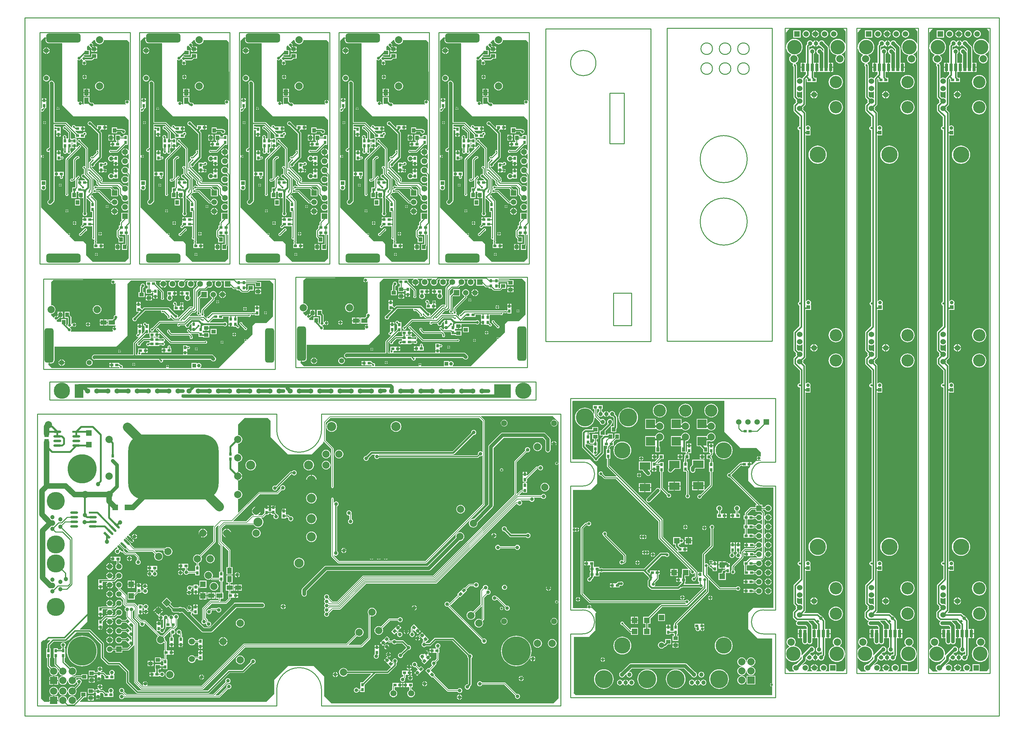
<source format=gbl>
%FSLAX25Y25*%
%MOIN*%
G70*
G01*
G75*
G04 Layer_Physical_Order=2*
G04 Layer_Color=16711680*
G04:AMPARAMS|DCode=10|XSize=118.11mil|YSize=196.85mil|CornerRadius=29.53mil|HoleSize=0mil|Usage=FLASHONLY|Rotation=90.000|XOffset=0mil|YOffset=0mil|HoleType=Round|Shape=RoundedRectangle|*
%AMROUNDEDRECTD10*
21,1,0.11811,0.13780,0,0,90.0*
21,1,0.05906,0.19685,0,0,90.0*
1,1,0.05906,0.06890,0.02953*
1,1,0.05906,0.06890,-0.02953*
1,1,0.05906,-0.06890,-0.02953*
1,1,0.05906,-0.06890,0.02953*
%
%ADD10ROUNDEDRECTD10*%
%ADD11R,0.03000X0.03543*%
%ADD12R,0.03543X0.03000*%
%ADD13O,0.07087X0.01181*%
%ADD14O,0.01181X0.07087*%
%ADD15O,0.03543X0.05906*%
%ADD16R,0.03543X0.05906*%
%ADD17R,0.04921X0.03937*%
%ADD18R,0.03937X0.04921*%
%ADD19R,0.12598X0.09449*%
%ADD20R,0.15000X0.19685*%
%ADD21R,0.06693X0.05000*%
%ADD22R,0.05000X0.06693*%
%ADD23O,0.03150X0.11811*%
%ADD24R,0.03150X0.11811*%
%ADD25R,0.07874X0.03543*%
%ADD26R,0.03543X0.01181*%
%ADD27O,0.03543X0.01181*%
%ADD28R,0.06299X0.06000*%
%ADD29O,0.08661X0.02362*%
%ADD30R,0.08661X0.02362*%
G04:AMPARAMS|DCode=31|XSize=94.49mil|YSize=13.78mil|CornerRadius=0mil|HoleSize=0mil|Usage=FLASHONLY|Rotation=225.000|XOffset=0mil|YOffset=0mil|HoleType=Round|Shape=Round|*
%AMOVALD31*
21,1,0.08071,0.01378,0.00000,0.00000,225.0*
1,1,0.01378,0.02854,0.02854*
1,1,0.01378,-0.02854,-0.02854*
%
%ADD31OVALD31*%

G04:AMPARAMS|DCode=32|XSize=94.49mil|YSize=13.78mil|CornerRadius=0mil|HoleSize=0mil|Usage=FLASHONLY|Rotation=225.000|XOffset=0mil|YOffset=0mil|HoleType=Round|Shape=Rectangle|*
%AMROTATEDRECTD32*
4,1,4,0.02854,0.03828,0.03828,0.02854,-0.02854,-0.03828,-0.03828,-0.02854,0.02854,0.03828,0.0*
%
%ADD32ROTATEDRECTD32*%

G04:AMPARAMS|DCode=33|XSize=9.84mil|YSize=59.06mil|CornerRadius=0mil|HoleSize=0mil|Usage=FLASHONLY|Rotation=225.000|XOffset=0mil|YOffset=0mil|HoleType=Round|Shape=Rectangle|*
%AMROTATEDRECTD33*
4,1,4,-0.01740,0.02436,0.02436,-0.01740,0.01740,-0.02436,-0.02436,0.01740,-0.01740,0.02436,0.0*
%
%ADD33ROTATEDRECTD33*%

G04:AMPARAMS|DCode=34|XSize=9.84mil|YSize=59.06mil|CornerRadius=0mil|HoleSize=0mil|Usage=FLASHONLY|Rotation=135.000|XOffset=0mil|YOffset=0mil|HoleType=Round|Shape=Rectangle|*
%AMROTATEDRECTD34*
4,1,4,0.02436,0.01740,-0.01740,-0.02436,-0.02436,-0.01740,0.01740,0.02436,0.02436,0.01740,0.0*
%
%ADD34ROTATEDRECTD34*%

G04:AMPARAMS|DCode=35|XSize=9.84mil|YSize=59.06mil|CornerRadius=0mil|HoleSize=0mil|Usage=FLASHONLY|Rotation=225.000|XOffset=0mil|YOffset=0mil|HoleType=Round|Shape=Round|*
%AMOVALD35*
21,1,0.04921,0.00984,0.00000,0.00000,315.0*
1,1,0.00984,-0.01740,0.01740*
1,1,0.00984,0.01740,-0.01740*
%
%ADD35OVALD35*%

G04:AMPARAMS|DCode=36|XSize=9.84mil|YSize=59.06mil|CornerRadius=0mil|HoleSize=0mil|Usage=FLASHONLY|Rotation=135.000|XOffset=0mil|YOffset=0mil|HoleType=Round|Shape=Round|*
%AMOVALD36*
21,1,0.04921,0.00984,0.00000,0.00000,225.0*
1,1,0.00984,0.01740,0.01740*
1,1,0.00984,-0.01740,-0.01740*
%
%ADD36OVALD36*%

%ADD37R,0.03937X0.05906*%
G04:AMPARAMS|DCode=38|XSize=15.75mil|YSize=35.43mil|CornerRadius=0mil|HoleSize=0mil|Usage=FLASHONLY|Rotation=45.000|XOffset=0mil|YOffset=0mil|HoleType=Round|Shape=Rectangle|*
%AMROTATEDRECTD38*
4,1,4,0.00696,-0.01810,-0.01810,0.00696,-0.00696,0.01810,0.01810,-0.00696,0.00696,-0.01810,0.0*
%
%ADD38ROTATEDRECTD38*%

%ADD39R,0.03543X0.01575*%
%ADD40R,0.11201X0.06500*%
%ADD41R,0.01654X0.05370*%
%ADD42O,0.01654X0.05370*%
%ADD43R,0.01575X0.03543*%
%ADD44O,0.07087X0.01181*%
%ADD45R,0.07087X0.01181*%
%ADD46O,0.05906X0.00984*%
%ADD47O,0.00984X0.05906*%
%ADD48R,0.00984X0.05906*%
G04:AMPARAMS|DCode=49|XSize=35.43mil|YSize=30mil|CornerRadius=0mil|HoleSize=0mil|Usage=FLASHONLY|Rotation=315.000|XOffset=0mil|YOffset=0mil|HoleType=Round|Shape=Rectangle|*
%AMROTATEDRECTD49*
4,1,4,-0.02313,0.00192,-0.00192,0.02313,0.02313,-0.00192,0.00192,-0.02313,-0.02313,0.00192,0.0*
%
%ADD49ROTATEDRECTD49*%

%ADD50R,0.06000X0.06299*%
G04:AMPARAMS|DCode=51|XSize=35.43mil|YSize=30mil|CornerRadius=0mil|HoleSize=0mil|Usage=FLASHONLY|Rotation=225.000|XOffset=0mil|YOffset=0mil|HoleType=Round|Shape=Rectangle|*
%AMROTATEDRECTD51*
4,1,4,0.00192,0.02313,0.02313,0.00192,-0.00192,-0.02313,-0.02313,-0.00192,0.00192,0.02313,0.0*
%
%ADD51ROTATEDRECTD51*%

G04:AMPARAMS|DCode=52|XSize=62.99mil|YSize=60mil|CornerRadius=0mil|HoleSize=0mil|Usage=FLASHONLY|Rotation=135.000|XOffset=0mil|YOffset=0mil|HoleType=Round|Shape=Rectangle|*
%AMROTATEDRECTD52*
4,1,4,0.04348,-0.00106,0.00106,-0.04348,-0.04348,0.00106,-0.00106,0.04348,0.04348,-0.00106,0.0*
%
%ADD52ROTATEDRECTD52*%

%ADD53O,0.02362X0.08661*%
%ADD54R,0.02362X0.08661*%
%ADD55R,0.26378X0.26378*%
%ADD56R,0.11811X0.06496*%
%ADD57R,0.11811X0.07087*%
G04:AMPARAMS|DCode=58|XSize=120.08mil|YSize=144.88mil|CornerRadius=30.02mil|HoleSize=0mil|Usage=FLASHONLY|Rotation=315.000|XOffset=0mil|YOffset=0mil|HoleType=Round|Shape=RoundedRectangle|*
%AMROUNDEDRECTD58*
21,1,0.12008,0.08484,0,0,315.0*
21,1,0.06004,0.14488,0,0,315.0*
1,1,0.06004,-0.00877,-0.05122*
1,1,0.06004,-0.05122,-0.00877*
1,1,0.06004,0.00877,0.05122*
1,1,0.06004,0.05122,0.00877*
%
%ADD58ROUNDEDRECTD58*%
G04:AMPARAMS|DCode=59|XSize=120.08mil|YSize=144.88mil|CornerRadius=30.02mil|HoleSize=0mil|Usage=FLASHONLY|Rotation=45.000|XOffset=0mil|YOffset=0mil|HoleType=Round|Shape=RoundedRectangle|*
%AMROUNDEDRECTD59*
21,1,0.12008,0.08484,0,0,45.0*
21,1,0.06004,0.14488,0,0,45.0*
1,1,0.06004,0.05122,-0.00877*
1,1,0.06004,0.00877,-0.05122*
1,1,0.06004,-0.05122,0.00877*
1,1,0.06004,-0.00877,0.05122*
%
%ADD59ROUNDEDRECTD59*%
%ADD60R,0.13780X0.08071*%
%ADD61R,0.15748X0.08071*%
%ADD62R,0.08858X0.01969*%
G04:AMPARAMS|DCode=63|XSize=51.18mil|YSize=55.12mil|CornerRadius=0mil|HoleSize=0mil|Usage=FLASHONLY|Rotation=135.000|XOffset=0mil|YOffset=0mil|HoleType=Round|Shape=Rectangle|*
%AMROTATEDRECTD63*
4,1,4,0.03758,0.00139,-0.00139,-0.03758,-0.03758,-0.00139,0.00139,0.03758,0.03758,0.00139,0.0*
%
%ADD63ROTATEDRECTD63*%

%ADD64R,0.05118X0.05512*%
%ADD65R,0.09449X0.09843*%
%ADD66R,0.05512X0.05118*%
%ADD67R,0.07874X0.07087*%
%ADD68R,0.11000X0.15000*%
%ADD69R,0.06299X0.06299*%
%ADD70R,0.07874X0.11811*%
%ADD71R,0.06299X0.09449*%
%ADD72R,0.11811X0.07874*%
%ADD73R,0.00906X0.05906*%
%ADD74P,0.08908X4X270.0*%
G04:AMPARAMS|DCode=75|XSize=62.99mil|YSize=15.75mil|CornerRadius=0mil|HoleSize=0mil|Usage=FLASHONLY|Rotation=135.000|XOffset=0mil|YOffset=0mil|HoleType=Round|Shape=Rectangle|*
%AMROTATEDRECTD75*
4,1,4,0.02784,-0.01670,0.01670,-0.02784,-0.02784,0.01670,-0.01670,0.02784,0.02784,-0.01670,0.0*
%
%ADD75ROTATEDRECTD75*%

G04:AMPARAMS|DCode=76|XSize=62.99mil|YSize=15.75mil|CornerRadius=0mil|HoleSize=0mil|Usage=FLASHONLY|Rotation=135.000|XOffset=0mil|YOffset=0mil|HoleType=Round|Shape=Round|*
%AMOVALD76*
21,1,0.04724,0.01575,0.00000,0.00000,135.0*
1,1,0.01575,0.01670,-0.01670*
1,1,0.01575,-0.01670,0.01670*
%
%ADD76OVALD76*%

G04:AMPARAMS|DCode=77|XSize=15.75mil|YSize=35.43mil|CornerRadius=0mil|HoleSize=0mil|Usage=FLASHONLY|Rotation=135.000|XOffset=0mil|YOffset=0mil|HoleType=Round|Shape=Rectangle|*
%AMROTATEDRECTD77*
4,1,4,0.01810,0.00696,-0.00696,-0.01810,-0.01810,-0.00696,0.00696,0.01810,0.01810,0.00696,0.0*
%
%ADD77ROTATEDRECTD77*%

%ADD78P,0.08908X4X180.0*%
G04:AMPARAMS|DCode=79|XSize=66.93mil|YSize=50mil|CornerRadius=0mil|HoleSize=0mil|Usage=FLASHONLY|Rotation=135.000|XOffset=0mil|YOffset=0mil|HoleType=Round|Shape=Rectangle|*
%AMROTATEDRECTD79*
4,1,4,0.04134,-0.00599,0.00599,-0.04134,-0.04134,0.00599,-0.00599,0.04134,0.04134,-0.00599,0.0*
%
%ADD79ROTATEDRECTD79*%

%ADD80R,0.05906X0.00984*%
%ADD81R,0.09449X0.12598*%
%ADD82R,0.19685X0.15000*%
%ADD83O,0.05906X0.03543*%
%ADD84R,0.05906X0.03543*%
%ADD85O,0.11811X0.03150*%
%ADD86R,0.11811X0.03150*%
%ADD87R,0.03543X0.07874*%
%ADD88R,0.01181X0.03543*%
%ADD89O,0.01181X0.03543*%
%ADD90C,0.03937*%
%ADD91C,0.01575*%
%ADD92C,0.03150*%
%ADD93C,0.01000*%
%ADD94C,0.01181*%
%ADD95C,0.01969*%
%ADD96C,0.05906*%
%ADD97C,0.00787*%
%ADD98C,0.07874*%
%ADD99C,0.02756*%
%ADD100R,0.25197X0.27953*%
%ADD101R,0.19685X0.32283*%
%ADD102R,0.24016X0.21260*%
%ADD103R,0.08858X0.27953*%
%ADD104C,0.17716*%
%ADD105C,0.05906*%
%ADD106R,0.05906X0.05906*%
%ADD107C,0.04724*%
%ADD108C,0.15748*%
%ADD109R,0.03937X0.03937*%
%ADD110C,0.03937*%
%ADD111C,0.06000*%
%ADD112C,0.13386*%
%ADD113C,0.07874*%
%ADD114C,0.05512*%
%ADD115C,0.06299*%
G04:AMPARAMS|DCode=116|XSize=374.02mil|YSize=98.43mil|CornerRadius=24.61mil|HoleSize=0mil|Usage=FLASHONLY|Rotation=180.000|XOffset=0mil|YOffset=0mil|HoleType=Round|Shape=RoundedRectangle|*
%AMROUNDEDRECTD116*
21,1,0.37402,0.04921,0,0,180.0*
21,1,0.32480,0.09843,0,0,180.0*
1,1,0.04921,-0.16240,0.02461*
1,1,0.04921,0.16240,0.02461*
1,1,0.04921,0.16240,-0.02461*
1,1,0.04921,-0.16240,-0.02461*
%
%ADD116ROUNDEDRECTD116*%
%ADD117R,0.05906X0.05906*%
%ADD118C,0.06693*%
%ADD119C,0.09843*%
%ADD120C,0.10000*%
%ADD121C,0.19685*%
%ADD122C,0.31496*%
%ADD123R,0.07874X0.07874*%
%ADD124C,0.06496*%
%ADD125C,0.02559*%
%ADD126R,0.07874X0.07874*%
%ADD127R,0.03937X0.03937*%
%ADD128R,0.06299X0.06299*%
G04:AMPARAMS|DCode=129|XSize=374.02mil|YSize=98.43mil|CornerRadius=24.61mil|HoleSize=0mil|Usage=FLASHONLY|Rotation=270.000|XOffset=0mil|YOffset=0mil|HoleType=Round|Shape=RoundedRectangle|*
%AMROUNDEDRECTD129*
21,1,0.37402,0.04921,0,0,270.0*
21,1,0.32480,0.09843,0,0,270.0*
1,1,0.04921,-0.02461,-0.16240*
1,1,0.04921,-0.02461,0.16240*
1,1,0.04921,0.02461,0.16240*
1,1,0.04921,0.02461,-0.16240*
%
%ADD129ROUNDEDRECTD129*%
%ADD130C,0.05500*%
%ADD131C,0.03150*%
%ADD132C,0.02362*%
%ADD133C,0.01575*%
%ADD134C,0.05000*%
%ADD135C,0.07087*%
G04:AMPARAMS|DCode=136|XSize=27.56mil|YSize=35.43mil|CornerRadius=0mil|HoleSize=0mil|Usage=FLASHONLY|Rotation=315.000|XOffset=0mil|YOffset=0mil|HoleType=Round|Shape=Rectangle|*
%AMROTATEDRECTD136*
4,1,4,-0.02227,-0.00278,0.00278,0.02227,0.02227,0.00278,-0.00278,-0.02227,-0.02227,-0.00278,0.0*
%
%ADD136ROTATEDRECTD136*%

%ADD137R,0.03543X0.02756*%
G04:AMPARAMS|DCode=138|XSize=984.25mil|YSize=708.66mil|CornerRadius=177.16mil|HoleSize=0mil|Usage=FLASHONLY|Rotation=0.000|XOffset=0mil|YOffset=0mil|HoleType=Round|Shape=RoundedRectangle|*
%AMROUNDEDRECTD138*
21,1,0.98425,0.35433,0,0,0.0*
21,1,0.62992,0.70866,0,0,0.0*
1,1,0.35433,0.31496,-0.17716*
1,1,0.35433,-0.31496,-0.17716*
1,1,0.35433,-0.31496,0.17716*
1,1,0.35433,0.31496,0.17716*
%
%ADD138ROUNDEDRECTD138*%
G04:AMPARAMS|DCode=139|XSize=86.61mil|YSize=23.62mil|CornerRadius=0mil|HoleSize=0mil|Usage=FLASHONLY|Rotation=315.000|XOffset=0mil|YOffset=0mil|HoleType=Round|Shape=Rectangle|*
%AMROTATEDRECTD139*
4,1,4,-0.03897,0.02227,-0.02227,0.03897,0.03897,-0.02227,0.02227,-0.03897,-0.03897,0.02227,0.0*
%
%ADD139ROTATEDRECTD139*%

G04:AMPARAMS|DCode=140|XSize=86.61mil|YSize=23.62mil|CornerRadius=0mil|HoleSize=0mil|Usage=FLASHONLY|Rotation=315.000|XOffset=0mil|YOffset=0mil|HoleType=Round|Shape=Round|*
%AMOVALD140*
21,1,0.06299,0.02362,0.00000,0.00000,315.0*
1,1,0.02362,-0.02227,0.02227*
1,1,0.02362,0.02227,-0.02227*
%
%ADD140OVALD140*%

%ADD141R,0.09843X0.09449*%
%ADD142R,0.03600X0.03600*%
%ADD143R,0.03600X0.05000*%
%ADD144C,0.09843*%
%ADD145C,0.03740*%
%ADD146R,0.24803X0.21260*%
%ADD147R,0.09449X0.14961*%
%ADD148R,0.18110X0.14862*%
G36*
X923989Y404349D02*
Y396919D01*
X923540Y396698D01*
X922836Y397238D01*
X921863Y397641D01*
X920819Y397779D01*
X919775Y397641D01*
X919580Y397560D01*
X917854Y399286D01*
Y404192D01*
X918302Y404413D01*
X918802Y404030D01*
X919775Y403627D01*
X920819Y403489D01*
X921863Y403627D01*
X922836Y404030D01*
X923540Y404570D01*
X923989Y404349D01*
D02*
G37*
G36*
X1001989D02*
Y396919D01*
X1001540Y396698D01*
X1000836Y397238D01*
X999863Y397641D01*
X998819Y397779D01*
X997775Y397641D01*
X997580Y397560D01*
X995854Y399286D01*
Y404192D01*
X996302Y404413D01*
X996802Y404030D01*
X997775Y403627D01*
X998819Y403489D01*
X999863Y403627D01*
X1000836Y404030D01*
X1001540Y404570D01*
X1001989Y404349D01*
D02*
G37*
G36*
X239570Y738587D02*
X259088D01*
Y737587D01*
X239570D01*
Y735626D01*
X239682Y734778D01*
X240009Y733988D01*
X240530Y733310D01*
X241208Y732789D01*
X241999Y732462D01*
X242846Y732350D01*
X257669D01*
Y665072D01*
X258850Y663874D01*
X269638Y652931D01*
X325780D01*
X326331Y652372D01*
X329914Y648737D01*
Y616168D01*
X329763Y616105D01*
X329441Y615996D01*
X328824Y616800D01*
X328001Y617431D01*
X327044Y617828D01*
X326516Y617897D01*
Y610087D01*
X327044Y610156D01*
X328001Y610553D01*
X328824Y611184D01*
X329441Y611988D01*
X329763Y611879D01*
X329914Y611816D01*
Y606168D01*
X329763Y606105D01*
X329441Y605996D01*
X328824Y606800D01*
X328001Y607431D01*
X327044Y607828D01*
X326016Y607963D01*
X324988Y607828D01*
X324030Y607431D01*
X323208Y606800D01*
X322577Y605978D01*
X322180Y605020D01*
X322045Y603992D01*
X322180Y602964D01*
X322577Y602007D01*
X323208Y601184D01*
X324030Y600553D01*
X324988Y600156D01*
X326016Y600021D01*
X327044Y600156D01*
X328001Y600553D01*
X328824Y601184D01*
X329441Y601988D01*
X329763Y601879D01*
X329914Y601816D01*
Y596168D01*
X329763Y596105D01*
X329441Y595996D01*
X328824Y596800D01*
X328001Y597431D01*
X327044Y597828D01*
X326016Y597963D01*
X324988Y597828D01*
X324030Y597431D01*
X323208Y596800D01*
X322577Y595978D01*
X322180Y595020D01*
X322045Y593992D01*
X322180Y592964D01*
X322577Y592007D01*
X323208Y591184D01*
X324030Y590553D01*
X324988Y590157D01*
X326016Y590021D01*
X327044Y590157D01*
X327716Y590435D01*
X329140Y589011D01*
Y587122D01*
X328692Y586901D01*
X328001Y587431D01*
X327044Y587828D01*
X326016Y587963D01*
X324988Y587828D01*
X324030Y587431D01*
X323208Y586800D01*
X322577Y585978D01*
X322180Y585020D01*
X322045Y583992D01*
X322180Y582964D01*
X322577Y582007D01*
X323208Y581184D01*
X324030Y580553D01*
X324988Y580157D01*
X326016Y580021D01*
X327044Y580157D01*
X328001Y580553D01*
X328692Y581083D01*
X329140Y580862D01*
Y577122D01*
X328692Y576901D01*
X328001Y577431D01*
X327044Y577828D01*
X326016Y577963D01*
X324988Y577828D01*
X324315Y577549D01*
X320960Y580904D01*
X320534Y581189D01*
X320031Y581289D01*
D01*
D01*
D01*
D01*
D01*
Y581289D01*
D01*
D01*
D01*
D01*
X320031D01*
Y581289D01*
D01*
X320031D01*
D01*
D01*
D01*
D01*
D01*
D01*
D01*
D01*
D01*
D01*
D01*
D01*
X320031D01*
D01*
Y581289D01*
D01*
D01*
D01*
D01*
X320031Y581289D01*
X301214D01*
X301069Y581768D01*
X301167Y581833D01*
X301515Y582354D01*
X301637Y582969D01*
X301515Y583583D01*
X301344Y583839D01*
Y585173D01*
X301244Y585676D01*
X300960Y586101D01*
X300960D01*
Y586101D01*
D01*
D01*
D01*
D01*
D01*
D01*
Y586101D01*
D01*
Y586101D01*
X300960D01*
D01*
D01*
D01*
D01*
X300960D01*
D01*
D01*
D01*
D01*
D01*
D01*
X300960D01*
D01*
D01*
Y586101D01*
D01*
D01*
D01*
X289377Y597684D01*
X289694Y598070D01*
X289819Y597987D01*
X290740Y597804D01*
X291662Y597987D01*
X292443Y598510D01*
X292965Y599291D01*
X293149Y600213D01*
X293121Y600353D01*
X300089Y607322D01*
X300480Y607908D01*
X300618Y608599D01*
Y634346D01*
X300480Y635037D01*
X300089Y635623D01*
X298710Y637002D01*
X299498Y637790D01*
X299889Y638377D01*
X299940Y638634D01*
X300870D01*
X300870Y638634D01*
X301252Y638634D01*
Y638634D01*
X303311D01*
Y643209D01*
X301252D01*
D01*
X301252D01*
X301252Y643209D01*
X300870D01*
Y643209D01*
X295752D01*
Y640613D01*
X295290Y640422D01*
X290022Y645690D01*
X289973Y645937D01*
X289451Y646719D01*
X288670Y647241D01*
X287748Y647424D01*
X286826Y647241D01*
X286045Y646719D01*
X285523Y645937D01*
X285340Y645016D01*
X285523Y644094D01*
X286045Y643313D01*
X286826Y642791D01*
X287748Y642607D01*
X287955Y642648D01*
X294878Y635725D01*
X297005Y633598D01*
Y616598D01*
X296619Y616281D01*
X296094Y616385D01*
X295480Y616263D01*
X294959Y615915D01*
X294611Y615394D01*
X294489Y614780D01*
X294611Y614165D01*
X294940Y613673D01*
Y613434D01*
X290589Y609084D01*
X290587D01*
X290332Y609255D01*
X289717Y609377D01*
X289103Y609255D01*
X288582Y608906D01*
X288234Y608386D01*
X288111Y607771D01*
X288234Y607157D01*
X288582Y606636D01*
X289103Y606288D01*
X289288Y606251D01*
X289565Y605835D01*
X289531Y605663D01*
X286950Y603082D01*
X286665Y602656D01*
X286565Y602153D01*
Y597327D01*
X286665Y596825D01*
X286801Y596621D01*
X286524Y596205D01*
X286409Y596228D01*
X285795Y596105D01*
X285675Y596170D01*
Y617772D01*
X285575Y618274D01*
X285290Y618700D01*
X285290D01*
Y618700D01*
D01*
D01*
D01*
D01*
D01*
D01*
Y618700D01*
D01*
Y618700D01*
X285290D01*
D01*
D01*
D01*
D01*
X285290D01*
D01*
D01*
D01*
D01*
D01*
D01*
X285290D01*
D01*
D01*
Y618700D01*
D01*
D01*
D01*
X278077Y625914D01*
X278102Y626039D01*
X277949Y626807D01*
X277514Y627459D01*
X276863Y627894D01*
X276095Y628046D01*
X275326Y627894D01*
X274675Y627459D01*
X274240Y626807D01*
X274087Y626039D01*
X274240Y625271D01*
X274675Y624620D01*
X275326Y624185D01*
X276095Y624032D01*
X276220Y624057D01*
X283050Y617228D01*
Y598324D01*
X282571Y598179D01*
X282505Y598277D01*
X281984Y598625D01*
X281370Y598747D01*
X280756Y598625D01*
X280235Y598277D01*
X279887Y597756D01*
X279764Y597142D01*
X279887Y596527D01*
X280235Y596006D01*
X280756Y595658D01*
X281195Y595571D01*
X281235Y595531D01*
Y590397D01*
X280848Y590080D01*
X280740Y590101D01*
X279819Y589918D01*
X279037Y589396D01*
X278515Y588615D01*
X278332Y587693D01*
X278515Y586771D01*
X279037Y585990D01*
X279819Y585468D01*
X280740Y585284D01*
X280947Y585325D01*
X282680Y583592D01*
X282489Y583130D01*
X279520D01*
D01*
X279520D01*
X279520Y583130D01*
X279138D01*
Y583130D01*
X277079D01*
Y580841D01*
X276079D01*
Y583130D01*
X274572D01*
Y583911D01*
X275620Y584958D01*
X275922Y585018D01*
X276443Y585366D01*
X276790Y585887D01*
X276913Y586502D01*
X276790Y587116D01*
X276443Y587637D01*
X275922Y587985D01*
X275307Y588107D01*
X274693Y587985D01*
X274172Y587637D01*
X273824Y587116D01*
X273764Y586814D01*
X272830Y585881D01*
X272368Y586072D01*
Y604866D01*
X274168Y606666D01*
X274756Y606550D01*
X275370Y606672D01*
X275891Y607020D01*
X276239Y607541D01*
X276361Y608155D01*
X276239Y608770D01*
X275891Y609291D01*
X275370Y609639D01*
X274756Y609761D01*
X274141Y609639D01*
X273886Y609468D01*
X273801D01*
X273299Y609368D01*
X272873Y609083D01*
X270127Y606338D01*
X269842Y605912D01*
X269742Y605409D01*
Y585796D01*
X268700Y584753D01*
X268540D01*
X268284Y584924D01*
X267670Y585046D01*
X267055Y584924D01*
X266534Y584576D01*
X266186Y584055D01*
X266064Y583440D01*
X266186Y582826D01*
X266534Y582305D01*
X267055Y581957D01*
X267670Y581835D01*
X268284Y581957D01*
X268540Y582128D01*
X269244D01*
X269746Y582228D01*
X270172Y582512D01*
X270172Y582512D01*
X270172Y582512D01*
X271485Y583826D01*
X271947Y583635D01*
Y575953D01*
X271486Y575492D01*
X268496D01*
Y570917D01*
X268496D01*
Y570822D01*
X268143Y570469D01*
X267748D01*
Y563972D01*
X273260D01*
Y570469D01*
X273260D01*
Y570564D01*
X273613Y570917D01*
X273614D01*
Y570917D01*
X273996Y570917D01*
Y570917D01*
X275248D01*
Y570469D01*
X275248D01*
Y567721D01*
X278005D01*
Y567221D01*
X278504D01*
Y563972D01*
X280482D01*
X280509Y563839D01*
Y548375D01*
X280090Y547749D01*
X279907Y546827D01*
X280090Y545905D01*
X280612Y545124D01*
X281393Y544602D01*
X282315Y544418D01*
X283237Y544602D01*
X284018Y545124D01*
X284540Y545905D01*
X284723Y546827D01*
X284540Y547749D01*
X284121Y548375D01*
Y563237D01*
X284274Y563362D01*
X284583Y563490D01*
X288391Y559683D01*
X288295Y559453D01*
X288295D01*
X288295Y559453D01*
Y554335D01*
D01*
D01*
X288295Y554335D01*
Y553953D01*
X288295D01*
Y548835D01*
X290372D01*
Y542846D01*
X290295D01*
Y542846D01*
X285177D01*
D01*
X285177D01*
X285177Y542846D01*
X284795D01*
Y542846D01*
X282736D01*
Y540558D01*
X282237D01*
Y540059D01*
X279677D01*
Y538272D01*
X279677D01*
Y537854D01*
X279598Y537776D01*
X279598D01*
Y534916D01*
X278847Y534164D01*
X278708Y534137D01*
X278187Y533789D01*
X277839Y533268D01*
X277717Y532654D01*
X277839Y532039D01*
X278187Y531518D01*
X278708Y531170D01*
X279323Y531048D01*
X279937Y531170D01*
X280458Y531518D01*
X280806Y532039D01*
X280834Y532178D01*
X281857Y533201D01*
X284717D01*
X284717Y533201D01*
X285099Y533201D01*
Y533201D01*
X290216D01*
D01*
X290216D01*
X290372Y533045D01*
Y521319D01*
X290202Y521063D01*
X290079Y520449D01*
X290202Y519834D01*
X290550Y519313D01*
X291071Y518965D01*
X291685Y518843D01*
X292206Y518947D01*
X292593Y518630D01*
Y517248D01*
X292422Y516992D01*
X292300Y516378D01*
X292422Y515764D01*
X292593Y515508D01*
Y514153D01*
X291882D01*
Y509579D01*
X297000D01*
X297000Y509579D01*
X297382Y509579D01*
Y509579D01*
X299441D01*
Y514153D01*
X297382D01*
D01*
X297382D01*
X297382Y514154D01*
X297000D01*
Y514153D01*
X295218D01*
Y515508D01*
X295389Y515764D01*
X295511Y516378D01*
X295389Y516992D01*
X295348Y517054D01*
X295339Y517101D01*
X295218Y517281D01*
Y560669D01*
X295118Y561172D01*
X294834Y561597D01*
X291312Y565120D01*
X291322Y565173D01*
X291200Y565788D01*
X290852Y566309D01*
X290331Y566657D01*
X289717Y566779D01*
X289102Y566657D01*
X288666Y566365D01*
X288349Y566752D01*
X290800Y569203D01*
X291084Y569629D01*
X291084Y569629D01*
Y569629D01*
X291289Y569896D01*
X291941Y569461D01*
X292709Y569308D01*
X293477Y569461D01*
X294128Y569896D01*
X294199Y570002D01*
X297047D01*
X308552Y558497D01*
X308978Y558213D01*
X309480Y558113D01*
X311094D01*
X311331Y557539D01*
X311931Y556758D01*
X312712Y556158D01*
X313622Y555781D01*
X314598Y555653D01*
X315575Y555781D01*
X316485Y556158D01*
X317266Y556758D01*
X317865Y557539D01*
X318242Y558449D01*
X318371Y559425D01*
X318242Y560402D01*
X317865Y561311D01*
X317266Y562093D01*
X316485Y562692D01*
X315575Y563069D01*
X314598Y563198D01*
X313622Y563069D01*
X312712Y562692D01*
X311931Y562093D01*
X311331Y561311D01*
X311094Y560738D01*
X310024D01*
X298519Y572243D01*
X298519D01*
D01*
D01*
D01*
X298519Y572243D01*
D01*
X298519D01*
D01*
Y572243D01*
X298519D01*
D01*
X298519D01*
X298519D01*
Y572243D01*
D01*
D01*
X298519D01*
D01*
D01*
D01*
D01*
D01*
D01*
X298519D01*
D01*
D01*
Y572243D01*
D01*
X298519Y572243D01*
D01*
D01*
X298093Y572528D01*
X297590Y572628D01*
X294199D01*
X294128Y572734D01*
X293846Y572923D01*
X293943Y573413D01*
X294658Y573555D01*
X295309Y573990D01*
X295380Y574097D01*
X310039D01*
X310891Y573245D01*
X310858Y573165D01*
X310858D01*
X310858Y573165D01*
Y565685D01*
X318339D01*
Y573165D01*
X314683D01*
X311694Y576155D01*
X311885Y576616D01*
X316889D01*
X319664Y573842D01*
Y568402D01*
X319764Y567899D01*
X320048Y567473D01*
X322274Y565247D01*
X322180Y565020D01*
X322045Y563992D01*
X322180Y562964D01*
X322577Y562007D01*
X323208Y561184D01*
X324030Y560553D01*
X324988Y560156D01*
X326016Y560021D01*
X327044Y560156D01*
X328001Y560553D01*
X328692Y561083D01*
X329140Y560862D01*
Y557122D01*
X328692Y556901D01*
X328001Y557431D01*
X327044Y557828D01*
X326016Y557963D01*
X324988Y557828D01*
X324030Y557431D01*
X323208Y556800D01*
X322577Y555978D01*
X322180Y555020D01*
X322045Y553992D01*
X322180Y552964D01*
X322577Y552007D01*
X323208Y551184D01*
X324030Y550553D01*
X324988Y550156D01*
X326016Y550021D01*
X327044Y550156D01*
X328001Y550553D01*
X328692Y551083D01*
X329140Y550862D01*
Y547929D01*
X322079D01*
Y540055D01*
X322168D01*
X322359Y539593D01*
X320914Y538149D01*
X320630Y537723D01*
X320530Y537220D01*
Y534260D01*
X319284D01*
Y531270D01*
X317292Y529279D01*
X317008Y528853D01*
X316908Y528350D01*
Y522181D01*
X317008Y521679D01*
X317292Y521253D01*
X318929Y519616D01*
Y515469D01*
X324441D01*
Y521965D01*
X320293D01*
X319533Y522725D01*
Y523752D01*
X321354D01*
Y526040D01*
X322354D01*
Y523752D01*
X324413D01*
X324413Y523752D01*
X324795Y523752D01*
Y523752D01*
X326141D01*
Y513965D01*
X322729D01*
Y507469D01*
X328241D01*
Y511616D01*
X328382Y511757D01*
X328382Y511757D01*
Y511757D01*
X328382Y511757D01*
Y511757D01*
X328382Y511757D01*
X328382D01*
X328382D01*
D01*
D01*
Y511757D01*
X328382D01*
X328666Y512183D01*
X328766Y512685D01*
Y523752D01*
X329913D01*
D01*
X329913D01*
X329914Y523751D01*
Y498261D01*
X326055Y494347D01*
X290819Y494386D01*
X283626Y501683D01*
Y513739D01*
X282912Y514464D01*
X280646Y516762D01*
X271280D01*
X270819Y517230D01*
X265606Y522517D01*
X265657Y523015D01*
X265891Y523172D01*
X266239Y523693D01*
X266262Y523807D01*
X264755D01*
Y524306D01*
X264256D01*
Y525813D01*
X264141Y525791D01*
X263620Y525443D01*
X263273Y524922D01*
X263244Y524913D01*
X234614Y553955D01*
Y573455D01*
X235088Y573616D01*
X235310Y573326D01*
X235886Y572884D01*
X236556Y572606D01*
X237276Y572512D01*
X237995Y572606D01*
X238665Y572884D01*
X239241Y573326D01*
X239683Y573902D01*
X239961Y574572D01*
X240055Y575291D01*
X239961Y576011D01*
X239683Y576681D01*
X239371Y577087D01*
X239593Y577535D01*
X240032D01*
Y583047D01*
X234614D01*
Y608023D01*
X235093Y608168D01*
X235117Y608132D01*
X235637Y607784D01*
X235752Y607761D01*
Y610774D01*
X235637Y610751D01*
X235117Y610403D01*
X235093Y610367D01*
X234614Y610512D01*
Y657884D01*
X235055Y658119D01*
X235169Y658043D01*
X235937Y657891D01*
X236705Y658043D01*
X237356Y658478D01*
X237791Y659130D01*
X237944Y659898D01*
X237919Y660023D01*
X238834Y660938D01*
X239118Y661364D01*
X239118D01*
X239118Y661364D01*
D01*
D01*
D01*
Y661364D01*
X239118D01*
D01*
X239118Y661364D01*
X239118Y661364D01*
X239218Y661866D01*
Y661917D01*
X240193D01*
Y667035D01*
X240193D01*
Y667035D01*
X240193Y667035D01*
Y667417D01*
X240193D01*
Y669476D01*
X235618D01*
Y667417D01*
D01*
D01*
X235618Y667417D01*
Y667035D01*
X235618D01*
Y661917D01*
X235618D01*
Y661841D01*
X235169Y661752D01*
X235055Y661676D01*
X234614Y661912D01*
Y735215D01*
X235307Y735918D01*
X238299Y738953D01*
X239570D01*
Y738587D01*
D02*
G37*
G36*
X456570D02*
X476088D01*
Y737587D01*
X456570D01*
Y735626D01*
X456682Y734778D01*
X457009Y733988D01*
X457530Y733310D01*
X458208Y732789D01*
X458998Y732462D01*
X459846Y732350D01*
X474669D01*
Y665072D01*
X475850Y663874D01*
X486638Y652931D01*
X542779D01*
X543331Y652372D01*
X546914Y648737D01*
Y616168D01*
X546763Y616105D01*
X546441Y615996D01*
X545824Y616800D01*
X545001Y617431D01*
X544043Y617828D01*
X543516Y617897D01*
Y610087D01*
X544043Y610156D01*
X545001Y610553D01*
X545824Y611184D01*
X546441Y611988D01*
X546763Y611879D01*
X546914Y611816D01*
Y606168D01*
X546763Y606105D01*
X546441Y605996D01*
X545824Y606800D01*
X545001Y607431D01*
X544043Y607828D01*
X543016Y607963D01*
X541988Y607828D01*
X541030Y607431D01*
X540208Y606800D01*
X539577Y605978D01*
X539180Y605020D01*
X539045Y603992D01*
X539180Y602964D01*
X539577Y602007D01*
X540208Y601184D01*
X541030Y600553D01*
X541988Y600156D01*
X543016Y600021D01*
X544043Y600156D01*
X545001Y600553D01*
X545824Y601184D01*
X546441Y601988D01*
X546763Y601879D01*
X546914Y601816D01*
Y596168D01*
X546763Y596105D01*
X546441Y595996D01*
X545824Y596800D01*
X545001Y597431D01*
X544043Y597828D01*
X543016Y597963D01*
X541988Y597828D01*
X541030Y597431D01*
X540208Y596800D01*
X539577Y595978D01*
X539180Y595020D01*
X539045Y593992D01*
X539180Y592964D01*
X539577Y592007D01*
X540208Y591184D01*
X541030Y590553D01*
X541988Y590157D01*
X543016Y590021D01*
X544043Y590157D01*
X544716Y590435D01*
X546140Y589011D01*
Y587122D01*
X545692Y586901D01*
X545001Y587431D01*
X544043Y587828D01*
X543016Y587963D01*
X541988Y587828D01*
X541030Y587431D01*
X540208Y586800D01*
X539577Y585978D01*
X539180Y585020D01*
X539045Y583992D01*
X539180Y582964D01*
X539577Y582007D01*
X540208Y581184D01*
X541030Y580553D01*
X541988Y580157D01*
X543016Y580021D01*
X544043Y580157D01*
X545001Y580553D01*
X545692Y581083D01*
X546140Y580862D01*
Y577122D01*
X545692Y576901D01*
X545001Y577431D01*
X544043Y577828D01*
X543016Y577963D01*
X541988Y577828D01*
X541315Y577549D01*
X537960Y580904D01*
X537534Y581189D01*
X537032Y581289D01*
D01*
D01*
D01*
D01*
D01*
Y581289D01*
D01*
D01*
D01*
D01*
X537032D01*
Y581289D01*
D01*
X537032D01*
D01*
D01*
D01*
D01*
D01*
D01*
D01*
D01*
D01*
D01*
D01*
D01*
X537032D01*
D01*
Y581289D01*
D01*
D01*
D01*
D01*
X537032Y581289D01*
X518214D01*
X518069Y581768D01*
X518167Y581833D01*
X518515Y582354D01*
X518637Y582969D01*
X518515Y583583D01*
X518344Y583839D01*
Y585173D01*
X518244Y585676D01*
X517960Y586101D01*
X517960D01*
Y586101D01*
D01*
D01*
D01*
D01*
D01*
D01*
Y586101D01*
D01*
Y586101D01*
X517960D01*
D01*
D01*
D01*
D01*
X517960D01*
D01*
D01*
D01*
D01*
D01*
D01*
X517960D01*
D01*
D01*
Y586101D01*
D01*
D01*
D01*
X506377Y597684D01*
X506694Y598070D01*
X506818Y597987D01*
X507740Y597804D01*
X508662Y597987D01*
X509443Y598510D01*
X509965Y599291D01*
X510149Y600213D01*
X510121Y600353D01*
X517089Y607322D01*
X517480Y607908D01*
X517618Y608599D01*
Y634346D01*
X517480Y635037D01*
X517089Y635623D01*
X515710Y637002D01*
X516498Y637790D01*
X516889Y638377D01*
X516940Y638634D01*
X517870D01*
X517870Y638634D01*
X518252Y638634D01*
Y638634D01*
X520311D01*
Y643209D01*
X518252D01*
D01*
X518252D01*
X518252Y643209D01*
X517870D01*
Y643209D01*
X512752D01*
Y640613D01*
X512290Y640422D01*
X507022Y645690D01*
X506973Y645937D01*
X506451Y646719D01*
X505670Y647241D01*
X504748Y647424D01*
X503826Y647241D01*
X503045Y646719D01*
X502523Y645937D01*
X502340Y645016D01*
X502523Y644094D01*
X503045Y643313D01*
X503826Y642791D01*
X504748Y642607D01*
X504955Y642648D01*
X511878Y635725D01*
X514005Y633598D01*
Y616598D01*
X513619Y616281D01*
X513095Y616385D01*
X512480Y616263D01*
X511959Y615915D01*
X511611Y615394D01*
X511489Y614780D01*
X511611Y614165D01*
X511940Y613673D01*
Y613434D01*
X507589Y609084D01*
X507587D01*
X507332Y609255D01*
X506717Y609377D01*
X506103Y609255D01*
X505582Y608906D01*
X505234Y608386D01*
X505111Y607771D01*
X505234Y607157D01*
X505582Y606636D01*
X506103Y606288D01*
X506288Y606251D01*
X506565Y605835D01*
X506531Y605663D01*
X503950Y603082D01*
X503665Y602656D01*
X503565Y602153D01*
Y597327D01*
X503665Y596825D01*
X503801Y596621D01*
X503524Y596205D01*
X503409Y596228D01*
X502795Y596105D01*
X502675Y596170D01*
Y617772D01*
X502575Y618274D01*
X502290Y618700D01*
X502290D01*
Y618700D01*
D01*
D01*
D01*
D01*
D01*
D01*
Y618700D01*
D01*
Y618700D01*
X502290D01*
D01*
D01*
D01*
D01*
X502290D01*
D01*
D01*
D01*
D01*
D01*
D01*
X502290D01*
D01*
D01*
Y618700D01*
D01*
D01*
D01*
X495077Y625914D01*
X495102Y626039D01*
X494949Y626807D01*
X494514Y627459D01*
X493863Y627894D01*
X493094Y628046D01*
X492326Y627894D01*
X491675Y627459D01*
X491240Y626807D01*
X491087Y626039D01*
X491240Y625271D01*
X491675Y624620D01*
X492326Y624185D01*
X493094Y624032D01*
X493220Y624057D01*
X500050Y617228D01*
Y598324D01*
X499571Y598179D01*
X499506Y598277D01*
X498984Y598625D01*
X498370Y598747D01*
X497756Y598625D01*
X497235Y598277D01*
X496887Y597756D01*
X496764Y597142D01*
X496887Y596527D01*
X497235Y596006D01*
X497756Y595658D01*
X498195Y595571D01*
X498235Y595531D01*
Y590397D01*
X497848Y590080D01*
X497740Y590101D01*
X496818Y589918D01*
X496037Y589396D01*
X495515Y588615D01*
X495332Y587693D01*
X495515Y586771D01*
X496037Y585990D01*
X496818Y585468D01*
X497740Y585284D01*
X497947Y585325D01*
X499680Y583592D01*
X499489Y583130D01*
X496520D01*
D01*
X496520D01*
X496520Y583130D01*
X496138D01*
Y583130D01*
X494079D01*
Y580841D01*
X493079D01*
Y583130D01*
X491573D01*
Y583911D01*
X492620Y584958D01*
X492921Y585018D01*
X493442Y585366D01*
X493790Y585887D01*
X493913Y586502D01*
X493790Y587116D01*
X493442Y587637D01*
X492921Y587985D01*
X492307Y588107D01*
X491693Y587985D01*
X491172Y587637D01*
X490824Y587116D01*
X490764Y586814D01*
X489830Y585881D01*
X489368Y586072D01*
Y604866D01*
X491168Y606666D01*
X491756Y606550D01*
X492370Y606672D01*
X492891Y607020D01*
X493239Y607541D01*
X493362Y608155D01*
X493239Y608770D01*
X492891Y609291D01*
X492370Y609639D01*
X491756Y609761D01*
X491141Y609639D01*
X490886Y609468D01*
X490801D01*
X490299Y609368D01*
X489873Y609083D01*
X487127Y606338D01*
X486842Y605912D01*
X486742Y605409D01*
Y585796D01*
X485700Y584753D01*
X485540D01*
X485284Y584924D01*
X484670Y585046D01*
X484055Y584924D01*
X483534Y584576D01*
X483186Y584055D01*
X483064Y583440D01*
X483186Y582826D01*
X483534Y582305D01*
X484055Y581957D01*
X484670Y581835D01*
X485284Y581957D01*
X485540Y582128D01*
X486243D01*
X486746Y582228D01*
X487172Y582512D01*
X487172Y582512D01*
X487172Y582512D01*
X488485Y583826D01*
X488947Y583635D01*
Y575953D01*
X488486Y575492D01*
X485496D01*
Y570917D01*
X485496D01*
Y570822D01*
X485143Y570469D01*
X484748D01*
Y563972D01*
X490260D01*
Y570469D01*
X490260D01*
Y570564D01*
X490613Y570917D01*
X490614D01*
Y570917D01*
X490996Y570917D01*
Y570917D01*
X492248D01*
Y570469D01*
X492248D01*
Y567721D01*
X495005D01*
Y567221D01*
X495504D01*
Y563972D01*
X497482D01*
X497509Y563839D01*
Y548375D01*
X497090Y547749D01*
X496907Y546827D01*
X497090Y545905D01*
X497612Y545124D01*
X498393Y544602D01*
X499315Y544418D01*
X500237Y544602D01*
X501018Y545124D01*
X501540Y545905D01*
X501723Y546827D01*
X501540Y547749D01*
X501121Y548375D01*
Y563237D01*
X501274Y563362D01*
X501583Y563490D01*
X505391Y559683D01*
X505295Y559453D01*
X505295D01*
X505295Y559453D01*
Y554335D01*
D01*
D01*
X505295Y554335D01*
Y553953D01*
X505295D01*
Y548835D01*
X507372D01*
Y542846D01*
X507295D01*
Y542846D01*
X502177D01*
D01*
X502177D01*
X502177Y542846D01*
X501795D01*
Y542846D01*
X499736D01*
Y540558D01*
X499237D01*
Y540059D01*
X496677D01*
Y538272D01*
X496677D01*
Y537854D01*
X496598Y537776D01*
X496598D01*
Y534916D01*
X495847Y534164D01*
X495708Y534137D01*
X495188Y533789D01*
X494839Y533268D01*
X494717Y532654D01*
X494839Y532039D01*
X495188Y531518D01*
X495708Y531170D01*
X496323Y531048D01*
X496937Y531170D01*
X497458Y531518D01*
X497806Y532039D01*
X497834Y532178D01*
X498857Y533201D01*
X501717D01*
X501717Y533201D01*
X502098Y533201D01*
Y533201D01*
X507217D01*
D01*
X507217D01*
X507372Y533045D01*
Y521319D01*
X507202Y521063D01*
X507079Y520449D01*
X507202Y519834D01*
X507550Y519313D01*
X508071Y518965D01*
X508685Y518843D01*
X509206Y518947D01*
X509593Y518630D01*
Y517248D01*
X509422Y516992D01*
X509300Y516378D01*
X509422Y515764D01*
X509593Y515508D01*
Y514153D01*
X508882D01*
Y509579D01*
X514000D01*
X514000Y509579D01*
X514382Y509579D01*
Y509579D01*
X516441D01*
Y514153D01*
X514382D01*
D01*
X514382D01*
X514382Y514154D01*
X514000D01*
Y514153D01*
X512218D01*
Y515508D01*
X512389Y515764D01*
X512511Y516378D01*
X512389Y516992D01*
X512348Y517054D01*
X512339Y517101D01*
X512218Y517281D01*
Y560669D01*
X512118Y561172D01*
X511834Y561597D01*
X508312Y565120D01*
X508322Y565173D01*
X508200Y565788D01*
X507852Y566309D01*
X507331Y566657D01*
X506716Y566779D01*
X506102Y566657D01*
X505666Y566365D01*
X505348Y566752D01*
X507800Y569203D01*
X508084Y569629D01*
X508084Y569629D01*
Y569629D01*
X508289Y569896D01*
X508941Y569461D01*
X509709Y569308D01*
X510477Y569461D01*
X511128Y569896D01*
X511199Y570002D01*
X514047D01*
X525552Y558497D01*
X525978Y558213D01*
X526480Y558113D01*
X528094D01*
X528331Y557539D01*
X528931Y556758D01*
X529712Y556158D01*
X530622Y555781D01*
X531598Y555653D01*
X532575Y555781D01*
X533485Y556158D01*
X534266Y556758D01*
X534865Y557539D01*
X535242Y558449D01*
X535371Y559425D01*
X535242Y560402D01*
X534865Y561311D01*
X534266Y562093D01*
X533485Y562692D01*
X532575Y563069D01*
X531598Y563198D01*
X530622Y563069D01*
X529712Y562692D01*
X528931Y562093D01*
X528331Y561311D01*
X528094Y560738D01*
X527024D01*
X515519Y572243D01*
X515519D01*
D01*
D01*
D01*
X515519Y572243D01*
D01*
X515519D01*
D01*
Y572243D01*
X515519D01*
D01*
X515519D01*
X515519D01*
Y572243D01*
D01*
D01*
X515519D01*
D01*
D01*
D01*
D01*
D01*
D01*
X515519D01*
D01*
D01*
Y572243D01*
D01*
X515519Y572243D01*
D01*
D01*
X515093Y572528D01*
X514591Y572628D01*
X511199D01*
X511128Y572734D01*
X510846Y572923D01*
X510943Y573413D01*
X511658Y573555D01*
X512309Y573990D01*
X512380Y574097D01*
X527039D01*
X527891Y573245D01*
X527858Y573165D01*
X527858D01*
X527858Y573165D01*
Y565685D01*
X535339D01*
Y573165D01*
X531683D01*
X528694Y576155D01*
X528885Y576616D01*
X533889D01*
X536664Y573842D01*
Y568402D01*
X536764Y567899D01*
X537048Y567473D01*
X539274Y565247D01*
X539180Y565020D01*
X539045Y563992D01*
X539180Y562964D01*
X539577Y562007D01*
X540208Y561184D01*
X541030Y560553D01*
X541988Y560156D01*
X543016Y560021D01*
X544043Y560156D01*
X545001Y560553D01*
X545692Y561083D01*
X546140Y560862D01*
Y557122D01*
X545692Y556901D01*
X545001Y557431D01*
X544043Y557828D01*
X543016Y557963D01*
X541988Y557828D01*
X541030Y557431D01*
X540208Y556800D01*
X539577Y555978D01*
X539180Y555020D01*
X539045Y553992D01*
X539180Y552964D01*
X539577Y552007D01*
X540208Y551184D01*
X541030Y550553D01*
X541988Y550156D01*
X543016Y550021D01*
X544043Y550156D01*
X545001Y550553D01*
X545692Y551083D01*
X546140Y550862D01*
Y547929D01*
X539079D01*
Y540055D01*
X539168D01*
X539359Y539593D01*
X537914Y538149D01*
X537630Y537723D01*
X537530Y537220D01*
Y534260D01*
X536283D01*
Y531270D01*
X534292Y529279D01*
X534008Y528853D01*
X533908Y528350D01*
Y522181D01*
X534008Y521679D01*
X534292Y521253D01*
X535929Y519616D01*
Y515469D01*
X541441D01*
Y521965D01*
X537293D01*
X536533Y522725D01*
Y523752D01*
X538354D01*
Y526040D01*
X539354D01*
Y523752D01*
X541413D01*
X541413Y523752D01*
X541795Y523752D01*
Y523752D01*
X543141D01*
Y513965D01*
X539729D01*
Y507469D01*
X545241D01*
Y511616D01*
X545382Y511757D01*
X545382Y511757D01*
Y511757D01*
X545382Y511757D01*
Y511757D01*
X545382Y511757D01*
X545382D01*
X545382D01*
D01*
D01*
Y511757D01*
X545382D01*
X545666Y512183D01*
X545766Y512685D01*
Y523752D01*
X546913D01*
D01*
X546913D01*
X546914Y523751D01*
Y498261D01*
X543055Y494347D01*
X507819Y494386D01*
X500626Y501683D01*
Y513739D01*
X499912Y514464D01*
X497646Y516762D01*
X488279D01*
X487819Y517230D01*
X482606Y522517D01*
X482657Y523015D01*
X482891Y523172D01*
X483239Y523693D01*
X483262Y523807D01*
X481755D01*
Y524306D01*
X481256D01*
Y525813D01*
X481141Y525791D01*
X480620Y525443D01*
X480272Y524922D01*
X480244Y524913D01*
X451614Y553955D01*
Y573455D01*
X452088Y573616D01*
X452310Y573326D01*
X452886Y572884D01*
X453556Y572606D01*
X454276Y572512D01*
X454995Y572606D01*
X455665Y572884D01*
X456241Y573326D01*
X456683Y573902D01*
X456960Y574572D01*
X457055Y575291D01*
X456960Y576011D01*
X456683Y576681D01*
X456371Y577087D01*
X456593Y577535D01*
X457031D01*
Y583047D01*
X451614D01*
Y608023D01*
X452093Y608168D01*
X452117Y608132D01*
X452637Y607784D01*
X452752Y607761D01*
Y610774D01*
X452637Y610751D01*
X452117Y610403D01*
X452093Y610367D01*
X451614Y610512D01*
Y657884D01*
X452055Y658119D01*
X452169Y658043D01*
X452937Y657891D01*
X453705Y658043D01*
X454356Y658478D01*
X454791Y659130D01*
X454944Y659898D01*
X454919Y660023D01*
X455834Y660938D01*
X456118Y661364D01*
X456118D01*
X456118Y661364D01*
D01*
D01*
D01*
Y661364D01*
X456118D01*
D01*
X456118Y661364D01*
X456118Y661364D01*
X456218Y661866D01*
Y661917D01*
X457193D01*
Y667035D01*
X457193D01*
Y667035D01*
X457193Y667035D01*
Y667417D01*
X457193D01*
Y669476D01*
X452618D01*
Y667417D01*
D01*
D01*
X452618Y667417D01*
Y667035D01*
X452618D01*
Y661917D01*
X452618D01*
Y661841D01*
X452169Y661752D01*
X452055Y661676D01*
X451614Y661912D01*
Y735215D01*
X452307Y735918D01*
X455299Y738953D01*
X456570D01*
Y738587D01*
D02*
G37*
G36*
X348070D02*
X367588D01*
Y737587D01*
X348070D01*
Y735626D01*
X348182Y734778D01*
X348509Y733988D01*
X349030Y733310D01*
X349708Y732789D01*
X350499Y732462D01*
X351346Y732350D01*
X366169D01*
Y665072D01*
X367350Y663874D01*
X378138Y652931D01*
X434279D01*
X434831Y652372D01*
X438414Y648737D01*
Y616168D01*
X438263Y616105D01*
X437941Y615996D01*
X437324Y616800D01*
X436501Y617431D01*
X435543Y617828D01*
X435016Y617897D01*
Y610087D01*
X435543Y610156D01*
X436501Y610553D01*
X437324Y611184D01*
X437941Y611988D01*
X438263Y611879D01*
X438414Y611816D01*
Y606168D01*
X438263Y606105D01*
X437941Y605996D01*
X437324Y606800D01*
X436501Y607431D01*
X435543Y607828D01*
X434516Y607963D01*
X433488Y607828D01*
X432530Y607431D01*
X431708Y606800D01*
X431077Y605978D01*
X430680Y605020D01*
X430545Y603992D01*
X430680Y602964D01*
X431077Y602007D01*
X431708Y601184D01*
X432530Y600553D01*
X433488Y600156D01*
X434516Y600021D01*
X435543Y600156D01*
X436501Y600553D01*
X437324Y601184D01*
X437941Y601988D01*
X438263Y601879D01*
X438414Y601816D01*
Y596168D01*
X438263Y596105D01*
X437941Y595996D01*
X437324Y596800D01*
X436501Y597431D01*
X435543Y597828D01*
X434516Y597963D01*
X433488Y597828D01*
X432530Y597431D01*
X431708Y596800D01*
X431077Y595978D01*
X430680Y595020D01*
X430545Y593992D01*
X430680Y592964D01*
X431077Y592007D01*
X431708Y591184D01*
X432530Y590553D01*
X433488Y590157D01*
X434516Y590021D01*
X435543Y590157D01*
X436216Y590435D01*
X437640Y589011D01*
Y587122D01*
X437192Y586901D01*
X436501Y587431D01*
X435543Y587828D01*
X434516Y587963D01*
X433488Y587828D01*
X432530Y587431D01*
X431708Y586800D01*
X431077Y585978D01*
X430680Y585020D01*
X430545Y583992D01*
X430680Y582964D01*
X431077Y582007D01*
X431708Y581184D01*
X432530Y580553D01*
X433488Y580157D01*
X434516Y580021D01*
X435543Y580157D01*
X436501Y580553D01*
X437192Y581083D01*
X437640Y580862D01*
Y577122D01*
X437192Y576901D01*
X436501Y577431D01*
X435543Y577828D01*
X434516Y577963D01*
X433488Y577828D01*
X432815Y577549D01*
X429460Y580904D01*
X429034Y581189D01*
X428532Y581289D01*
D01*
D01*
D01*
D01*
D01*
Y581289D01*
D01*
D01*
D01*
D01*
X428532D01*
Y581289D01*
D01*
X428532D01*
D01*
D01*
D01*
D01*
D01*
D01*
D01*
D01*
D01*
D01*
D01*
D01*
X428532D01*
D01*
Y581289D01*
D01*
D01*
D01*
D01*
X428532Y581289D01*
X409714D01*
X409569Y581768D01*
X409667Y581833D01*
X410015Y582354D01*
X410137Y582969D01*
X410015Y583583D01*
X409844Y583839D01*
Y585173D01*
X409744Y585676D01*
X409460Y586101D01*
X409460D01*
Y586101D01*
D01*
D01*
D01*
D01*
D01*
D01*
Y586101D01*
D01*
Y586101D01*
X409460D01*
D01*
D01*
D01*
D01*
X409460D01*
D01*
D01*
D01*
D01*
D01*
D01*
X409460D01*
D01*
D01*
Y586101D01*
D01*
D01*
D01*
X397877Y597684D01*
X398195Y598070D01*
X398319Y597987D01*
X399240Y597804D01*
X400162Y597987D01*
X400943Y598510D01*
X401465Y599291D01*
X401649Y600213D01*
X401621Y600353D01*
X408589Y607322D01*
X408980Y607908D01*
X409118Y608599D01*
Y634346D01*
X408980Y635037D01*
X408589Y635623D01*
X407210Y637002D01*
X407998Y637790D01*
X408389Y638377D01*
X408440Y638634D01*
X409370D01*
X409370Y638634D01*
X409752Y638634D01*
Y638634D01*
X411811D01*
Y643209D01*
X409752D01*
D01*
X409752D01*
X409752Y643209D01*
X409370D01*
Y643209D01*
X404252D01*
Y640613D01*
X403790Y640422D01*
X398522Y645690D01*
X398473Y645937D01*
X397951Y646719D01*
X397170Y647241D01*
X396248Y647424D01*
X395326Y647241D01*
X394545Y646719D01*
X394023Y645937D01*
X393840Y645016D01*
X394023Y644094D01*
X394545Y643313D01*
X395326Y642791D01*
X396248Y642607D01*
X396455Y642648D01*
X403378Y635725D01*
X405505Y633598D01*
Y616598D01*
X405119Y616281D01*
X404595Y616385D01*
X403980Y616263D01*
X403459Y615915D01*
X403111Y615394D01*
X402989Y614780D01*
X403111Y614165D01*
X403440Y613673D01*
Y613434D01*
X399090Y609084D01*
X399087D01*
X398832Y609255D01*
X398217Y609377D01*
X397603Y609255D01*
X397082Y608906D01*
X396734Y608386D01*
X396611Y607771D01*
X396734Y607157D01*
X397082Y606636D01*
X397603Y606288D01*
X397788Y606251D01*
X398065Y605835D01*
X398031Y605663D01*
X395450Y603082D01*
X395165Y602656D01*
X395065Y602153D01*
Y597327D01*
X395165Y596825D01*
X395301Y596621D01*
X395024Y596205D01*
X394910Y596228D01*
X394295Y596105D01*
X394175Y596170D01*
Y617772D01*
X394075Y618274D01*
X393790Y618700D01*
X393790D01*
Y618700D01*
D01*
D01*
D01*
D01*
D01*
D01*
Y618700D01*
D01*
Y618700D01*
X393790D01*
D01*
D01*
D01*
D01*
X393790D01*
D01*
D01*
D01*
D01*
D01*
D01*
X393790D01*
D01*
D01*
Y618700D01*
D01*
D01*
D01*
X386577Y625914D01*
X386602Y626039D01*
X386449Y626807D01*
X386014Y627459D01*
X385363Y627894D01*
X384594Y628046D01*
X383826Y627894D01*
X383175Y627459D01*
X382740Y626807D01*
X382587Y626039D01*
X382740Y625271D01*
X383175Y624620D01*
X383826Y624185D01*
X384594Y624032D01*
X384720Y624057D01*
X391550Y617228D01*
Y598324D01*
X391071Y598179D01*
X391005Y598277D01*
X390484Y598625D01*
X389870Y598747D01*
X389256Y598625D01*
X388735Y598277D01*
X388387Y597756D01*
X388264Y597142D01*
X388387Y596527D01*
X388735Y596006D01*
X389256Y595658D01*
X389695Y595571D01*
X389735Y595531D01*
Y590397D01*
X389348Y590080D01*
X389240Y590101D01*
X388318Y589918D01*
X387537Y589396D01*
X387015Y588615D01*
X386832Y587693D01*
X387015Y586771D01*
X387537Y585990D01*
X388318Y585468D01*
X389240Y585284D01*
X389447Y585325D01*
X391180Y583592D01*
X390989Y583130D01*
X388020D01*
D01*
X388020D01*
X388020Y583130D01*
X387638D01*
Y583130D01*
X385579D01*
Y580841D01*
X384579D01*
Y583130D01*
X383072D01*
Y583911D01*
X384120Y584958D01*
X384421Y585018D01*
X384943Y585366D01*
X385291Y585887D01*
X385413Y586502D01*
X385291Y587116D01*
X384943Y587637D01*
X384421Y587985D01*
X383807Y588107D01*
X383193Y587985D01*
X382672Y587637D01*
X382324Y587116D01*
X382264Y586814D01*
X381330Y585881D01*
X380868Y586072D01*
Y604866D01*
X382668Y606666D01*
X383256Y606550D01*
X383870Y606672D01*
X384391Y607020D01*
X384739Y607541D01*
X384861Y608155D01*
X384739Y608770D01*
X384391Y609291D01*
X383870Y609639D01*
X383256Y609761D01*
X382641Y609639D01*
X382386Y609468D01*
X382301D01*
X381799Y609368D01*
X381373Y609083D01*
X378627Y606338D01*
X378342Y605912D01*
X378242Y605409D01*
Y585796D01*
X377200Y584753D01*
X377040D01*
X376784Y584924D01*
X376170Y585046D01*
X375555Y584924D01*
X375034Y584576D01*
X374686Y584055D01*
X374564Y583440D01*
X374686Y582826D01*
X375034Y582305D01*
X375555Y581957D01*
X376170Y581835D01*
X376784Y581957D01*
X377040Y582128D01*
X377744D01*
X378246Y582228D01*
X378672Y582512D01*
X378672Y582512D01*
X378672Y582512D01*
X379985Y583826D01*
X380447Y583635D01*
Y575953D01*
X379986Y575492D01*
X376996D01*
Y570917D01*
X376996D01*
Y570822D01*
X376642Y570469D01*
X376248D01*
Y563972D01*
X381760D01*
Y570469D01*
X381760D01*
Y570564D01*
X382113Y570917D01*
X382114D01*
Y570917D01*
X382496Y570917D01*
Y570917D01*
X383748D01*
Y570469D01*
X383748D01*
Y567721D01*
X386505D01*
Y567221D01*
X387004D01*
Y563972D01*
X388982D01*
X389009Y563839D01*
Y548375D01*
X388590Y547749D01*
X388406Y546827D01*
X388590Y545905D01*
X389112Y545124D01*
X389893Y544602D01*
X390815Y544418D01*
X391737Y544602D01*
X392518Y545124D01*
X393040Y545905D01*
X393223Y546827D01*
X393040Y547749D01*
X392621Y548375D01*
Y563237D01*
X392774Y563362D01*
X393083Y563490D01*
X396891Y559683D01*
X396795Y559453D01*
X396795D01*
X396795Y559453D01*
Y554335D01*
D01*
D01*
X396795Y554335D01*
Y553953D01*
X396795D01*
Y548835D01*
X398872D01*
Y542846D01*
X398795D01*
Y542846D01*
X393677D01*
D01*
X393677D01*
X393677Y542846D01*
X393295D01*
Y542846D01*
X391236D01*
Y540558D01*
X390737D01*
Y540059D01*
X388177D01*
Y538272D01*
X388177D01*
Y537854D01*
X388098Y537776D01*
X388098D01*
Y534916D01*
X387347Y534164D01*
X387208Y534137D01*
X386687Y533789D01*
X386339Y533268D01*
X386217Y532654D01*
X386339Y532039D01*
X386687Y531518D01*
X387208Y531170D01*
X387823Y531048D01*
X388437Y531170D01*
X388958Y531518D01*
X389306Y532039D01*
X389334Y532178D01*
X390357Y533201D01*
X393216D01*
X393216Y533201D01*
X393599Y533201D01*
Y533201D01*
X398716D01*
D01*
X398716D01*
X398872Y533045D01*
Y521319D01*
X398702Y521063D01*
X398579Y520449D01*
X398702Y519834D01*
X399050Y519313D01*
X399571Y518965D01*
X400185Y518843D01*
X400706Y518947D01*
X401093Y518630D01*
Y517248D01*
X400922Y516992D01*
X400800Y516378D01*
X400922Y515764D01*
X401093Y515508D01*
Y514153D01*
X400382D01*
Y509579D01*
X405500D01*
X405500Y509579D01*
X405882Y509579D01*
Y509579D01*
X407941D01*
Y514153D01*
X405882D01*
D01*
X405882D01*
X405882Y514154D01*
X405500D01*
Y514153D01*
X403718D01*
Y515508D01*
X403889Y515764D01*
X404011Y516378D01*
X403889Y516992D01*
X403848Y517054D01*
X403839Y517101D01*
X403718Y517281D01*
Y560669D01*
X403618Y561172D01*
X403334Y561597D01*
X399812Y565120D01*
X399822Y565173D01*
X399700Y565788D01*
X399352Y566309D01*
X398831Y566657D01*
X398217Y566779D01*
X397602Y566657D01*
X397166Y566365D01*
X396849Y566752D01*
X399300Y569203D01*
X399584Y569629D01*
X399584Y569629D01*
Y569629D01*
X399790Y569896D01*
X400441Y569461D01*
X401209Y569308D01*
X401977Y569461D01*
X402628Y569896D01*
X402699Y570002D01*
X405547D01*
X417052Y558497D01*
X417478Y558213D01*
X417980Y558113D01*
X419594D01*
X419831Y557539D01*
X420431Y556758D01*
X421212Y556158D01*
X422122Y555781D01*
X423098Y555653D01*
X424075Y555781D01*
X424985Y556158D01*
X425766Y556758D01*
X426365Y557539D01*
X426742Y558449D01*
X426871Y559425D01*
X426742Y560402D01*
X426365Y561311D01*
X425766Y562093D01*
X424985Y562692D01*
X424075Y563069D01*
X423098Y563198D01*
X422122Y563069D01*
X421212Y562692D01*
X420431Y562093D01*
X419831Y561311D01*
X419594Y560738D01*
X418524D01*
X407019Y572243D01*
X407019D01*
D01*
D01*
D01*
X407019Y572243D01*
D01*
X407019D01*
D01*
Y572243D01*
X407019D01*
D01*
X407019D01*
X407019D01*
Y572243D01*
D01*
D01*
X407019D01*
D01*
D01*
D01*
D01*
D01*
D01*
X407019D01*
D01*
D01*
Y572243D01*
D01*
X407019Y572243D01*
D01*
D01*
X406593Y572528D01*
X406090Y572628D01*
X402699D01*
X402628Y572734D01*
X402346Y572923D01*
X402443Y573413D01*
X403158Y573555D01*
X403809Y573990D01*
X403880Y574097D01*
X418539D01*
X419391Y573245D01*
X419358Y573165D01*
X419358D01*
X419358Y573165D01*
Y565685D01*
X426839D01*
Y573165D01*
X423183D01*
X420194Y576155D01*
X420385Y576616D01*
X425389D01*
X428164Y573842D01*
Y568402D01*
X428264Y567899D01*
X428548Y567473D01*
X430774Y565247D01*
X430680Y565020D01*
X430545Y563992D01*
X430680Y562964D01*
X431077Y562007D01*
X431708Y561184D01*
X432530Y560553D01*
X433488Y560156D01*
X434516Y560021D01*
X435543Y560156D01*
X436501Y560553D01*
X437192Y561083D01*
X437640Y560862D01*
Y557122D01*
X437192Y556901D01*
X436501Y557431D01*
X435543Y557828D01*
X434516Y557963D01*
X433488Y557828D01*
X432530Y557431D01*
X431708Y556800D01*
X431077Y555978D01*
X430680Y555020D01*
X430545Y553992D01*
X430680Y552964D01*
X431077Y552007D01*
X431708Y551184D01*
X432530Y550553D01*
X433488Y550156D01*
X434516Y550021D01*
X435543Y550156D01*
X436501Y550553D01*
X437192Y551083D01*
X437640Y550862D01*
Y547929D01*
X430579D01*
Y540055D01*
X430668D01*
X430859Y539593D01*
X429414Y538149D01*
X429130Y537723D01*
X429030Y537220D01*
Y534260D01*
X427783D01*
Y531270D01*
X425792Y529279D01*
X425508Y528853D01*
X425408Y528350D01*
Y522181D01*
X425508Y521679D01*
X425792Y521253D01*
X427429Y519616D01*
Y515469D01*
X432941D01*
Y521965D01*
X428793D01*
X428033Y522725D01*
Y523752D01*
X429854D01*
Y526040D01*
X430854D01*
Y523752D01*
X432913D01*
X432913Y523752D01*
X433295Y523752D01*
Y523752D01*
X434641D01*
Y513965D01*
X431229D01*
Y507469D01*
X436741D01*
Y511616D01*
X436882Y511757D01*
X436882Y511757D01*
Y511757D01*
X436882Y511757D01*
Y511757D01*
X436882Y511757D01*
X436882D01*
X436882D01*
D01*
D01*
Y511757D01*
X436882D01*
X437166Y512183D01*
X437266Y512685D01*
Y523752D01*
X438413D01*
D01*
X438413D01*
X438414Y523751D01*
Y498261D01*
X434555Y494347D01*
X399319Y494386D01*
X392126Y501683D01*
Y513739D01*
X391412Y514464D01*
X389146Y516762D01*
X379780D01*
X379319Y517230D01*
X374106Y522517D01*
X374157Y523015D01*
X374391Y523172D01*
X374739Y523693D01*
X374762Y523807D01*
X373255D01*
Y524306D01*
X372756D01*
Y525813D01*
X372641Y525791D01*
X372120Y525443D01*
X371773Y524922D01*
X371744Y524913D01*
X343114Y553955D01*
Y573455D01*
X343588Y573616D01*
X343810Y573326D01*
X344386Y572884D01*
X345056Y572606D01*
X345776Y572512D01*
X346495Y572606D01*
X347165Y572884D01*
X347741Y573326D01*
X348183Y573902D01*
X348461Y574572D01*
X348555Y575291D01*
X348461Y576011D01*
X348183Y576681D01*
X347871Y577087D01*
X348093Y577535D01*
X348532D01*
Y583047D01*
X343114D01*
Y608023D01*
X343593Y608168D01*
X343617Y608132D01*
X344138Y607784D01*
X344252Y607761D01*
Y610774D01*
X344138Y610751D01*
X343617Y610403D01*
X343593Y610367D01*
X343114Y610512D01*
Y657884D01*
X343555Y658119D01*
X343669Y658043D01*
X344437Y657891D01*
X345205Y658043D01*
X345856Y658478D01*
X346291Y659130D01*
X346444Y659898D01*
X346419Y660023D01*
X347334Y660938D01*
X347618Y661364D01*
X347618D01*
X347618Y661364D01*
D01*
D01*
D01*
Y661364D01*
X347618D01*
D01*
X347618Y661364D01*
X347618Y661364D01*
X347718Y661866D01*
Y661917D01*
X348693D01*
Y667035D01*
X348693D01*
Y667035D01*
X348693Y667035D01*
Y667417D01*
X348693D01*
Y669476D01*
X344118D01*
Y667417D01*
D01*
D01*
X344118Y667417D01*
Y667035D01*
X344118D01*
Y661917D01*
X344118D01*
Y661841D01*
X343669Y661752D01*
X343555Y661676D01*
X343114Y661912D01*
Y735215D01*
X343807Y735918D01*
X346799Y738953D01*
X348070D01*
Y738587D01*
D02*
G37*
G36*
X845989Y404349D02*
Y396919D01*
X845540Y396698D01*
X844836Y397238D01*
X843863Y397641D01*
X842819Y397779D01*
X841775Y397641D01*
X841580Y397560D01*
X839854Y399286D01*
Y404192D01*
X840302Y404413D01*
X840802Y404030D01*
X841775Y403627D01*
X842819Y403489D01*
X843863Y403627D01*
X844836Y404030D01*
X845540Y404570D01*
X845989Y404349D01*
D02*
G37*
G36*
X111002Y735741D02*
X113518Y733348D01*
X113738Y669747D01*
X113260Y669601D01*
X112924Y670105D01*
X112142Y670627D01*
X111721Y670711D01*
Y668401D01*
X111222D01*
Y667902D01*
X108911D01*
X108995Y667480D01*
X109517Y666699D01*
X109906Y666439D01*
X109760Y665961D01*
X75252D01*
X75178Y666331D01*
X74656Y667112D01*
X73874Y667635D01*
X72953Y667818D01*
X72031Y667635D01*
X71917Y667559D01*
X70413Y669063D01*
Y673929D01*
X63839D01*
Y665961D01*
X62811D01*
X62494Y666347D01*
X62506Y666405D01*
X60196D01*
Y666904D01*
X59697D01*
Y669214D01*
X59275Y669131D01*
X58494Y668609D01*
X58249Y668581D01*
X57205Y669575D01*
Y714167D01*
X57646Y714403D01*
X58173Y714050D01*
X59095Y713867D01*
X60016Y714050D01*
X60798Y714572D01*
X61320Y715354D01*
X61349Y715500D01*
X61849D01*
X61988Y714803D01*
X62510Y714021D01*
X63291Y713499D01*
X63361Y713485D01*
X63458Y712995D01*
X62903Y712624D01*
X62381Y711843D01*
X62297Y711421D01*
X66915D01*
X66831Y711843D01*
X66309Y712624D01*
X65528Y713146D01*
X65458Y713160D01*
X65361Y713651D01*
X65761Y713918D01*
X72684D01*
X72684Y713918D01*
Y713918D01*
X73375Y714056D01*
X73962Y714447D01*
X75240Y715725D01*
X78689D01*
Y721237D01*
X72193D01*
Y717788D01*
X71936Y717531D01*
X65761D01*
X65134Y717950D01*
X64213Y718133D01*
X63821Y718055D01*
X63586Y718496D01*
X64515Y719425D01*
X70689D01*
Y724937D01*
X67895D01*
X67713Y725394D01*
D01*
Y725394D01*
D01*
X67713D01*
Y725394D01*
D01*
Y728702D01*
X69150Y730069D01*
X69626Y729918D01*
X69704Y729527D01*
X70226Y728746D01*
X70783Y728374D01*
X70794Y728358D01*
X72193Y726958D01*
Y726481D01*
X74941D01*
Y728737D01*
X74956D01*
X74156Y729537D01*
X74238Y729949D01*
X71928D01*
Y730949D01*
X74238D01*
X74154Y731370D01*
X73632Y732152D01*
X72851Y732674D01*
X72587Y732726D01*
X72448Y733207D01*
X75261Y735882D01*
X76471D01*
X76618Y734767D01*
X77094Y733617D01*
X77851Y732630D01*
X78838Y731873D01*
X79987Y731397D01*
X81221Y731235D01*
X82454Y731397D01*
X83603Y731873D01*
X84590Y732630D01*
X85347Y733617D01*
X85823Y734767D01*
X85970Y735882D01*
X111002D01*
Y735741D01*
D02*
G37*
G36*
X545002D02*
X547518Y733348D01*
X547738Y669747D01*
X547260Y669601D01*
X546923Y670105D01*
X546142Y670627D01*
X545720Y670711D01*
Y668401D01*
X545222D01*
Y667902D01*
X542911D01*
X542995Y667480D01*
X543517Y666699D01*
X543906Y666439D01*
X543760Y665961D01*
X509252D01*
X509178Y666331D01*
X508656Y667112D01*
X507874Y667635D01*
X506953Y667818D01*
X506031Y667635D01*
X505917Y667559D01*
X504413Y669063D01*
Y673929D01*
X497839D01*
Y665961D01*
X496811D01*
X496494Y666347D01*
X496506Y666405D01*
X494196D01*
Y666904D01*
X493697D01*
Y669214D01*
X493275Y669131D01*
X492494Y668609D01*
X492249Y668581D01*
X491205Y669575D01*
Y714167D01*
X491646Y714403D01*
X492173Y714050D01*
X493094Y713867D01*
X494016Y714050D01*
X494798Y714572D01*
X495320Y715354D01*
X495349Y715500D01*
X495849D01*
X495987Y714803D01*
X496510Y714021D01*
X497291Y713499D01*
X497361Y713485D01*
X497458Y712995D01*
X496903Y712624D01*
X496381Y711843D01*
X496297Y711421D01*
X500915D01*
X500832Y711843D01*
X500309Y712624D01*
X499528Y713146D01*
X499458Y713160D01*
X499361Y713651D01*
X499761Y713918D01*
X506684D01*
X506684Y713918D01*
Y713918D01*
X507375Y714056D01*
X507962Y714447D01*
X509240Y715725D01*
X512689D01*
Y721237D01*
X506193D01*
Y717788D01*
X505936Y717531D01*
X499761D01*
X499134Y717950D01*
X498213Y718133D01*
X497821Y718055D01*
X497586Y718496D01*
X498515Y719425D01*
X504689D01*
Y724937D01*
X501895D01*
X501713Y725394D01*
D01*
Y725394D01*
D01*
X501713D01*
Y725394D01*
D01*
Y728702D01*
X503150Y730069D01*
X503626Y729918D01*
X503704Y729527D01*
X504226Y728746D01*
X504783Y728374D01*
X504794Y728358D01*
X506193Y726958D01*
Y726481D01*
X508941D01*
Y728737D01*
X508956D01*
X508156Y729537D01*
X508238Y729949D01*
X505928D01*
Y730949D01*
X508238D01*
X508154Y731370D01*
X507632Y732152D01*
X506851Y732674D01*
X506587Y732726D01*
X506448Y733207D01*
X509261Y735882D01*
X510471D01*
X510618Y734767D01*
X511094Y733617D01*
X511851Y732630D01*
X512838Y731873D01*
X513987Y731397D01*
X515220Y731235D01*
X516454Y731397D01*
X517603Y731873D01*
X518590Y732630D01*
X519347Y733617D01*
X519823Y734767D01*
X519970Y735882D01*
X545002D01*
Y735741D01*
D02*
G37*
G36*
X893000Y745275D02*
Y732001D01*
X892515Y731880D01*
X891814Y733191D01*
X890705Y734542D01*
X889354Y735651D01*
X887812Y736475D01*
X886140Y736983D01*
X884400Y737154D01*
X882660Y736983D01*
X880988Y736475D01*
X879446Y735651D01*
X878095Y734542D01*
X876986Y733191D01*
X876162Y731649D01*
X875654Y729977D01*
X875483Y728237D01*
X875654Y726497D01*
X876162Y724825D01*
X876986Y723283D01*
X878095Y721932D01*
X879446Y720823D01*
X880988Y719999D01*
X882660Y719491D01*
X883021Y719456D01*
X883158Y718975D01*
X883136Y718958D01*
X882345Y717927D01*
X881848Y716726D01*
X881678Y715437D01*
X881848Y714148D01*
X882345Y712947D01*
X883136Y711916D01*
X884168Y711125D01*
X885369Y710627D01*
X886658Y710457D01*
X887946Y710627D01*
X889147Y711125D01*
X890179Y711916D01*
X890970Y712947D01*
X891467Y714148D01*
X891637Y715437D01*
X891467Y716726D01*
X890970Y717927D01*
X890179Y718958D01*
X889147Y719749D01*
X888673Y719946D01*
X888648Y720445D01*
X889354Y720823D01*
X890705Y721932D01*
X891814Y723283D01*
X892515Y724594D01*
X893000Y724473D01*
Y51679D01*
X890679Y48954D01*
X883119Y48896D01*
X882764Y49248D01*
Y56453D01*
X874858D01*
Y48833D01*
X871268Y48805D01*
X871105Y49278D01*
X871630Y49681D01*
X872264Y50507D01*
X872662Y51468D01*
X872798Y52500D01*
X872662Y53532D01*
X872264Y54493D01*
X871630Y55319D01*
X870805Y55953D01*
X869843Y56351D01*
X868811Y56487D01*
X867779Y56351D01*
X866818Y55953D01*
X865992Y55319D01*
X865358Y54493D01*
X864960Y53532D01*
X864824Y52500D01*
X864960Y51468D01*
X865358Y50507D01*
X865992Y49681D01*
X866564Y49242D01*
X866405Y48768D01*
X861167Y48728D01*
X861004Y49201D01*
X861630Y49681D01*
X862264Y50507D01*
X862662Y51468D01*
X862732Y52000D01*
X854890D01*
X854960Y51468D01*
X855358Y50507D01*
X855992Y49681D01*
X856663Y49166D01*
X856504Y48692D01*
X851066Y48650D01*
X850903Y49123D01*
X851630Y49681D01*
X852264Y50507D01*
X852662Y51468D01*
X852798Y52500D01*
X852662Y53532D01*
X852264Y54493D01*
X851630Y55319D01*
X850805Y55953D01*
X849843Y56351D01*
X848811Y56487D01*
X847779Y56351D01*
X846818Y55953D01*
X846063Y55374D01*
X845734Y55750D01*
X849369Y59386D01*
X849782Y59923D01*
X850042Y60550D01*
X850130Y61222D01*
Y61722D01*
X850557Y62050D01*
X850578Y62061D01*
X851112Y61651D01*
X851223Y61605D01*
X851302Y61502D01*
X852004Y60963D01*
X852822Y60624D01*
X853700Y60509D01*
X854578Y60624D01*
X855396Y60963D01*
X856098Y61502D01*
X856600Y62156D01*
X857100D01*
X857602Y61502D01*
X858304Y60963D01*
X859122Y60624D01*
X859500Y60575D01*
Y67225D01*
X859122Y67176D01*
X858304Y66837D01*
X857602Y66298D01*
X857063Y65596D01*
X856637D01*
X856098Y66298D01*
X855396Y66837D01*
X854578Y67176D01*
X854178Y67228D01*
X854017Y67702D01*
X855491Y69176D01*
X856000Y69109D01*
X856878Y69224D01*
X857696Y69563D01*
X858398Y70102D01*
X858937Y70804D01*
X859276Y71622D01*
X859391Y72500D01*
X859276Y73378D01*
X858937Y74196D01*
X858398Y74898D01*
X857696Y75437D01*
X856878Y75776D01*
X856000Y75891D01*
X855122Y75776D01*
X854304Y75437D01*
X853602Y74898D01*
X853063Y74196D01*
X852991Y74021D01*
X845697Y66727D01*
X845361Y66290D01*
X844896Y66473D01*
X845017Y67700D01*
X844846Y69440D01*
X844338Y71112D01*
X843514Y72654D01*
X842405Y74005D01*
X841054Y75114D01*
X839512Y75938D01*
X837840Y76446D01*
X837311Y76498D01*
X837174Y76978D01*
X837175Y76979D01*
X837966Y78010D01*
X838463Y79211D01*
X838633Y80500D01*
X838463Y81789D01*
X837966Y82990D01*
X837175Y84021D01*
X836143Y84812D01*
X834942Y85310D01*
X833654Y85480D01*
X832365Y85310D01*
X831164Y84812D01*
X830132Y84021D01*
X829341Y82990D01*
X828844Y81789D01*
X828674Y80500D01*
X828844Y79211D01*
X829341Y78010D01*
X830132Y76979D01*
X831164Y76187D01*
X831745Y75947D01*
X831769Y75447D01*
X831146Y75114D01*
X829795Y74005D01*
X828686Y72654D01*
X828485Y72278D01*
X828000Y72400D01*
Y726292D01*
X828495Y726365D01*
X828962Y724825D01*
X829786Y723283D01*
X830895Y721932D01*
X832246Y720823D01*
X833704Y720044D01*
X833724Y719790D01*
X833622Y719451D01*
X832979Y718958D01*
X832187Y717927D01*
X831690Y716726D01*
X831520Y715437D01*
X831690Y714148D01*
X832187Y712947D01*
X832979Y711916D01*
X834010Y711125D01*
X835211Y710627D01*
X835646Y710570D01*
X835978Y710073D01*
X835496Y709351D01*
X835327Y708500D01*
X835496Y707649D01*
X835978Y706927D01*
X836209Y706773D01*
Y674122D01*
X836209Y674122D01*
X836348Y673425D01*
X836743Y672833D01*
X836743Y672833D01*
X839003Y670574D01*
X838922Y670379D01*
X838784Y669335D01*
X838922Y668290D01*
X839003Y668096D01*
X836743Y665836D01*
X836348Y665245D01*
X836209Y664547D01*
X836209Y664547D01*
Y659478D01*
X836209Y659478D01*
X836348Y658780D01*
X836743Y658189D01*
X842678Y652254D01*
Y642197D01*
X841960Y642055D01*
X841238Y641573D01*
X840757Y640851D01*
X840587Y640000D01*
X840757Y639149D01*
X841238Y638427D01*
X841960Y637945D01*
X842678Y637803D01*
Y451098D01*
X842460Y451055D01*
X841739Y450572D01*
X841257Y449851D01*
X841087Y449000D01*
X841257Y448149D01*
X841739Y447428D01*
X842460Y446945D01*
X842678Y446902D01*
Y424604D01*
X836743Y418669D01*
X836348Y418078D01*
X836209Y417381D01*
X836209Y417381D01*
Y398532D01*
X836209Y398532D01*
X836348Y397834D01*
X836743Y397243D01*
X836743Y397243D01*
X839003Y394983D01*
X838922Y394788D01*
X838784Y393744D01*
X838922Y392700D01*
X839003Y392505D01*
X836743Y390245D01*
X836348Y389654D01*
X836209Y388957D01*
X836209Y388957D01*
Y383887D01*
X836209Y383887D01*
X836348Y383190D01*
X836743Y382598D01*
X836743Y382598D01*
X843178Y376164D01*
Y362525D01*
X842811Y362224D01*
X841960Y362055D01*
X841238Y361573D01*
X840757Y360851D01*
X840587Y360000D01*
X840757Y359149D01*
X841238Y358428D01*
X841960Y357945D01*
X842811Y357776D01*
X843178Y357475D01*
Y168370D01*
X843000Y168224D01*
X842149Y168054D01*
X841428Y167572D01*
X840945Y166851D01*
X840776Y166000D01*
X840945Y165149D01*
X841428Y164427D01*
X842149Y163945D01*
X843000Y163776D01*
X843178Y163630D01*
Y149513D01*
X836743Y143079D01*
X836348Y142488D01*
X836209Y141790D01*
X836209Y141790D01*
Y122941D01*
X836209Y122941D01*
X836348Y122243D01*
X836743Y121652D01*
X836743Y121652D01*
X839003Y119393D01*
X838922Y119198D01*
X838784Y118154D01*
X838922Y117109D01*
X839003Y116914D01*
X836022Y113934D01*
X835627Y113343D01*
X835489Y112646D01*
X835489Y112646D01*
Y108000D01*
X835627Y107303D01*
X835786Y107066D01*
X836022Y106711D01*
X836022Y106711D01*
X838530Y104203D01*
X839122Y103808D01*
X839819Y103670D01*
X839923Y103148D01*
X839883Y103117D01*
X839407Y102497D01*
X839108Y101775D01*
X839006Y101000D01*
X839108Y100225D01*
X839407Y99503D01*
X839883Y98883D01*
X840503Y98407D01*
X841225Y98108D01*
X842000Y98006D01*
X849260D01*
X850738Y96527D01*
Y94728D01*
X844232D01*
Y84854D01*
X845793D01*
Y81000D01*
X845895Y80225D01*
X846194Y79503D01*
X846670Y78883D01*
X847290Y78407D01*
X848013Y78108D01*
X848787Y78006D01*
X849562Y78108D01*
X850284Y78407D01*
X850905Y78883D01*
X851006Y79015D01*
X851506D01*
X851607Y78883D01*
X852227Y78407D01*
X852950Y78108D01*
X853724Y78006D01*
X854499Y78108D01*
X855221Y78407D01*
X855842Y78883D01*
X855849Y78891D01*
X856325Y79511D01*
X856537Y80021D01*
X856624Y80233D01*
X856726Y81008D01*
Y84854D01*
X858232D01*
Y94728D01*
X856726D01*
Y97768D01*
X856624Y98543D01*
X856537Y98754D01*
X856325Y99265D01*
X855849Y99885D01*
X852617Y103117D01*
X852514Y103196D01*
X852675Y103670D01*
X857753D01*
X858780Y102643D01*
X858549Y102412D01*
X861910Y99051D01*
Y94728D01*
X861504D01*
X859232D01*
Y84854D01*
X862178D01*
Y75340D01*
X861602Y74898D01*
X861063Y74196D01*
X860724Y73378D01*
X860609Y72500D01*
X860724Y71622D01*
X861063Y70804D01*
X861602Y70102D01*
X862304Y69563D01*
X863122Y69224D01*
X864000Y69109D01*
X864878Y69224D01*
X865696Y69563D01*
X866398Y70102D01*
X866436Y70152D01*
X866910Y69991D01*
Y67590D01*
X866534Y67260D01*
X866300Y67291D01*
X865422Y67176D01*
X864604Y66837D01*
X863902Y66298D01*
X863363Y65596D01*
X862937D01*
X862398Y66298D01*
X861696Y66837D01*
X860878Y67176D01*
X860500Y67225D01*
Y60575D01*
X860878Y60624D01*
X861696Y60963D01*
X862398Y61502D01*
X862900Y62156D01*
X863400D01*
X863902Y61502D01*
X864604Y60963D01*
X865422Y60624D01*
X866300Y60509D01*
X867178Y60624D01*
X867996Y60963D01*
X868698Y61502D01*
X869237Y62204D01*
X869576Y63022D01*
X869691Y63900D01*
X869596Y64619D01*
X870021Y65044D01*
X870021Y65044D01*
X870416Y65635D01*
X870416D01*
X870416Y65635D01*
D01*
D01*
D01*
Y65635D01*
X870416D01*
D01*
X870416Y65635D01*
X870416Y65635D01*
X870555Y66332D01*
X870555Y66332D01*
Y84854D01*
X873232D01*
Y94728D01*
X870555D01*
Y103815D01*
X870555Y103815D01*
X870416Y104513D01*
X870021Y105104D01*
X869244Y105881D01*
Y106381D01*
X869451Y106588D01*
X866088Y109951D01*
X865631Y109494D01*
X863557Y111568D01*
X863557Y111568D01*
X862965Y111963D01*
D01*
D01*
D01*
X862965D01*
Y111963D01*
D01*
D01*
D01*
D01*
Y111963D01*
D01*
D01*
D01*
D01*
X862965D01*
Y111963D01*
D01*
X862965D01*
D01*
D01*
D01*
D01*
D01*
D01*
D01*
D01*
D01*
D01*
D01*
D01*
X862965D01*
D01*
Y111963D01*
D01*
D01*
D01*
D01*
X862965Y111963D01*
X862268Y112102D01*
X862268Y112102D01*
X847872D01*
X847681Y112564D01*
X848895Y113778D01*
X848895Y113778D01*
X849290Y114369D01*
X849429Y115067D01*
X849429Y115067D01*
Y158031D01*
X854780D01*
Y163969D01*
X854559D01*
X854338Y164417D01*
X854404Y164503D01*
X854703Y165225D01*
X854805Y166000D01*
X854703Y166775D01*
X854404Y167497D01*
X853928Y168117D01*
X853308Y168593D01*
X852586Y168892D01*
X851811Y168994D01*
X851036Y168892D01*
X850314Y168593D01*
X849694Y168117D01*
X849429Y168207D01*
Y352031D01*
X854780D01*
Y357968D01*
X854559D01*
X854338Y358417D01*
X854404Y358503D01*
X854703Y359225D01*
X854805Y360000D01*
X854703Y360775D01*
X854404Y361497D01*
X853928Y362117D01*
X853308Y362593D01*
X852586Y362892D01*
X851811Y362994D01*
X851036Y362892D01*
X850314Y362593D01*
X849694Y362117D01*
X849429Y362207D01*
Y381083D01*
X849429Y381083D01*
X849290Y381780D01*
X848895Y382371D01*
X846635Y384631D01*
X846716Y384826D01*
X846853Y385870D01*
X846716Y386914D01*
X846635Y387109D01*
X849100Y389574D01*
X849100Y389574D01*
X849495Y390165D01*
X849495D01*
Y390165D01*
X849495D01*
D01*
D01*
D01*
Y390165D01*
X849495D01*
D01*
X849495Y390165D01*
X849495Y390165D01*
X849634Y390862D01*
X849634Y390862D01*
Y442031D01*
X855280D01*
Y447968D01*
X855059D01*
X854838Y448417D01*
X854904Y448503D01*
X855203Y449225D01*
X855305Y450000D01*
X855203Y450775D01*
X854904Y451497D01*
X854428Y452117D01*
X853808Y452593D01*
X853086Y452892D01*
X852311Y452994D01*
X851536Y452892D01*
X850814Y452593D01*
X850194Y452117D01*
X849718Y451497D01*
X849634Y451514D01*
Y632031D01*
X854780D01*
Y637968D01*
X854559D01*
X854338Y638417D01*
X854404Y638503D01*
X854703Y639225D01*
X854805Y640000D01*
X854703Y640775D01*
X854404Y641497D01*
X853928Y642117D01*
X853308Y642593D01*
X852586Y642892D01*
X851811Y642994D01*
X851036Y642892D01*
X850314Y642593D01*
X849694Y642117D01*
X849634Y642138D01*
Y656468D01*
X849634Y656468D01*
X849495Y657166D01*
X849100Y657757D01*
X846635Y660222D01*
X846716Y660416D01*
X846853Y661461D01*
X846716Y662505D01*
X846635Y662700D01*
X848895Y664959D01*
X848895Y664959D01*
X849290Y665551D01*
X849290D01*
X849290Y665551D01*
D01*
D01*
D01*
Y665551D01*
X849290D01*
D01*
X849290Y665551D01*
X849290Y665551D01*
X849429Y666248D01*
X849429Y666248D01*
Y693198D01*
X849733Y693502D01*
X850233D01*
X850669Y693066D01*
Y690122D01*
X861331D01*
Y694878D01*
X859318D01*
X858401Y695794D01*
Y701209D01*
X861079D01*
Y711083D01*
X858401D01*
Y720658D01*
X858898Y721039D01*
X859437Y721741D01*
X859776Y722559D01*
X859891Y723437D01*
X859776Y724315D01*
X859437Y725133D01*
X858898Y725835D01*
X858196Y726374D01*
X857378Y726713D01*
X856500Y726828D01*
X855622Y726713D01*
X854804Y726374D01*
X854102Y725835D01*
X853563Y725133D01*
X853401Y725165D01*
Y728372D01*
X853777Y728701D01*
X854200Y728646D01*
X855078Y728761D01*
X855896Y729100D01*
X856598Y729639D01*
X857100Y730293D01*
X857600D01*
X858102Y729639D01*
X858804Y729100D01*
X859622Y728761D01*
X860000Y728712D01*
Y735362D01*
X859622Y735313D01*
X858804Y734974D01*
X858102Y734435D01*
X857563Y733733D01*
X857137D01*
X856598Y734435D01*
X855896Y734974D01*
X855078Y735313D01*
X854200Y735428D01*
X853322Y735313D01*
X852504Y734974D01*
X851802Y734435D01*
X851263Y733733D01*
X850924Y732915D01*
X850809Y732037D01*
X850904Y731318D01*
X850290Y730704D01*
X849895Y730113D01*
X849756Y729416D01*
X849756Y729416D01*
Y711083D01*
X847079D01*
Y701209D01*
X849756D01*
Y698680D01*
X848694Y697618D01*
X848694Y697618D01*
X846318Y695241D01*
X845923Y694650D01*
X845784Y693953D01*
X845784Y693953D01*
X845526Y693953D01*
X844836Y694482D01*
X843863Y694885D01*
X842819Y695023D01*
X841775Y694885D01*
X840802Y694482D01*
X839966Y693841D01*
X839854Y693879D01*
Y708019D01*
X839854Y708019D01*
X839766Y708460D01*
X839774Y708500D01*
X839605Y709351D01*
X839123Y710073D01*
X838541Y710461D01*
X838590Y710959D01*
X838990Y711125D01*
X840021Y711916D01*
X840812Y712947D01*
X841310Y714148D01*
X841480Y715437D01*
X841310Y716726D01*
X840812Y717927D01*
X840021Y718958D01*
X839651Y719242D01*
X839740Y719734D01*
X840612Y719999D01*
X842154Y720823D01*
X843505Y721932D01*
X844614Y723283D01*
X845438Y724825D01*
X845946Y726497D01*
X846117Y728237D01*
X845946Y729977D01*
X845438Y731649D01*
X844614Y733191D01*
X843505Y734542D01*
X842154Y735651D01*
X840612Y736475D01*
X838940Y736983D01*
X837200Y737154D01*
X835460Y736983D01*
X833788Y736475D01*
X832246Y735651D01*
X830895Y734542D01*
X829786Y733191D01*
X828962Y731649D01*
X828454Y729977D01*
X828283Y728237D01*
X828000Y728520D01*
Y743912D01*
X831482Y748000D01*
X890679D01*
X893000Y745275D01*
D02*
G37*
G36*
X971000D02*
Y732001D01*
X970515Y731880D01*
X969814Y733191D01*
X968705Y734542D01*
X967354Y735651D01*
X965812Y736475D01*
X964140Y736983D01*
X962400Y737154D01*
X960660Y736983D01*
X958988Y736475D01*
X957446Y735651D01*
X956095Y734542D01*
X954986Y733191D01*
X954162Y731649D01*
X953654Y729977D01*
X953483Y728237D01*
X953654Y726497D01*
X954162Y724825D01*
X954986Y723283D01*
X956095Y721932D01*
X957446Y720823D01*
X958988Y719999D01*
X960660Y719491D01*
X961021Y719456D01*
X961158Y718975D01*
X961136Y718958D01*
X960345Y717927D01*
X959848Y716726D01*
X959678Y715437D01*
X959848Y714148D01*
X960345Y712947D01*
X961136Y711916D01*
X962168Y711125D01*
X963369Y710627D01*
X964657Y710457D01*
X965946Y710627D01*
X967147Y711125D01*
X968179Y711916D01*
X968970Y712947D01*
X969467Y714148D01*
X969637Y715437D01*
X969467Y716726D01*
X968970Y717927D01*
X968179Y718958D01*
X967147Y719749D01*
X966673Y719946D01*
X966648Y720445D01*
X967354Y720823D01*
X968705Y721932D01*
X969814Y723283D01*
X970515Y724594D01*
X971000Y724473D01*
Y51679D01*
X968679Y48954D01*
X961119Y48896D01*
X960764Y49248D01*
Y56453D01*
X952858D01*
Y48833D01*
X949268Y48805D01*
X949105Y49278D01*
X949630Y49681D01*
X950264Y50507D01*
X950662Y51468D01*
X950798Y52500D01*
X950662Y53532D01*
X950264Y54493D01*
X949630Y55319D01*
X948804Y55953D01*
X947843Y56351D01*
X946811Y56487D01*
X945779Y56351D01*
X944818Y55953D01*
X943992Y55319D01*
X943358Y54493D01*
X942960Y53532D01*
X942824Y52500D01*
X942960Y51468D01*
X943358Y50507D01*
X943992Y49681D01*
X944564Y49242D01*
X944405Y48768D01*
X939167Y48728D01*
X939004Y49201D01*
X939630Y49681D01*
X940264Y50507D01*
X940662Y51468D01*
X940732Y52000D01*
X932890D01*
X932960Y51468D01*
X933358Y50507D01*
X933992Y49681D01*
X934663Y49166D01*
X934504Y48692D01*
X929066Y48650D01*
X928903Y49123D01*
X929630Y49681D01*
X930264Y50507D01*
X930662Y51468D01*
X930798Y52500D01*
X930662Y53532D01*
X930264Y54493D01*
X929630Y55319D01*
X928804Y55953D01*
X927843Y56351D01*
X926811Y56487D01*
X925779Y56351D01*
X924818Y55953D01*
X924063Y55374D01*
X923734Y55750D01*
X927369Y59386D01*
X927782Y59923D01*
X928042Y60550D01*
X928130Y61222D01*
Y61722D01*
X928557Y62050D01*
X928578Y62061D01*
X929113Y61651D01*
X929223Y61605D01*
X929302Y61502D01*
X930004Y60963D01*
X930822Y60624D01*
X931700Y60509D01*
X932578Y60624D01*
X933396Y60963D01*
X934098Y61502D01*
X934600Y62156D01*
X935100D01*
X935602Y61502D01*
X936304Y60963D01*
X937122Y60624D01*
X937500Y60575D01*
Y67225D01*
X937122Y67176D01*
X936304Y66837D01*
X935602Y66298D01*
X935063Y65596D01*
X934637D01*
X934098Y66298D01*
X933396Y66837D01*
X932578Y67176D01*
X932178Y67228D01*
X932017Y67702D01*
X933491Y69176D01*
X934000Y69109D01*
X934878Y69224D01*
X935696Y69563D01*
X936398Y70102D01*
X936937Y70804D01*
X937276Y71622D01*
X937391Y72500D01*
X937276Y73378D01*
X936937Y74196D01*
X936398Y74898D01*
X935696Y75437D01*
X934878Y75776D01*
X934000Y75891D01*
X933122Y75776D01*
X932304Y75437D01*
X931602Y74898D01*
X931063Y74196D01*
X930991Y74021D01*
X923697Y66727D01*
X923361Y66290D01*
X922896Y66473D01*
X923017Y67700D01*
X922846Y69440D01*
X922338Y71112D01*
X921514Y72654D01*
X920405Y74005D01*
X919054Y75114D01*
X917512Y75938D01*
X915840Y76446D01*
X915311Y76498D01*
X915174Y76978D01*
X915175Y76979D01*
X915966Y78010D01*
X916463Y79211D01*
X916633Y80500D01*
X916463Y81789D01*
X915966Y82990D01*
X915175Y84021D01*
X914143Y84812D01*
X912942Y85310D01*
X911654Y85480D01*
X910365Y85310D01*
X909164Y84812D01*
X908132Y84021D01*
X907341Y82990D01*
X906844Y81789D01*
X906674Y80500D01*
X906844Y79211D01*
X907341Y78010D01*
X908132Y76979D01*
X909164Y76187D01*
X909745Y75947D01*
X909769Y75447D01*
X909146Y75114D01*
X907795Y74005D01*
X906686Y72654D01*
X906485Y72278D01*
X906000Y72400D01*
Y726292D01*
X906495Y726365D01*
X906962Y724825D01*
X907786Y723283D01*
X908895Y721932D01*
X910246Y720823D01*
X911703Y720044D01*
X911724Y719790D01*
X911621Y719451D01*
X910979Y718958D01*
X910188Y717927D01*
X909690Y716726D01*
X909520Y715437D01*
X909690Y714148D01*
X910188Y712947D01*
X910979Y711916D01*
X912010Y711125D01*
X913211Y710627D01*
X913646Y710570D01*
X913978Y710073D01*
X913496Y709351D01*
X913327Y708500D01*
X913496Y707649D01*
X913978Y706927D01*
X914209Y706773D01*
Y674122D01*
X914209Y674122D01*
X914348Y673425D01*
X914743Y672833D01*
X914743Y672833D01*
X917003Y670574D01*
X916922Y670379D01*
X916784Y669335D01*
X916922Y668290D01*
X917003Y668096D01*
X914743Y665836D01*
X914348Y665245D01*
X914209Y664547D01*
X914209Y664547D01*
Y659478D01*
X914209Y659478D01*
X914348Y658780D01*
X914743Y658189D01*
X920678Y652254D01*
Y642197D01*
X919960Y642055D01*
X919238Y641573D01*
X918756Y640851D01*
X918587Y640000D01*
X918756Y639149D01*
X919238Y638427D01*
X919960Y637945D01*
X920678Y637803D01*
Y451098D01*
X920460Y451055D01*
X919738Y450572D01*
X919256Y449851D01*
X919087Y449000D01*
X919256Y448149D01*
X919738Y447428D01*
X920460Y446945D01*
X920678Y446902D01*
Y424604D01*
X914743Y418669D01*
X914348Y418078D01*
X914209Y417381D01*
X914209Y417381D01*
Y398532D01*
X914209Y398532D01*
X914348Y397834D01*
X914743Y397243D01*
X914743Y397243D01*
X917003Y394983D01*
X916922Y394788D01*
X916784Y393744D01*
X916922Y392700D01*
X917003Y392505D01*
X914743Y390245D01*
X914348Y389654D01*
X914209Y388957D01*
X914209Y388957D01*
Y383887D01*
X914209Y383887D01*
X914348Y383190D01*
X914743Y382598D01*
X914743Y382598D01*
X921178Y376164D01*
Y362525D01*
X920811Y362224D01*
X919960Y362055D01*
X919238Y361573D01*
X918756Y360851D01*
X918587Y360000D01*
X918756Y359149D01*
X919238Y358428D01*
X919960Y357945D01*
X920811Y357776D01*
X921178Y357475D01*
Y168370D01*
X921000Y168224D01*
X920149Y168054D01*
X919427Y167572D01*
X918945Y166851D01*
X918776Y166000D01*
X918945Y165149D01*
X919427Y164427D01*
X920149Y163945D01*
X921000Y163776D01*
X921178Y163630D01*
Y149513D01*
X914743Y143079D01*
X914348Y142488D01*
X914209Y141790D01*
X914209Y141790D01*
Y122941D01*
X914209Y122941D01*
X914348Y122243D01*
X914743Y121652D01*
X914743Y121652D01*
X917003Y119393D01*
X916922Y119198D01*
X916784Y118154D01*
X916922Y117109D01*
X917003Y116914D01*
X914022Y113934D01*
X913627Y113343D01*
X913489Y112646D01*
X913489Y112646D01*
Y108000D01*
X913627Y107303D01*
X913786Y107066D01*
X914022Y106711D01*
X914022Y106711D01*
X916530Y104203D01*
X917122Y103808D01*
X917819Y103670D01*
X917923Y103148D01*
X917883Y103117D01*
X917407Y102497D01*
X917108Y101775D01*
X917006Y101000D01*
X917108Y100225D01*
X917407Y99503D01*
X917883Y98883D01*
X918503Y98407D01*
X919225Y98108D01*
X920000Y98006D01*
X927260D01*
X928738Y96527D01*
Y94728D01*
X922232D01*
Y84854D01*
X923793D01*
Y81000D01*
X923895Y80225D01*
X924194Y79503D01*
X924670Y78883D01*
X925290Y78407D01*
X926013Y78108D01*
X926787Y78006D01*
X927562Y78108D01*
X928284Y78407D01*
X928905Y78883D01*
X929006Y79015D01*
X929506D01*
X929607Y78883D01*
X930227Y78407D01*
X930949Y78108D01*
X931724Y78006D01*
X932499Y78108D01*
X933222Y78407D01*
X933842Y78883D01*
X933850Y78891D01*
X934325Y79511D01*
X934537Y80021D01*
X934624Y80233D01*
X934726Y81008D01*
Y84854D01*
X936232D01*
Y94728D01*
X934726D01*
Y97768D01*
X934624Y98543D01*
X934537Y98754D01*
X934325Y99265D01*
X933850Y99885D01*
X930617Y103117D01*
X930514Y103196D01*
X930675Y103670D01*
X935753D01*
X936780Y102643D01*
X936549Y102412D01*
X939910Y99051D01*
Y94728D01*
X937232D01*
Y84854D01*
X940178D01*
Y75340D01*
X939602Y74898D01*
X939063Y74196D01*
X938724Y73378D01*
X938609Y72500D01*
X938724Y71622D01*
X939063Y70804D01*
X939602Y70102D01*
X940304Y69563D01*
X941122Y69224D01*
X942000Y69109D01*
X942878Y69224D01*
X943696Y69563D01*
X944398Y70102D01*
X944436Y70152D01*
X944910Y69991D01*
Y67590D01*
X944534Y67260D01*
X944300Y67291D01*
X943422Y67176D01*
X942604Y66837D01*
X941902Y66298D01*
X941363Y65596D01*
X940937D01*
X940398Y66298D01*
X939696Y66837D01*
X938878Y67176D01*
X938500Y67225D01*
Y60575D01*
X938878Y60624D01*
X939696Y60963D01*
X940398Y61502D01*
X940900Y62156D01*
X941400D01*
X941902Y61502D01*
X942604Y60963D01*
X943422Y60624D01*
X944300Y60509D01*
X945178Y60624D01*
X945996Y60963D01*
X946698Y61502D01*
X947237Y62204D01*
X947576Y63022D01*
X947691Y63900D01*
X947596Y64619D01*
X948021Y65044D01*
X948021Y65044D01*
X948416Y65635D01*
X948416D01*
X948416Y65635D01*
D01*
D01*
D01*
Y65635D01*
X948416D01*
D01*
X948416Y65635D01*
X948416Y65635D01*
X948555Y66332D01*
X948555Y66332D01*
Y84854D01*
X951232D01*
Y94728D01*
X948555D01*
Y103815D01*
X948555Y103815D01*
X948416Y104513D01*
X948021Y105104D01*
X947244Y105881D01*
Y106381D01*
X947451Y106588D01*
X944088Y109951D01*
X943631Y109494D01*
X941557Y111568D01*
X941557Y111568D01*
X940965Y111963D01*
D01*
D01*
D01*
X940965D01*
Y111963D01*
D01*
D01*
D01*
D01*
Y111963D01*
D01*
D01*
D01*
D01*
X940965D01*
Y111963D01*
D01*
X940965D01*
D01*
D01*
D01*
D01*
D01*
D01*
D01*
D01*
D01*
D01*
D01*
D01*
X940965D01*
D01*
Y111963D01*
D01*
D01*
D01*
D01*
X940965Y111963D01*
X940268Y112102D01*
X940268Y112102D01*
X925872D01*
X925681Y112564D01*
X926895Y113778D01*
X926895Y113778D01*
X927290Y114369D01*
X927429Y115067D01*
X927429Y115067D01*
Y158031D01*
X932780D01*
Y163969D01*
X932559D01*
X932338Y164417D01*
X932404Y164503D01*
X932703Y165225D01*
X932805Y166000D01*
X932703Y166775D01*
X932404Y167497D01*
X931928Y168117D01*
X931308Y168593D01*
X930586Y168892D01*
X929811Y168994D01*
X929036Y168892D01*
X928314Y168593D01*
X927694Y168117D01*
X927429Y168207D01*
Y352031D01*
X932780D01*
Y357968D01*
X932559D01*
X932338Y358417D01*
X932404Y358503D01*
X932703Y359225D01*
X932805Y360000D01*
X932703Y360775D01*
X932404Y361497D01*
X931928Y362117D01*
X931308Y362593D01*
X930586Y362892D01*
X929811Y362994D01*
X929036Y362892D01*
X928314Y362593D01*
X927694Y362117D01*
X927429Y362207D01*
Y381083D01*
X927429Y381083D01*
X927290Y381780D01*
X926895Y382371D01*
X924635Y384631D01*
X924716Y384826D01*
X924853Y385870D01*
X924716Y386914D01*
X924635Y387109D01*
X927100Y389574D01*
X927100Y389574D01*
X927495Y390165D01*
X927495D01*
Y390165D01*
X927495D01*
D01*
D01*
D01*
Y390165D01*
X927495D01*
D01*
X927495Y390165D01*
X927495Y390165D01*
X927633Y390862D01*
X927633Y390862D01*
Y442031D01*
X933280D01*
Y447968D01*
X933059D01*
X932838Y448417D01*
X932904Y448503D01*
X933203Y449225D01*
X933305Y450000D01*
X933203Y450775D01*
X932904Y451497D01*
X932428Y452117D01*
X931808Y452593D01*
X931086Y452892D01*
X930311Y452994D01*
X929536Y452892D01*
X928814Y452593D01*
X928194Y452117D01*
X927718Y451497D01*
X927633Y451514D01*
Y632031D01*
X932780D01*
Y637968D01*
X932559D01*
X932338Y638417D01*
X932404Y638503D01*
X932703Y639225D01*
X932805Y640000D01*
X932703Y640775D01*
X932404Y641497D01*
X931928Y642117D01*
X931308Y642593D01*
X930586Y642892D01*
X929811Y642994D01*
X929036Y642892D01*
X928314Y642593D01*
X927694Y642117D01*
X927633Y642138D01*
Y656468D01*
X927633Y656468D01*
X927495Y657166D01*
X927100Y657757D01*
X924635Y660222D01*
X924716Y660416D01*
X924853Y661461D01*
X924716Y662505D01*
X924635Y662700D01*
X926895Y664959D01*
X926895Y664959D01*
X927290Y665551D01*
X927290D01*
X927290Y665551D01*
D01*
D01*
D01*
Y665551D01*
X927290D01*
D01*
X927290Y665551D01*
X927290Y665551D01*
X927429Y666248D01*
X927429Y666248D01*
Y693198D01*
X927733Y693502D01*
X928233D01*
X928669Y693066D01*
Y690122D01*
X939331D01*
Y694878D01*
X937318D01*
X936401Y695794D01*
Y701209D01*
X939079D01*
Y711083D01*
X936401D01*
Y720658D01*
X936898Y721039D01*
X937437Y721741D01*
X937776Y722559D01*
X937891Y723437D01*
X937776Y724315D01*
X937437Y725133D01*
X936898Y725835D01*
X936196Y726374D01*
X935378Y726713D01*
X934500Y726828D01*
X933622Y726713D01*
X932804Y726374D01*
X932102Y725835D01*
X931563Y725133D01*
X931401Y725165D01*
Y728372D01*
X931777Y728701D01*
X932200Y728646D01*
X933078Y728761D01*
X933896Y729100D01*
X934598Y729639D01*
X935100Y730293D01*
X935600D01*
X936102Y729639D01*
X936804Y729100D01*
X937622Y728761D01*
X938000Y728712D01*
Y735362D01*
X937622Y735313D01*
X936804Y734974D01*
X936102Y734435D01*
X935563Y733733D01*
X935137D01*
X934598Y734435D01*
X933896Y734974D01*
X933078Y735313D01*
X932200Y735428D01*
X931322Y735313D01*
X930504Y734974D01*
X929802Y734435D01*
X929263Y733733D01*
X928924Y732915D01*
X928809Y732037D01*
X928903Y731318D01*
X928290Y730704D01*
X927895Y730113D01*
X927756Y729416D01*
X927756Y729416D01*
Y711083D01*
X925079D01*
Y701209D01*
X927756D01*
Y698680D01*
X926694Y697618D01*
X926694Y697618D01*
X924318Y695241D01*
X923923Y694650D01*
X923784Y693953D01*
X923784Y693953D01*
X923526Y693953D01*
X922836Y694482D01*
X921863Y694885D01*
X920819Y695023D01*
X919775Y694885D01*
X918802Y694482D01*
X917966Y693841D01*
X917854Y693879D01*
Y708019D01*
X917854Y708019D01*
X917766Y708460D01*
X917774Y708500D01*
X917605Y709351D01*
X917123Y710073D01*
X916541Y710461D01*
X916590Y710959D01*
X916990Y711125D01*
X918021Y711916D01*
X918812Y712947D01*
X919310Y714148D01*
X919480Y715437D01*
X919310Y716726D01*
X918812Y717927D01*
X918021Y718958D01*
X917651Y719242D01*
X917740Y719734D01*
X918612Y719999D01*
X920154Y720823D01*
X921505Y721932D01*
X922614Y723283D01*
X923438Y724825D01*
X923946Y726497D01*
X924117Y728237D01*
X923946Y729977D01*
X923438Y731649D01*
X922614Y733191D01*
X921505Y734542D01*
X920154Y735651D01*
X918612Y736475D01*
X916940Y736983D01*
X915200Y737154D01*
X913460Y736983D01*
X911788Y736475D01*
X910246Y735651D01*
X908895Y734542D01*
X907786Y733191D01*
X906962Y731649D01*
X906454Y729977D01*
X906283Y728237D01*
X906000Y728520D01*
Y743912D01*
X909482Y748000D01*
X968679D01*
X971000Y745275D01*
D02*
G37*
G36*
X219502Y735741D02*
X222018Y733348D01*
X222238Y669747D01*
X221760Y669601D01*
X221424Y670105D01*
X220642Y670627D01*
X220220Y670711D01*
Y668401D01*
X219722D01*
Y667902D01*
X217411D01*
X217495Y667480D01*
X218017Y666699D01*
X218406Y666439D01*
X218261Y665961D01*
X183752D01*
X183678Y666331D01*
X183156Y667112D01*
X182374Y667635D01*
X181453Y667818D01*
X180531Y667635D01*
X180417Y667559D01*
X178913Y669063D01*
Y673929D01*
X172339D01*
Y665961D01*
X171311D01*
X170994Y666347D01*
X171006Y666405D01*
X168696D01*
Y666904D01*
X168197D01*
Y669214D01*
X167775Y669131D01*
X166994Y668609D01*
X166749Y668581D01*
X165705Y669575D01*
Y714167D01*
X166146Y714403D01*
X166673Y714050D01*
X167595Y713867D01*
X168516Y714050D01*
X169298Y714572D01*
X169820Y715354D01*
X169849Y715500D01*
X170349D01*
X170487Y714803D01*
X171010Y714021D01*
X171791Y713499D01*
X171861Y713485D01*
X171958Y712995D01*
X171403Y712624D01*
X170881Y711843D01*
X170797Y711421D01*
X175415D01*
X175331Y711843D01*
X174809Y712624D01*
X174028Y713146D01*
X173958Y713160D01*
X173861Y713651D01*
X174261Y713918D01*
X181184D01*
X181184Y713918D01*
Y713918D01*
X181876Y714056D01*
X182462Y714447D01*
X183740Y715725D01*
X187189D01*
Y721237D01*
X180693D01*
Y717788D01*
X180436Y717531D01*
X174261D01*
X173634Y717950D01*
X172713Y718133D01*
X172321Y718055D01*
X172086Y718496D01*
X173015Y719425D01*
X179189D01*
Y724937D01*
X176395D01*
X176213Y725394D01*
D01*
Y725394D01*
D01*
X176213D01*
Y725394D01*
D01*
Y728702D01*
X177650Y730069D01*
X178126Y729918D01*
X178204Y729527D01*
X178726Y728746D01*
X179283Y728374D01*
X179294Y728358D01*
X180693Y726958D01*
Y726481D01*
X183441D01*
Y728737D01*
X183456D01*
X182656Y729537D01*
X182738Y729949D01*
X180428D01*
Y730949D01*
X182738D01*
X182654Y731370D01*
X182132Y732152D01*
X181351Y732674D01*
X181087Y732726D01*
X180948Y733207D01*
X183760Y735882D01*
X184971D01*
X185118Y734767D01*
X185594Y733617D01*
X186351Y732630D01*
X187338Y731873D01*
X188487Y731397D01*
X189720Y731235D01*
X190954Y731397D01*
X192103Y731873D01*
X193090Y732630D01*
X193847Y733617D01*
X194323Y734767D01*
X194470Y735882D01*
X219502D01*
Y735741D01*
D02*
G37*
G36*
X328002D02*
X330518Y733348D01*
X330738Y669747D01*
X330260Y669601D01*
X329924Y670105D01*
X329142Y670627D01*
X328720Y670711D01*
Y668401D01*
X328222D01*
Y667902D01*
X325911D01*
X325995Y667480D01*
X326517Y666699D01*
X326906Y666439D01*
X326761Y665961D01*
X292252D01*
X292178Y666331D01*
X291656Y667112D01*
X290874Y667635D01*
X289953Y667818D01*
X289031Y667635D01*
X288917Y667559D01*
X287413Y669063D01*
Y673929D01*
X280839D01*
Y665961D01*
X279812D01*
X279494Y666347D01*
X279506Y666405D01*
X277196D01*
Y666904D01*
X276697D01*
Y669214D01*
X276275Y669131D01*
X275494Y668609D01*
X275249Y668581D01*
X274205Y669575D01*
Y714167D01*
X274646Y714403D01*
X275173Y714050D01*
X276095Y713867D01*
X277016Y714050D01*
X277798Y714572D01*
X278320Y715354D01*
X278349Y715500D01*
X278849D01*
X278987Y714803D01*
X279509Y714021D01*
X280291Y713499D01*
X280361Y713485D01*
X280458Y712995D01*
X279903Y712624D01*
X279381Y711843D01*
X279297Y711421D01*
X283915D01*
X283831Y711843D01*
X283309Y712624D01*
X282528Y713146D01*
X282458Y713160D01*
X282361Y713651D01*
X282761Y713918D01*
X289684D01*
X289684Y713918D01*
Y713918D01*
X290375Y714056D01*
X290962Y714447D01*
X292240Y715725D01*
X295689D01*
Y721237D01*
X289193D01*
Y717788D01*
X288936Y717531D01*
X282761D01*
X282134Y717950D01*
X281213Y718133D01*
X280821Y718055D01*
X280586Y718496D01*
X281515Y719425D01*
X287689D01*
Y724937D01*
X284895D01*
X284713Y725394D01*
D01*
Y725394D01*
D01*
X284713D01*
Y725394D01*
D01*
Y728702D01*
X286150Y730069D01*
X286626Y729918D01*
X286704Y729527D01*
X287226Y728746D01*
X287783Y728374D01*
X287794Y728358D01*
X289193Y726958D01*
Y726481D01*
X291941D01*
Y728737D01*
X291956D01*
X291156Y729537D01*
X291238Y729949D01*
X288928D01*
Y730949D01*
X291238D01*
X291154Y731370D01*
X290632Y732152D01*
X289851Y732674D01*
X289587Y732726D01*
X289448Y733207D01*
X292261Y735882D01*
X293471D01*
X293618Y734767D01*
X294094Y733617D01*
X294851Y732630D01*
X295838Y731873D01*
X296987Y731397D01*
X298220Y731235D01*
X299454Y731397D01*
X300603Y731873D01*
X301590Y732630D01*
X302347Y733617D01*
X302823Y734767D01*
X302970Y735882D01*
X328002D01*
Y735741D01*
D02*
G37*
G36*
X436502D02*
X439018Y733348D01*
X439238Y669747D01*
X438760Y669601D01*
X438423Y670105D01*
X437642Y670627D01*
X437220Y670711D01*
Y668401D01*
X436722D01*
Y667902D01*
X434411D01*
X434495Y667480D01*
X435017Y666699D01*
X435406Y666439D01*
X435260Y665961D01*
X400752D01*
X400678Y666331D01*
X400156Y667112D01*
X399374Y667635D01*
X398453Y667818D01*
X397531Y667635D01*
X397417Y667559D01*
X395913Y669063D01*
Y673929D01*
X389339D01*
Y665961D01*
X388312D01*
X387994Y666347D01*
X388006Y666405D01*
X385696D01*
Y666904D01*
X385197D01*
Y669214D01*
X384775Y669131D01*
X383994Y668609D01*
X383749Y668581D01*
X382705Y669575D01*
Y714167D01*
X383146Y714403D01*
X383673Y714050D01*
X384594Y713867D01*
X385516Y714050D01*
X386297Y714572D01*
X386820Y715354D01*
X386849Y715500D01*
X387349D01*
X387487Y714803D01*
X388010Y714021D01*
X388791Y713499D01*
X388861Y713485D01*
X388958Y712995D01*
X388403Y712624D01*
X387881Y711843D01*
X387797Y711421D01*
X392415D01*
X392331Y711843D01*
X391809Y712624D01*
X391028Y713146D01*
X390958Y713160D01*
X390861Y713651D01*
X391261Y713918D01*
X398184D01*
X398184Y713918D01*
Y713918D01*
X398875Y714056D01*
X399462Y714447D01*
X400740Y715725D01*
X404189D01*
Y721237D01*
X397693D01*
Y717788D01*
X397436Y717531D01*
X391261D01*
X390634Y717950D01*
X389713Y718133D01*
X389321Y718055D01*
X389086Y718496D01*
X390015Y719425D01*
X396189D01*
Y724937D01*
X393395D01*
X393213Y725394D01*
D01*
Y725394D01*
D01*
X393213D01*
Y725394D01*
D01*
Y728702D01*
X394650Y730069D01*
X395126Y729918D01*
X395204Y729527D01*
X395726Y728746D01*
X396283Y728374D01*
X396294Y728358D01*
X397693Y726958D01*
Y726481D01*
X400441D01*
Y728737D01*
X400456D01*
X399656Y729537D01*
X399738Y729949D01*
X397428D01*
Y730949D01*
X399738D01*
X399654Y731370D01*
X399132Y732152D01*
X398351Y732674D01*
X398087Y732726D01*
X397948Y733207D01*
X400761Y735882D01*
X401971D01*
X402118Y734767D01*
X402594Y733617D01*
X403351Y732630D01*
X404338Y731873D01*
X405487Y731397D01*
X406720Y731235D01*
X407954Y731397D01*
X409103Y731873D01*
X410090Y732630D01*
X410847Y733617D01*
X411323Y734767D01*
X411470Y735882D01*
X436502D01*
Y735741D01*
D02*
G37*
G36*
X840802Y128439D02*
X841775Y128036D01*
X842819Y127899D01*
X843863Y128036D01*
X844836Y128439D01*
X845335Y128822D01*
X845784Y128601D01*
Y121486D01*
X845335Y121264D01*
X844836Y121648D01*
X843863Y122051D01*
X842819Y122188D01*
X841775Y122051D01*
X841580Y121970D01*
X839854Y123696D01*
Y128601D01*
X840302Y128822D01*
X840802Y128439D01*
D02*
G37*
G36*
X544654Y472374D02*
X544614Y437138D01*
X537317Y429945D01*
X525261D01*
X524536Y429231D01*
X522238Y426965D01*
Y426665D01*
Y417598D01*
X521770Y417138D01*
X516482Y411925D01*
X515985Y411976D01*
X515828Y412210D01*
X515307Y412558D01*
X515193Y412581D01*
Y411074D01*
X514694D01*
Y410575D01*
X513187D01*
X513209Y410460D01*
X513557Y409939D01*
X514078Y409591D01*
X514087Y409563D01*
X485045Y380933D01*
X465545D01*
X465384Y381406D01*
X465674Y381629D01*
X466116Y382205D01*
X466394Y382875D01*
X466488Y383594D01*
X466394Y384314D01*
X466116Y384984D01*
X465674Y385560D01*
X465098Y386002D01*
X464428Y386279D01*
X463709Y386374D01*
X462989Y386279D01*
X462319Y386002D01*
X461913Y385690D01*
X461465Y385911D01*
Y386350D01*
X455953D01*
Y380933D01*
X430977D01*
X430832Y381412D01*
X430868Y381435D01*
X431216Y381956D01*
X431239Y382071D01*
X428226D01*
X428249Y381956D01*
X428597Y381435D01*
X428633Y381412D01*
X428488Y380933D01*
X381116D01*
X380881Y381374D01*
X380957Y381488D01*
X381109Y382256D01*
X380957Y383024D01*
X380522Y383675D01*
X379870Y384110D01*
X379102Y384263D01*
X378977Y384238D01*
X378062Y385153D01*
X377636Y385437D01*
Y385437D01*
X377636Y385437D01*
D01*
D01*
D01*
X377636D01*
Y385437D01*
D01*
X377636Y385437D01*
X377636Y385437D01*
X377134Y385537D01*
X377083D01*
Y386512D01*
X371965D01*
Y386512D01*
X371965D01*
X371965Y386512D01*
X371583D01*
Y386512D01*
X369524D01*
Y384225D01*
Y381937D01*
X371583D01*
D01*
D01*
X371583Y381937D01*
X371965D01*
Y381937D01*
X377083D01*
Y381937D01*
X377159D01*
X377248Y381488D01*
X377324Y381374D01*
X377088Y380933D01*
X303785D01*
X303082Y381626D01*
X300047Y384618D01*
Y385889D01*
X300413D01*
Y405407D01*
X301413D01*
Y385889D01*
X303374D01*
X304222Y386001D01*
X305012Y386328D01*
X305691Y386849D01*
X306211Y387527D01*
X306538Y388317D01*
X306650Y389165D01*
Y403988D01*
X373928D01*
X375126Y405169D01*
X386069Y415957D01*
Y416980D01*
Y472098D01*
X386628Y472650D01*
X390263Y476233D01*
X422832D01*
X422895Y476082D01*
X423004Y475760D01*
X422200Y475143D01*
X421569Y474320D01*
X421172Y473362D01*
X421103Y472835D01*
X428913D01*
X428843Y473362D01*
X428447Y474320D01*
X427816Y475143D01*
X427012Y475760D01*
X427121Y476082D01*
X427184Y476233D01*
X432832D01*
X432895Y476082D01*
X433004Y475760D01*
X432200Y475143D01*
X431569Y474320D01*
X431172Y473362D01*
X431037Y472335D01*
X431172Y471307D01*
X431569Y470349D01*
X432200Y469527D01*
X433022Y468896D01*
X433980Y468499D01*
X435008Y468364D01*
X436036Y468499D01*
X436993Y468896D01*
X437816Y469527D01*
X438447Y470349D01*
X438843Y471307D01*
X438979Y472335D01*
X438843Y473362D01*
X438447Y474320D01*
X437816Y475143D01*
X437012Y475760D01*
X437121Y476082D01*
X437184Y476233D01*
X442832D01*
X442895Y476082D01*
X443004Y475760D01*
X442200Y475143D01*
X441569Y474320D01*
X441172Y473362D01*
X441037Y472335D01*
X441172Y471307D01*
X441569Y470349D01*
X442200Y469527D01*
X443022Y468896D01*
X443980Y468499D01*
X445008Y468364D01*
X446036Y468499D01*
X446993Y468896D01*
X447816Y469527D01*
X448447Y470349D01*
X448843Y471307D01*
X448979Y472335D01*
X448843Y473362D01*
X448565Y474035D01*
X449989Y475459D01*
X451878D01*
X452099Y475011D01*
X451569Y474320D01*
X451172Y473362D01*
X451037Y472335D01*
X451172Y471307D01*
X451569Y470349D01*
X452200Y469527D01*
X453022Y468896D01*
X453980Y468499D01*
X455008Y468364D01*
X456036Y468499D01*
X456993Y468896D01*
X457816Y469527D01*
X458447Y470349D01*
X458844Y471307D01*
X458979Y472335D01*
X458844Y473362D01*
X458447Y474320D01*
X457917Y475011D01*
X458138Y475459D01*
X461878D01*
X462099Y475011D01*
X461569Y474320D01*
X461172Y473362D01*
X461037Y472335D01*
X461172Y471307D01*
X461451Y470634D01*
X458096Y467278D01*
X457811Y466853D01*
X457711Y466350D01*
D01*
D01*
D01*
D01*
D01*
X457711D01*
D01*
D01*
D01*
D01*
Y466350D01*
X457711D01*
D01*
Y466350D01*
D01*
D01*
D01*
D01*
D01*
D01*
D01*
D01*
D01*
D01*
D01*
D01*
Y466350D01*
D01*
X457711D01*
D01*
D01*
D01*
D01*
X457711Y466350D01*
Y447533D01*
X457233Y447388D01*
X457167Y447486D01*
X456646Y447834D01*
X456032Y447956D01*
X455417Y447834D01*
X455161Y447663D01*
X453827D01*
X453324Y447563D01*
X452899Y447279D01*
Y447279D01*
X452899D01*
D01*
D01*
D01*
D01*
D01*
D01*
X452899D01*
D01*
X452899D01*
Y447279D01*
D01*
D01*
D01*
D01*
Y447278D01*
D01*
D01*
D01*
D01*
D01*
D01*
Y447278D01*
D01*
D01*
X452899D01*
D01*
D01*
D01*
X441316Y435696D01*
X440930Y436013D01*
X441013Y436137D01*
X441196Y437059D01*
X441013Y437981D01*
X440490Y438762D01*
X439709Y439284D01*
X438787Y439467D01*
X438647Y439439D01*
X431678Y446408D01*
X431092Y446799D01*
X430401Y446937D01*
X404654D01*
X403963Y446799D01*
X403377Y446408D01*
X401998Y445029D01*
X401210Y445817D01*
X400624Y446208D01*
X400366Y446259D01*
Y447189D01*
X400366Y447189D01*
X400366Y447571D01*
X400366D01*
Y449630D01*
X395791D01*
Y447571D01*
D01*
Y447571D01*
X395791Y447571D01*
Y447189D01*
X395791D01*
Y442071D01*
X398387D01*
X398578Y441609D01*
X393310Y436341D01*
X393063Y436292D01*
X392281Y435770D01*
X391759Y434989D01*
X391576Y434067D01*
X391759Y433145D01*
X392281Y432364D01*
X393063Y431842D01*
X393984Y431658D01*
X394906Y431842D01*
X395687Y432364D01*
X396209Y433145D01*
X396393Y434067D01*
X396352Y434273D01*
X403275Y441197D01*
X405402Y443324D01*
X422402D01*
X422719Y442938D01*
X422615Y442413D01*
X422737Y441799D01*
X423085Y441278D01*
X423606Y440930D01*
X424221Y440808D01*
X424835Y440930D01*
X425327Y441259D01*
X425566D01*
X429916Y436908D01*
Y436906D01*
X429745Y436650D01*
X429623Y436036D01*
X429745Y435422D01*
X430094Y434901D01*
X430615Y434552D01*
X431229Y434430D01*
X431843Y434552D01*
X432364Y434901D01*
X432712Y435422D01*
X432749Y435607D01*
X433165Y435884D01*
X433337Y435850D01*
X435918Y433269D01*
X436344Y432984D01*
X436846Y432884D01*
X441673D01*
X442175Y432984D01*
X442379Y433120D01*
X442795Y432842D01*
X442772Y432728D01*
X442895Y432114D01*
X442830Y431994D01*
X421228D01*
X420726Y431894D01*
X420300Y431609D01*
Y431609D01*
X420300D01*
D01*
D01*
D01*
D01*
D01*
D01*
X420300D01*
D01*
X420300D01*
Y431609D01*
D01*
D01*
D01*
D01*
Y431609D01*
D01*
D01*
D01*
D01*
D01*
D01*
Y431609D01*
D01*
D01*
X420300D01*
D01*
D01*
D01*
X413086Y424395D01*
X412961Y424420D01*
X412193Y424268D01*
X411541Y423833D01*
X411106Y423181D01*
X410954Y422413D01*
X411106Y421645D01*
X411541Y420994D01*
X412193Y420559D01*
X412961Y420406D01*
X413729Y420559D01*
X414380Y420994D01*
X414815Y421645D01*
X414968Y422413D01*
X414943Y422539D01*
X421772Y429368D01*
X440676D01*
X440821Y428890D01*
X440723Y428824D01*
X440375Y428303D01*
X440253Y427689D01*
X440375Y427074D01*
X440723Y426554D01*
X441244Y426206D01*
X441858Y426083D01*
X442473Y426206D01*
X442994Y426554D01*
X443342Y427074D01*
X443429Y427514D01*
X443469Y427554D01*
X448603D01*
X448920Y427167D01*
X448899Y427059D01*
X449082Y426137D01*
X449604Y425356D01*
X450385Y424834D01*
X451307Y424651D01*
X452229Y424834D01*
X453010Y425356D01*
X453532Y426137D01*
X453716Y427059D01*
X453675Y427266D01*
X455408Y428999D01*
X455870Y428808D01*
Y425839D01*
D01*
Y425839D01*
X455870Y425839D01*
Y425457D01*
X455870D01*
Y423398D01*
X458158D01*
Y422398D01*
X455870D01*
Y420891D01*
X455089D01*
X454042Y421939D01*
X453982Y422240D01*
X453634Y422761D01*
X453113Y423109D01*
X452498Y423232D01*
X451884Y423109D01*
X451363Y422761D01*
X451015Y422240D01*
X450893Y421626D01*
X451015Y421011D01*
X451363Y420491D01*
X451884Y420143D01*
X452185Y420083D01*
X453120Y419149D01*
X452928Y418687D01*
X434134D01*
X432334Y420487D01*
X432450Y421075D01*
X432328Y421689D01*
X431980Y422210D01*
X431459Y422558D01*
X430845Y422681D01*
X430230Y422558D01*
X429709Y422210D01*
X429361Y421689D01*
X429239Y421075D01*
X429361Y420460D01*
X429532Y420205D01*
Y420120D01*
X429632Y419617D01*
X429917Y419192D01*
X432662Y416446D01*
X433088Y416161D01*
X433591Y416061D01*
X453204D01*
X454247Y415019D01*
Y414859D01*
X454076Y414603D01*
X453954Y413989D01*
X454076Y413374D01*
X454424Y412853D01*
X454945Y412505D01*
X455560Y412383D01*
X456174Y412505D01*
X456695Y412853D01*
X457043Y413374D01*
X457165Y413989D01*
X457043Y414603D01*
X456872Y414859D01*
Y415562D01*
X456772Y416065D01*
X456488Y416491D01*
X456488Y416491D01*
X456488Y416491D01*
X455174Y417804D01*
X455366Y418266D01*
X463047D01*
X463508Y417805D01*
Y414815D01*
X468083D01*
Y414815D01*
X468178D01*
X468532Y414461D01*
Y414067D01*
X475028D01*
Y419579D01*
X468532D01*
Y419579D01*
X468436D01*
X468083Y419932D01*
Y419933D01*
X468083D01*
X468083Y420315D01*
X468083D01*
Y421567D01*
X468532D01*
Y421567D01*
X471279D01*
Y424324D01*
X471778D01*
Y424823D01*
X475028D01*
Y426801D01*
X475161Y426827D01*
X490625D01*
X491252Y426409D01*
X492173Y426225D01*
X493095Y426409D01*
X493876Y426931D01*
X494398Y427712D01*
X494582Y428634D01*
X494398Y429556D01*
X493876Y430337D01*
X493095Y430859D01*
X492173Y431042D01*
X491252Y430859D01*
X490625Y430440D01*
X475763D01*
X475638Y430593D01*
X475510Y430902D01*
X479317Y434710D01*
X479547Y434614D01*
Y434614D01*
X479547Y434614D01*
X484665D01*
D01*
D01*
X484665Y434614D01*
X485047D01*
Y434614D01*
X490165D01*
Y436691D01*
X496153D01*
Y436614D01*
X496153D01*
Y431496D01*
D01*
Y431496D01*
X496153Y431496D01*
Y431114D01*
X496153D01*
Y429055D01*
X498442D01*
Y428556D01*
X498941D01*
Y425996D01*
X500728D01*
Y425996D01*
X501146D01*
X501224Y425917D01*
Y425917D01*
X504084D01*
X504836Y425166D01*
X504863Y425027D01*
X505211Y424506D01*
X505732Y424158D01*
X506347Y424036D01*
X506961Y424158D01*
X507482Y424506D01*
X507830Y425027D01*
X507952Y425642D01*
X507830Y426256D01*
X507482Y426777D01*
X506961Y427125D01*
X506822Y427153D01*
X505799Y428176D01*
Y431035D01*
X505799Y431035D01*
X505799Y431417D01*
X505799D01*
Y436535D01*
D01*
Y436535D01*
X505955Y436691D01*
X517681D01*
X517937Y436520D01*
X518551Y436398D01*
X519166Y436520D01*
X519687Y436869D01*
X520035Y437390D01*
X520157Y438004D01*
X520053Y438525D01*
X520370Y438912D01*
X521752D01*
X522008Y438741D01*
X522622Y438619D01*
X523237Y438741D01*
X523492Y438912D01*
X524847D01*
Y438201D01*
X529421D01*
Y443319D01*
X529421Y443319D01*
X529421Y443701D01*
X529421D01*
Y445760D01*
X524847D01*
Y443701D01*
D01*
Y443701D01*
X524846Y443701D01*
Y443319D01*
X524847D01*
Y441537D01*
X523492D01*
X523237Y441708D01*
X522622Y441830D01*
X522008Y441708D01*
X521946Y441667D01*
X521899Y441658D01*
X521719Y441537D01*
X478331D01*
X477828Y441437D01*
X477403Y441153D01*
X473880Y437630D01*
X473827Y437641D01*
X473212Y437519D01*
X472691Y437171D01*
X472343Y436650D01*
X472221Y436035D01*
X472343Y435421D01*
X472635Y434985D01*
X472248Y434667D01*
X469797Y437119D01*
X469371Y437403D01*
X469371Y437403D01*
X469371D01*
X469104Y437608D01*
X469539Y438260D01*
X469692Y439028D01*
X469539Y439796D01*
X469104Y440447D01*
X468998Y440518D01*
Y443366D01*
X480503Y454871D01*
X480788Y455297D01*
X480887Y455799D01*
Y457413D01*
X481461Y457650D01*
X482242Y458250D01*
X482842Y459031D01*
X483219Y459941D01*
X483347Y460917D01*
X483219Y461894D01*
X482842Y462804D01*
X482242Y463585D01*
X481461Y464184D01*
X480551Y464561D01*
X479575Y464690D01*
X478598Y464561D01*
X477689Y464184D01*
X476907Y463585D01*
X476308Y462804D01*
X475931Y461894D01*
X475802Y460917D01*
X475931Y459941D01*
X476308Y459031D01*
X476907Y458250D01*
X477689Y457650D01*
X478262Y457413D01*
Y456343D01*
X466757Y444838D01*
Y444838D01*
D01*
D01*
D01*
X466757Y444838D01*
D01*
Y444838D01*
D01*
X466757D01*
Y444838D01*
D01*
Y444838D01*
Y444838D01*
X466757D01*
D01*
D01*
Y444838D01*
D01*
D01*
D01*
D01*
D01*
D01*
Y444838D01*
D01*
D01*
X466757D01*
D01*
X466757Y444838D01*
D01*
D01*
X466472Y444412D01*
X466372Y443910D01*
Y440518D01*
X466266Y440447D01*
X466077Y440165D01*
X465587Y440262D01*
X465445Y440977D01*
X465010Y441628D01*
X464903Y441699D01*
Y456358D01*
X465755Y457210D01*
X465835Y457177D01*
Y457177D01*
X465835Y457177D01*
X473315D01*
Y464657D01*
X465835D01*
Y461002D01*
X462845Y458013D01*
X462384Y458204D01*
Y463208D01*
X465158Y465983D01*
X470598D01*
X471101Y466083D01*
X471527Y466367D01*
X473753Y468593D01*
X473980Y468499D01*
X475008Y468364D01*
X476036Y468499D01*
X476993Y468896D01*
X477816Y469527D01*
X478447Y470349D01*
X478843Y471307D01*
X478979Y472335D01*
X478843Y473362D01*
X478447Y474320D01*
X477917Y475011D01*
X478138Y475459D01*
X481878D01*
X482099Y475011D01*
X481569Y474320D01*
X481172Y473362D01*
X481037Y472335D01*
X481172Y471307D01*
X481569Y470349D01*
X482200Y469527D01*
X483022Y468896D01*
X483980Y468499D01*
X485008Y468364D01*
X486036Y468499D01*
X486993Y468896D01*
X487816Y469527D01*
X488447Y470349D01*
X488843Y471307D01*
X488979Y472335D01*
X488843Y473362D01*
X488447Y474320D01*
X487917Y475011D01*
X488138Y475459D01*
X491071D01*
Y468398D01*
X498945D01*
Y468486D01*
X499407Y468678D01*
X500851Y467233D01*
X501277Y466949D01*
X501780Y466849D01*
X504740D01*
Y465602D01*
X507730D01*
X509722Y463611D01*
X510147Y463327D01*
X510650Y463227D01*
X516819D01*
X517321Y463327D01*
X517747Y463611D01*
X519384Y465248D01*
X523531D01*
Y470760D01*
X517035D01*
Y466612D01*
X516275Y465852D01*
X515248D01*
Y467673D01*
X512960D01*
Y468673D01*
X515248D01*
Y470732D01*
X515248Y470732D01*
X515248Y471114D01*
X515248D01*
Y472460D01*
X525035D01*
Y469048D01*
X531531D01*
Y474560D01*
X527384D01*
X527243Y474701D01*
X527243Y474701D01*
X527243D01*
X527243Y474701D01*
X527243D01*
X527243Y474701D01*
Y474701D01*
Y474701D01*
D01*
D01*
X527243D01*
Y474701D01*
X526817Y474985D01*
X526315Y475085D01*
X515248D01*
Y476232D01*
D01*
Y476232D01*
X515249Y476233D01*
X540739D01*
X544654Y472374D01*
D02*
G37*
G36*
X270153Y470374D02*
X270114Y435138D01*
X262817Y427945D01*
X250761D01*
X250036Y427231D01*
X247738Y424965D01*
Y424665D01*
Y415598D01*
X247270Y415138D01*
X241983Y409925D01*
X241485Y409976D01*
X241328Y410210D01*
X240807Y410558D01*
X240693Y410581D01*
Y409074D01*
X240194D01*
Y408575D01*
X238687D01*
X238709Y408460D01*
X239057Y407939D01*
X239578Y407591D01*
X239587Y407563D01*
X210545Y378933D01*
X191045D01*
X190884Y379406D01*
X191174Y379629D01*
X191616Y380205D01*
X191894Y380875D01*
X191988Y381594D01*
X191894Y382314D01*
X191616Y382984D01*
X191174Y383560D01*
X190598Y384002D01*
X189928Y384279D01*
X189209Y384374D01*
X188489Y384279D01*
X187819Y384002D01*
X187413Y383690D01*
X186965Y383911D01*
Y384350D01*
X181453D01*
Y378933D01*
X156477D01*
X156332Y379412D01*
X156368Y379435D01*
X156716Y379956D01*
X156738Y380071D01*
X153726D01*
X153749Y379956D01*
X154097Y379435D01*
X154133Y379412D01*
X153988Y378933D01*
X106616D01*
X106381Y379374D01*
X106457Y379488D01*
X106609Y380256D01*
X106457Y381024D01*
X106022Y381675D01*
X105370Y382110D01*
X104602Y382263D01*
X104477Y382238D01*
X103562Y383153D01*
X103136Y383437D01*
Y383437D01*
X103136Y383437D01*
D01*
D01*
D01*
X103136D01*
Y383437D01*
D01*
X103136Y383437D01*
X103136Y383437D01*
X102634Y383537D01*
X102583D01*
Y384512D01*
X97465D01*
Y384512D01*
X97465D01*
X97465Y384512D01*
X97083D01*
Y384512D01*
X95024D01*
Y382225D01*
Y379937D01*
X97083D01*
D01*
D01*
X97083Y379937D01*
X97465D01*
Y379937D01*
X102583D01*
Y379937D01*
X102659D01*
X102748Y379488D01*
X102824Y379374D01*
X102588Y378933D01*
X29285D01*
X28582Y379626D01*
X25547Y382618D01*
Y383889D01*
X25913D01*
Y403406D01*
X26913D01*
Y383889D01*
X28874D01*
X29722Y384001D01*
X30512Y384328D01*
X31190Y384849D01*
X31711Y385527D01*
X32038Y386317D01*
X32150Y387165D01*
Y401988D01*
X99428D01*
X100626Y403169D01*
X111569Y413957D01*
Y414980D01*
Y470098D01*
X112128Y470650D01*
X115763Y474233D01*
X148332D01*
X148395Y474082D01*
X148504Y473760D01*
X147700Y473143D01*
X147069Y472320D01*
X146672Y471362D01*
X146603Y470835D01*
X154413D01*
X154343Y471362D01*
X153947Y472320D01*
X153316Y473143D01*
X152512Y473760D01*
X152621Y474082D01*
X152684Y474233D01*
X158332D01*
X158395Y474082D01*
X158504Y473760D01*
X157700Y473143D01*
X157069Y472320D01*
X156672Y471362D01*
X156537Y470335D01*
X156672Y469307D01*
X157069Y468349D01*
X157700Y467527D01*
X158522Y466896D01*
X159480Y466499D01*
X160508Y466364D01*
X161536Y466499D01*
X162493Y466896D01*
X163316Y467527D01*
X163947Y468349D01*
X164344Y469307D01*
X164479Y470335D01*
X164344Y471362D01*
X163947Y472320D01*
X163316Y473143D01*
X162512Y473760D01*
X162621Y474082D01*
X162684Y474233D01*
X168332D01*
X168395Y474082D01*
X168504Y473760D01*
X167700Y473143D01*
X167069Y472320D01*
X166672Y471362D01*
X166537Y470335D01*
X166672Y469307D01*
X167069Y468349D01*
X167700Y467527D01*
X168522Y466896D01*
X169480Y466499D01*
X170508Y466364D01*
X171536Y466499D01*
X172493Y466896D01*
X173316Y467527D01*
X173947Y468349D01*
X174344Y469307D01*
X174479Y470335D01*
X174344Y471362D01*
X174065Y472035D01*
X175489Y473459D01*
X177378D01*
X177599Y473011D01*
X177069Y472320D01*
X176672Y471362D01*
X176537Y470335D01*
X176672Y469307D01*
X177069Y468349D01*
X177700Y467527D01*
X178522Y466896D01*
X179480Y466499D01*
X180508Y466364D01*
X181536Y466499D01*
X182493Y466896D01*
X183316Y467527D01*
X183947Y468349D01*
X184344Y469307D01*
X184479Y470335D01*
X184344Y471362D01*
X183947Y472320D01*
X183417Y473011D01*
X183638Y473459D01*
X187378D01*
X187599Y473011D01*
X187069Y472320D01*
X186672Y471362D01*
X186537Y470335D01*
X186672Y469307D01*
X186951Y468634D01*
X183596Y465278D01*
X183311Y464853D01*
X183211Y464350D01*
D01*
D01*
D01*
D01*
D01*
X183211D01*
D01*
D01*
D01*
D01*
Y464350D01*
X183211D01*
D01*
Y464350D01*
D01*
D01*
D01*
D01*
D01*
D01*
D01*
D01*
D01*
D01*
D01*
D01*
Y464350D01*
D01*
X183211D01*
D01*
D01*
D01*
D01*
X183211Y464350D01*
Y445533D01*
X182732Y445388D01*
X182667Y445486D01*
X182146Y445834D01*
X181532Y445956D01*
X180917Y445834D01*
X180661Y445663D01*
X179327D01*
X178824Y445563D01*
X178399Y445279D01*
Y445279D01*
X178399D01*
D01*
D01*
D01*
D01*
D01*
D01*
X178399D01*
D01*
X178399D01*
Y445279D01*
D01*
D01*
D01*
D01*
Y445279D01*
D01*
D01*
D01*
D01*
D01*
D01*
Y445279D01*
D01*
D01*
X178399D01*
D01*
D01*
D01*
X166816Y433696D01*
X166430Y434013D01*
X166513Y434137D01*
X166696Y435059D01*
X166513Y435981D01*
X165990Y436762D01*
X165209Y437284D01*
X164287Y437467D01*
X164147Y437439D01*
X157178Y444408D01*
X156592Y444799D01*
X155901Y444937D01*
X130154D01*
X129463Y444799D01*
X128877Y444408D01*
X127498Y443029D01*
X126710Y443817D01*
X126123Y444208D01*
X125866Y444259D01*
Y445189D01*
X125866Y445189D01*
X125866Y445571D01*
X125866D01*
Y447630D01*
X121291D01*
Y445571D01*
D01*
Y445571D01*
X121291Y445571D01*
Y445189D01*
X121291D01*
Y440071D01*
X123887D01*
X124078Y439609D01*
X118810Y434341D01*
X118563Y434292D01*
X117781Y433770D01*
X117259Y432989D01*
X117076Y432067D01*
X117259Y431145D01*
X117781Y430364D01*
X118563Y429842D01*
X119484Y429658D01*
X120406Y429842D01*
X121187Y430364D01*
X121709Y431145D01*
X121893Y432067D01*
X121852Y432273D01*
X128775Y439197D01*
X130902Y441324D01*
X147902D01*
X148219Y440938D01*
X148115Y440413D01*
X148237Y439799D01*
X148585Y439278D01*
X149106Y438930D01*
X149721Y438808D01*
X150335Y438930D01*
X150827Y439259D01*
X151066D01*
X155416Y434908D01*
Y434906D01*
X155245Y434650D01*
X155123Y434036D01*
X155245Y433422D01*
X155594Y432900D01*
X156114Y432552D01*
X156729Y432430D01*
X157343Y432552D01*
X157864Y432900D01*
X158212Y433422D01*
X158249Y433607D01*
X158665Y433884D01*
X158837Y433850D01*
X161418Y431269D01*
X161844Y430984D01*
X162346Y430884D01*
X167173D01*
X167675Y430984D01*
X167879Y431120D01*
X168295Y430842D01*
X168272Y430728D01*
X168394Y430114D01*
X168330Y429994D01*
X146728D01*
X146226Y429894D01*
X145800Y429609D01*
Y429609D01*
X145800D01*
D01*
D01*
D01*
D01*
D01*
D01*
X145800D01*
D01*
X145800D01*
Y429609D01*
D01*
D01*
D01*
D01*
Y429609D01*
D01*
D01*
D01*
D01*
D01*
D01*
Y429609D01*
D01*
D01*
X145800D01*
D01*
D01*
D01*
X138586Y422395D01*
X138461Y422421D01*
X137693Y422268D01*
X137041Y421833D01*
X136606Y421181D01*
X136454Y420413D01*
X136606Y419645D01*
X137041Y418994D01*
X137693Y418559D01*
X138461Y418406D01*
X139229Y418559D01*
X139880Y418994D01*
X140315Y419645D01*
X140468Y420413D01*
X140443Y420539D01*
X147272Y427368D01*
X166176D01*
X166321Y426890D01*
X166223Y426824D01*
X165875Y426303D01*
X165753Y425689D01*
X165875Y425074D01*
X166223Y424554D01*
X166744Y424206D01*
X167358Y424083D01*
X167973Y424206D01*
X168494Y424554D01*
X168842Y425074D01*
X168929Y425514D01*
X168969Y425554D01*
X174103D01*
X174420Y425167D01*
X174399Y425059D01*
X174582Y424137D01*
X175104Y423356D01*
X175885Y422834D01*
X176807Y422651D01*
X177729Y422834D01*
X178510Y423356D01*
X179032Y424137D01*
X179216Y425059D01*
X179174Y425266D01*
X180908Y426999D01*
X181370Y426808D01*
Y423839D01*
D01*
Y423839D01*
X181370Y423839D01*
Y423457D01*
X181370D01*
Y421398D01*
X183659D01*
Y420398D01*
X181370D01*
Y418891D01*
X180589D01*
X179542Y419939D01*
X179482Y420240D01*
X179134Y420761D01*
X178613Y421109D01*
X177998Y421232D01*
X177384Y421109D01*
X176863Y420761D01*
X176515Y420240D01*
X176393Y419626D01*
X176515Y419011D01*
X176863Y418491D01*
X177384Y418143D01*
X177685Y418083D01*
X178620Y417149D01*
X178428Y416687D01*
X159634D01*
X157834Y418487D01*
X157950Y419075D01*
X157828Y419689D01*
X157480Y420210D01*
X156959Y420558D01*
X156345Y420681D01*
X155730Y420558D01*
X155210Y420210D01*
X154861Y419689D01*
X154739Y419075D01*
X154861Y418460D01*
X155032Y418205D01*
Y418120D01*
X155132Y417617D01*
X155417Y417192D01*
X158162Y414446D01*
X158588Y414161D01*
X159091Y414061D01*
X178704D01*
X179747Y413019D01*
Y412859D01*
X179576Y412603D01*
X179454Y411989D01*
X179576Y411374D01*
X179924Y410853D01*
X180445Y410505D01*
X181060Y410383D01*
X181674Y410505D01*
X182195Y410853D01*
X182543Y411374D01*
X182665Y411989D01*
X182543Y412603D01*
X182372Y412859D01*
Y413562D01*
X182272Y414065D01*
X181988Y414491D01*
X181988Y414491D01*
X181988Y414491D01*
X180674Y415804D01*
X180866Y416266D01*
X188547D01*
X189008Y415805D01*
Y412815D01*
X193583D01*
Y412815D01*
X193678D01*
X194032Y412461D01*
Y412067D01*
X200528D01*
Y417579D01*
X194032D01*
Y417579D01*
X193936D01*
X193583Y417932D01*
Y417933D01*
X193583D01*
X193583Y418315D01*
X193583D01*
Y419567D01*
X194032D01*
Y419567D01*
X196780D01*
Y422324D01*
X197278D01*
Y422823D01*
X200528D01*
Y424801D01*
X200661Y424827D01*
X216125D01*
X216752Y424409D01*
X217673Y424225D01*
X218595Y424409D01*
X219376Y424931D01*
X219898Y425712D01*
X220082Y426634D01*
X219898Y427556D01*
X219376Y428337D01*
X218595Y428859D01*
X217673Y429042D01*
X216752Y428859D01*
X216125Y428440D01*
X201263D01*
X201138Y428593D01*
X201010Y428902D01*
X204817Y432710D01*
X205047Y432614D01*
Y432614D01*
X205047Y432614D01*
X210165D01*
D01*
D01*
X210165Y432614D01*
X210547D01*
Y432614D01*
X215665D01*
Y434691D01*
X221654D01*
Y434614D01*
X221654D01*
Y429496D01*
D01*
Y429496D01*
X221654Y429496D01*
Y429114D01*
X221654D01*
Y427055D01*
X223942D01*
Y426556D01*
X224441D01*
Y423996D01*
X226228D01*
Y423996D01*
X226646D01*
X226724Y423917D01*
Y423917D01*
X229584D01*
X230335Y423166D01*
X230363Y423027D01*
X230711Y422506D01*
X231232Y422158D01*
X231846Y422036D01*
X232461Y422158D01*
X232982Y422506D01*
X233330Y423027D01*
X233452Y423642D01*
X233330Y424256D01*
X232982Y424777D01*
X232461Y425125D01*
X232322Y425153D01*
X231299Y426176D01*
Y429035D01*
X231299Y429035D01*
X231299Y429417D01*
X231299D01*
Y434535D01*
D01*
Y434535D01*
X231455Y434691D01*
X243181D01*
X243437Y434520D01*
X244051Y434398D01*
X244666Y434520D01*
X245186Y434869D01*
X245535Y435390D01*
X245657Y436004D01*
X245553Y436525D01*
X245870Y436912D01*
X247252D01*
X247508Y436741D01*
X248122Y436619D01*
X248737Y436741D01*
X248992Y436912D01*
X250346D01*
Y436201D01*
X254921D01*
Y441319D01*
X254921Y441319D01*
X254921Y441701D01*
X254921D01*
Y443760D01*
X250346D01*
Y441701D01*
D01*
Y441701D01*
X250346Y441701D01*
Y441319D01*
X250346D01*
Y439537D01*
X248992D01*
X248737Y439708D01*
X248122Y439830D01*
X247508Y439708D01*
X247446Y439667D01*
X247399Y439658D01*
X247219Y439537D01*
X203831D01*
X203328Y439437D01*
X202903Y439153D01*
X199380Y435630D01*
X199327Y435641D01*
X198712Y435519D01*
X198191Y435171D01*
X197843Y434650D01*
X197721Y434035D01*
X197843Y433421D01*
X198135Y432985D01*
X197748Y432667D01*
X195297Y435119D01*
X194871Y435403D01*
X194871Y435403D01*
X194871D01*
X194604Y435608D01*
X195039Y436260D01*
X195192Y437028D01*
X195039Y437796D01*
X194604Y438447D01*
X194498Y438518D01*
Y441366D01*
X206003Y452871D01*
X206288Y453297D01*
X206387Y453799D01*
Y455413D01*
X206961Y455650D01*
X207742Y456250D01*
X208342Y457031D01*
X208719Y457941D01*
X208847Y458917D01*
X208719Y459894D01*
X208342Y460804D01*
X207742Y461585D01*
X206961Y462184D01*
X206051Y462561D01*
X205075Y462690D01*
X204098Y462561D01*
X203189Y462184D01*
X202407Y461585D01*
X201808Y460804D01*
X201431Y459894D01*
X201302Y458917D01*
X201431Y457941D01*
X201808Y457031D01*
X202407Y456250D01*
X203189Y455650D01*
X203762Y455413D01*
Y454343D01*
X192257Y442838D01*
Y442838D01*
D01*
D01*
D01*
X192257Y442838D01*
D01*
Y442838D01*
D01*
X192257D01*
Y442838D01*
D01*
Y442838D01*
Y442838D01*
X192257D01*
D01*
D01*
Y442838D01*
D01*
D01*
D01*
D01*
D01*
D01*
Y442838D01*
D01*
D01*
X192257D01*
D01*
X192257Y442838D01*
D01*
D01*
X191972Y442412D01*
X191872Y441910D01*
Y438518D01*
X191766Y438447D01*
X191577Y438165D01*
X191087Y438262D01*
X190945Y438977D01*
X190510Y439628D01*
X190403Y439699D01*
Y454358D01*
X191255Y455210D01*
X191335Y455177D01*
Y455177D01*
X191335Y455177D01*
X198815D01*
Y462657D01*
X191335D01*
Y459002D01*
X188345Y456013D01*
X187883Y456204D01*
Y461208D01*
X190658Y463983D01*
X196098D01*
X196601Y464083D01*
X197027Y464367D01*
X199253Y466593D01*
X199480Y466499D01*
X200508Y466364D01*
X201536Y466499D01*
X202493Y466896D01*
X203316Y467527D01*
X203947Y468349D01*
X204344Y469307D01*
X204479Y470335D01*
X204344Y471362D01*
X203947Y472320D01*
X203417Y473011D01*
X203638Y473459D01*
X207378D01*
X207599Y473011D01*
X207069Y472320D01*
X206672Y471362D01*
X206537Y470335D01*
X206672Y469307D01*
X207069Y468349D01*
X207700Y467527D01*
X208522Y466896D01*
X209480Y466499D01*
X210508Y466364D01*
X211536Y466499D01*
X212493Y466896D01*
X213316Y467527D01*
X213947Y468349D01*
X214344Y469307D01*
X214479Y470335D01*
X214344Y471362D01*
X213947Y472320D01*
X213417Y473011D01*
X213638Y473459D01*
X216571D01*
Y466398D01*
X224445D01*
Y466487D01*
X224907Y466678D01*
X226351Y465233D01*
X226777Y464949D01*
X227279Y464849D01*
X230240D01*
Y463602D01*
X233230D01*
X235222Y461611D01*
X235647Y461327D01*
X236150Y461227D01*
X242319D01*
X242821Y461327D01*
X243247Y461611D01*
X244884Y463248D01*
X249031D01*
Y468760D01*
X242535D01*
Y464612D01*
X241775Y463852D01*
X240748D01*
Y465673D01*
X238460D01*
Y466673D01*
X240748D01*
Y468732D01*
X240748Y468732D01*
X240748Y469114D01*
X240748D01*
Y470460D01*
X250535D01*
Y467048D01*
X257031D01*
Y472560D01*
X252884D01*
X252743Y472701D01*
X252743Y472701D01*
X252743D01*
X252743Y472701D01*
X252743D01*
X252743Y472701D01*
Y472701D01*
Y472701D01*
D01*
D01*
X252743D01*
Y472701D01*
X252317Y472985D01*
X251815Y473085D01*
X240748D01*
Y474232D01*
D01*
Y474232D01*
X240749Y474233D01*
X266239D01*
X270153Y470374D01*
D02*
G37*
G36*
X760909Y309563D02*
X764878Y305594D01*
X777846Y292626D01*
Y291831D01*
X795847D01*
X800346Y287331D01*
X800610Y287067D01*
Y282762D01*
X800169Y282526D01*
X799524Y282957D01*
X799102Y283041D01*
Y278423D01*
X799524Y278507D01*
X800169Y278938D01*
X800610Y278703D01*
Y277803D01*
X795847D01*
X795583Y278067D01*
X791068Y273552D01*
X790606Y273744D01*
Y273776D01*
X788547D01*
Y271988D01*
X788851D01*
X789042Y271526D01*
X787114Y269598D01*
Y256098D01*
X794260Y248953D01*
X814110D01*
X814374Y248689D01*
Y117933D01*
X792410D01*
X792142Y117665D01*
X787114Y112638D01*
Y94902D01*
X787378Y94638D01*
X797433Y84583D01*
X813051D01*
Y36390D01*
X812665Y36073D01*
X813118Y35983D01*
Y32167D01*
X812665Y32077D01*
X813051Y31760D01*
Y22909D01*
X812787Y22646D01*
X641004D01*
X599185D01*
X596803Y25028D01*
X597331Y25555D01*
Y86169D01*
X613476D01*
X614535Y87228D01*
X620094Y92787D01*
X620626D01*
Y111846D01*
X621681Y112902D01*
X617185Y117398D01*
Y117402D01*
X616468D01*
X616151Y117788D01*
X616226Y118165D01*
X611608D01*
X611683Y117788D01*
X611366Y117402D01*
X597067D01*
X596008Y118461D01*
X596272Y118724D01*
Y200383D01*
X596658Y200701D01*
X597063Y200620D01*
Y205238D01*
X596641Y205154D01*
X596272Y205352D01*
Y246039D01*
X615594D01*
X616390Y246835D01*
X622476Y252921D01*
Y271716D01*
X622213Y271980D01*
X614803Y279390D01*
X595744D01*
Y342653D01*
X596008Y342917D01*
X596272Y343181D01*
X760909D01*
Y309563D01*
D02*
G37*
G36*
X996802Y679620D02*
X997775Y679217D01*
X998819Y679080D01*
X999863Y679217D01*
X1000836Y679620D01*
X1001335Y680003D01*
X1001784Y679782D01*
Y672667D01*
X1001335Y672445D01*
X1000836Y672829D01*
X999863Y673232D01*
X998819Y673369D01*
X997775Y673232D01*
X997580Y673151D01*
X995854Y674877D01*
Y679782D01*
X996302Y680003D01*
X996802Y679620D01*
D02*
G37*
G36*
X918802D02*
X919775Y679217D01*
X920819Y679080D01*
X921863Y679217D01*
X922836Y679620D01*
X923335Y680003D01*
X923784Y679782D01*
Y672667D01*
X923335Y672445D01*
X922836Y672829D01*
X921863Y673232D01*
X920819Y673369D01*
X919775Y673232D01*
X919580Y673151D01*
X917854Y674877D01*
Y679782D01*
X918302Y680003D01*
X918802Y679620D01*
D02*
G37*
G36*
X840802D02*
X841775Y679217D01*
X842819Y679080D01*
X843863Y679217D01*
X844836Y679620D01*
X845335Y680003D01*
X845784Y679782D01*
Y672667D01*
X845335Y672445D01*
X844836Y672829D01*
X843863Y673232D01*
X842819Y673369D01*
X841775Y673232D01*
X841580Y673151D01*
X839854Y674877D01*
Y679782D01*
X840302Y680003D01*
X840802Y679620D01*
D02*
G37*
G36*
X77857Y582193D02*
Y580059D01*
X77957Y579557D01*
X78241Y579131D01*
X80188Y577184D01*
X79997Y576722D01*
X78380D01*
X78309Y576829D01*
X77658Y577264D01*
X76890Y577417D01*
X76122Y577264D01*
X75471Y576829D01*
X75036Y576178D01*
X74883Y575410D01*
X75036Y574641D01*
X75471Y573990D01*
X75753Y573802D01*
X75655Y573311D01*
X74941Y573169D01*
X74290Y572734D01*
X74184Y572766D01*
Y585212D01*
X74646Y585403D01*
X77857Y582193D01*
D02*
G37*
G36*
X403357D02*
Y580059D01*
X403457Y579557D01*
X403741Y579131D01*
X405688Y577184D01*
X405497Y576722D01*
X403880D01*
X403809Y576829D01*
X403158Y577264D01*
X402390Y577417D01*
X401622Y577264D01*
X400971Y576829D01*
X400535Y576178D01*
X400383Y575410D01*
X400535Y574641D01*
X400971Y573990D01*
X401253Y573802D01*
X401155Y573311D01*
X400441Y573169D01*
X399790Y572734D01*
X399684Y572766D01*
Y585212D01*
X400146Y585403D01*
X403357Y582193D01*
D02*
G37*
G36*
X187778Y441316D02*
Y439699D01*
X187671Y439628D01*
X187236Y438977D01*
X187083Y438209D01*
X187236Y437441D01*
X187671Y436790D01*
X188322Y436354D01*
X189091Y436202D01*
X189859Y436354D01*
X190510Y436790D01*
X190698Y437072D01*
X191189Y436974D01*
X191331Y436260D01*
X191766Y435608D01*
X191734Y435503D01*
X179288D01*
X179097Y435965D01*
X182308Y439176D01*
X184441D01*
X184943Y439276D01*
X185369Y439560D01*
X187316Y441507D01*
X187778Y441316D01*
D02*
G37*
G36*
X511857Y582193D02*
Y580059D01*
X511957Y579557D01*
X512241Y579131D01*
X514188Y577184D01*
X513997Y576722D01*
X512380D01*
X512309Y576829D01*
X511658Y577264D01*
X510890Y577417D01*
X510122Y577264D01*
X509471Y576829D01*
X509035Y576178D01*
X508883Y575410D01*
X509035Y574641D01*
X509471Y573990D01*
X509753Y573802D01*
X509655Y573311D01*
X508941Y573169D01*
X508289Y572734D01*
X508184Y572766D01*
Y585212D01*
X508646Y585403D01*
X511857Y582193D01*
D02*
G37*
G36*
X462278Y443316D02*
Y441699D01*
X462171Y441628D01*
X461736Y440977D01*
X461584Y440209D01*
X461736Y439441D01*
X462171Y438790D01*
X462822Y438354D01*
X463590Y438202D01*
X464359Y438354D01*
X465010Y438790D01*
X465198Y439072D01*
X465689Y438974D01*
X465831Y438260D01*
X466266Y437608D01*
X466234Y437503D01*
X453788D01*
X453597Y437965D01*
X456808Y441176D01*
X458941D01*
X459443Y441276D01*
X459869Y441560D01*
X461816Y443507D01*
X462278Y443316D01*
D02*
G37*
G36*
X186357Y582193D02*
Y580059D01*
X186457Y579557D01*
X186741Y579131D01*
X188688Y577184D01*
X188497Y576722D01*
X186880D01*
X186809Y576829D01*
X186158Y577264D01*
X185390Y577417D01*
X184622Y577264D01*
X183971Y576829D01*
X183536Y576178D01*
X183383Y575410D01*
X183536Y574641D01*
X183971Y573990D01*
X184253Y573802D01*
X184155Y573311D01*
X183441Y573169D01*
X182790Y572734D01*
X182684Y572766D01*
Y585212D01*
X183146Y585403D01*
X186357Y582193D01*
D02*
G37*
G36*
X294857D02*
Y580059D01*
X294957Y579557D01*
X295241Y579131D01*
X297188Y577184D01*
X296997Y576722D01*
X295380D01*
X295309Y576829D01*
X294658Y577264D01*
X293890Y577417D01*
X293122Y577264D01*
X292471Y576829D01*
X292036Y576178D01*
X291883Y575410D01*
X292036Y574641D01*
X292471Y573990D01*
X292753Y573802D01*
X292655Y573311D01*
X291941Y573169D01*
X291289Y572734D01*
X291184Y572766D01*
Y585212D01*
X291646Y585403D01*
X294857Y582193D01*
D02*
G37*
G36*
X1049000Y745275D02*
Y732001D01*
X1048515Y731880D01*
X1047814Y733191D01*
X1046705Y734542D01*
X1045354Y735651D01*
X1043812Y736475D01*
X1042140Y736983D01*
X1040400Y737154D01*
X1038660Y736983D01*
X1036988Y736475D01*
X1035446Y735651D01*
X1034095Y734542D01*
X1032986Y733191D01*
X1032162Y731649D01*
X1031654Y729977D01*
X1031483Y728237D01*
X1031654Y726497D01*
X1032162Y724825D01*
X1032986Y723283D01*
X1034095Y721932D01*
X1035446Y720823D01*
X1036988Y719999D01*
X1038660Y719491D01*
X1039021Y719456D01*
X1039159Y718975D01*
X1039136Y718958D01*
X1038345Y717927D01*
X1037848Y716726D01*
X1037678Y715437D01*
X1037848Y714148D01*
X1038345Y712947D01*
X1039136Y711916D01*
X1040168Y711125D01*
X1041369Y710627D01*
X1042657Y710457D01*
X1043946Y710627D01*
X1045147Y711125D01*
X1046179Y711916D01*
X1046970Y712947D01*
X1047467Y714148D01*
X1047637Y715437D01*
X1047467Y716726D01*
X1046970Y717927D01*
X1046179Y718958D01*
X1045147Y719749D01*
X1044673Y719946D01*
X1044648Y720445D01*
X1045354Y720823D01*
X1046705Y721932D01*
X1047814Y723283D01*
X1048515Y724594D01*
X1049000Y724473D01*
Y51679D01*
X1046679Y48954D01*
X1039119Y48896D01*
X1038764Y49248D01*
Y56453D01*
X1030858D01*
Y48833D01*
X1027268Y48805D01*
X1027105Y49278D01*
X1027630Y49681D01*
X1028264Y50507D01*
X1028662Y51468D01*
X1028798Y52500D01*
X1028662Y53532D01*
X1028264Y54493D01*
X1027630Y55319D01*
X1026805Y55953D01*
X1025843Y56351D01*
X1024811Y56487D01*
X1023779Y56351D01*
X1022818Y55953D01*
X1021992Y55319D01*
X1021358Y54493D01*
X1020960Y53532D01*
X1020824Y52500D01*
X1020960Y51468D01*
X1021358Y50507D01*
X1021992Y49681D01*
X1022564Y49242D01*
X1022405Y48768D01*
X1017167Y48728D01*
X1017004Y49201D01*
X1017630Y49681D01*
X1018264Y50507D01*
X1018662Y51468D01*
X1018732Y52000D01*
X1010890D01*
X1010960Y51468D01*
X1011358Y50507D01*
X1011992Y49681D01*
X1012663Y49166D01*
X1012504Y48692D01*
X1007066Y48650D01*
X1006903Y49123D01*
X1007630Y49681D01*
X1008264Y50507D01*
X1008662Y51468D01*
X1008798Y52500D01*
X1008662Y53532D01*
X1008264Y54493D01*
X1007630Y55319D01*
X1006804Y55953D01*
X1005843Y56351D01*
X1004811Y56487D01*
X1003779Y56351D01*
X1002818Y55953D01*
X1002063Y55374D01*
X1001734Y55750D01*
X1005369Y59386D01*
X1005782Y59923D01*
X1006042Y60550D01*
X1006130Y61222D01*
Y61722D01*
X1006557Y62050D01*
X1006579Y62061D01*
X1007113Y61651D01*
X1007223Y61605D01*
X1007302Y61502D01*
X1008004Y60963D01*
X1008822Y60624D01*
X1009700Y60509D01*
X1010578Y60624D01*
X1011396Y60963D01*
X1012098Y61502D01*
X1012600Y62156D01*
X1013100D01*
X1013602Y61502D01*
X1014304Y60963D01*
X1015122Y60624D01*
X1015500Y60575D01*
Y67225D01*
X1015122Y67176D01*
X1014304Y66837D01*
X1013602Y66298D01*
X1013063Y65596D01*
X1012637D01*
X1012098Y66298D01*
X1011396Y66837D01*
X1010578Y67176D01*
X1010178Y67228D01*
X1010017Y67702D01*
X1011491Y69176D01*
X1012000Y69109D01*
X1012878Y69224D01*
X1013696Y69563D01*
X1014398Y70102D01*
X1014937Y70804D01*
X1015276Y71622D01*
X1015391Y72500D01*
X1015276Y73378D01*
X1014937Y74196D01*
X1014398Y74898D01*
X1013696Y75437D01*
X1012878Y75776D01*
X1012000Y75891D01*
X1011122Y75776D01*
X1010304Y75437D01*
X1009602Y74898D01*
X1009063Y74196D01*
X1008991Y74021D01*
X1001697Y66727D01*
X1001361Y66290D01*
X1000896Y66473D01*
X1001017Y67700D01*
X1000846Y69440D01*
X1000338Y71112D01*
X999514Y72654D01*
X998405Y74005D01*
X997054Y75114D01*
X995512Y75938D01*
X993840Y76446D01*
X993311Y76498D01*
X993174Y76978D01*
X993175Y76979D01*
X993966Y78010D01*
X994464Y79211D01*
X994633Y80500D01*
X994464Y81789D01*
X993966Y82990D01*
X993175Y84021D01*
X992143Y84812D01*
X990942Y85310D01*
X989653Y85480D01*
X988365Y85310D01*
X987164Y84812D01*
X986132Y84021D01*
X985341Y82990D01*
X984844Y81789D01*
X984674Y80500D01*
X984844Y79211D01*
X985341Y78010D01*
X986132Y76979D01*
X987164Y76187D01*
X987745Y75947D01*
X987769Y75447D01*
X987146Y75114D01*
X985795Y74005D01*
X984686Y72654D01*
X984485Y72278D01*
X984000Y72400D01*
Y726292D01*
X984495Y726365D01*
X984962Y724825D01*
X985786Y723283D01*
X986895Y721932D01*
X988246Y720823D01*
X989703Y720044D01*
X989724Y719790D01*
X989622Y719451D01*
X988979Y718958D01*
X988188Y717927D01*
X987690Y716726D01*
X987520Y715437D01*
X987690Y714148D01*
X988188Y712947D01*
X988979Y711916D01*
X990010Y711125D01*
X991211Y710627D01*
X991646Y710570D01*
X991978Y710073D01*
X991496Y709351D01*
X991327Y708500D01*
X991496Y707649D01*
X991978Y706927D01*
X992209Y706773D01*
Y674122D01*
X992209Y674122D01*
X992348Y673425D01*
X992743Y672833D01*
X992743Y672833D01*
X995003Y670574D01*
X994922Y670379D01*
X994784Y669335D01*
X994922Y668290D01*
X995003Y668096D01*
X992743Y665836D01*
X992348Y665245D01*
X992209Y664547D01*
X992209Y664547D01*
Y659478D01*
X992209Y659478D01*
X992348Y658780D01*
X992743Y658189D01*
X998678Y652254D01*
Y642197D01*
X997960Y642055D01*
X997239Y641573D01*
X996756Y640851D01*
X996587Y640000D01*
X996756Y639149D01*
X997239Y638427D01*
X997960Y637945D01*
X998678Y637803D01*
Y451098D01*
X998460Y451055D01*
X997738Y450572D01*
X997256Y449851D01*
X997087Y449000D01*
X997256Y448149D01*
X997738Y447428D01*
X998460Y446945D01*
X998678Y446902D01*
Y424604D01*
X992743Y418669D01*
X992348Y418078D01*
X992209Y417381D01*
X992209Y417381D01*
Y398532D01*
X992209Y398532D01*
X992348Y397834D01*
X992743Y397243D01*
X992743Y397243D01*
X995003Y394983D01*
X994922Y394788D01*
X994784Y393744D01*
X994922Y392700D01*
X995003Y392505D01*
X992743Y390245D01*
X992348Y389654D01*
X992209Y388957D01*
X992209Y388957D01*
Y383887D01*
X992209Y383887D01*
X992348Y383190D01*
X992743Y382598D01*
X992743Y382598D01*
X999178Y376164D01*
Y362525D01*
X998811Y362224D01*
X997960Y362055D01*
X997239Y361573D01*
X996756Y360851D01*
X996587Y360000D01*
X996756Y359149D01*
X997239Y358428D01*
X997960Y357945D01*
X998811Y357776D01*
X999178Y357475D01*
Y168370D01*
X999000Y168224D01*
X998149Y168054D01*
X997427Y167572D01*
X996945Y166851D01*
X996776Y166000D01*
X996945Y165149D01*
X997427Y164427D01*
X998149Y163945D01*
X999000Y163776D01*
X999178Y163630D01*
Y149513D01*
X992743Y143079D01*
X992348Y142488D01*
X992209Y141790D01*
X992209Y141790D01*
Y122941D01*
X992209Y122941D01*
X992348Y122243D01*
X992743Y121652D01*
X992743Y121652D01*
X995003Y119393D01*
X994922Y119198D01*
X994784Y118154D01*
X994922Y117109D01*
X995003Y116914D01*
X992022Y113934D01*
X991627Y113343D01*
X991489Y112646D01*
X991489Y112646D01*
Y108000D01*
X991627Y107303D01*
X991786Y107066D01*
X992022Y106711D01*
X992022Y106711D01*
X994530Y104203D01*
X995121Y103808D01*
X995819Y103670D01*
X995923Y103148D01*
X995883Y103117D01*
X995407Y102497D01*
X995108Y101775D01*
X995006Y101000D01*
X995108Y100225D01*
X995407Y99503D01*
X995883Y98883D01*
X996503Y98407D01*
X997225Y98108D01*
X998000Y98006D01*
X1005260D01*
X1006738Y96527D01*
Y94728D01*
X1000232D01*
Y84854D01*
X1001793D01*
Y81000D01*
X1001895Y80225D01*
X1002194Y79503D01*
X1002670Y78883D01*
X1003290Y78407D01*
X1004012Y78108D01*
X1004787Y78006D01*
X1005562Y78108D01*
X1006285Y78407D01*
X1006905Y78883D01*
X1007006Y79015D01*
X1007506D01*
X1007607Y78883D01*
X1008227Y78407D01*
X1008949Y78108D01*
X1009724Y78006D01*
X1010499Y78108D01*
X1011222Y78407D01*
X1011842Y78883D01*
X1011849Y78891D01*
X1012325Y79511D01*
X1012537Y80021D01*
X1012624Y80233D01*
X1012726Y81008D01*
Y84854D01*
X1014232D01*
Y94728D01*
X1012726D01*
Y97768D01*
X1012624Y98543D01*
X1012537Y98754D01*
X1012325Y99265D01*
X1011849Y99885D01*
X1008617Y103117D01*
X1008514Y103196D01*
X1008675Y103670D01*
X1013753D01*
X1014780Y102643D01*
X1014549Y102412D01*
X1017910Y99051D01*
Y94728D01*
X1015232D01*
Y84854D01*
X1018178D01*
Y75340D01*
X1017602Y74898D01*
X1017063Y74196D01*
X1016724Y73378D01*
X1016609Y72500D01*
X1016724Y71622D01*
X1017063Y70804D01*
X1017602Y70102D01*
X1018304Y69563D01*
X1019122Y69224D01*
X1020000Y69109D01*
X1020878Y69224D01*
X1021696Y69563D01*
X1022398Y70102D01*
X1022436Y70152D01*
X1022910Y69991D01*
Y67590D01*
X1022534Y67260D01*
X1022300Y67291D01*
X1021422Y67176D01*
X1020604Y66837D01*
X1019902Y66298D01*
X1019363Y65596D01*
X1018937D01*
X1018398Y66298D01*
X1017696Y66837D01*
X1016878Y67176D01*
X1016500Y67225D01*
Y60575D01*
X1016878Y60624D01*
X1017696Y60963D01*
X1018398Y61502D01*
X1018900Y62156D01*
X1019400D01*
X1019902Y61502D01*
X1020604Y60963D01*
X1021422Y60624D01*
X1022300Y60509D01*
X1023178Y60624D01*
X1023996Y60963D01*
X1024698Y61502D01*
X1025237Y62204D01*
X1025576Y63022D01*
X1025691Y63900D01*
X1025597Y64619D01*
X1026021Y65044D01*
X1026021Y65044D01*
X1026416Y65635D01*
X1026416D01*
X1026416Y65635D01*
D01*
D01*
D01*
Y65635D01*
X1026416D01*
D01*
X1026416Y65635D01*
X1026416Y65635D01*
X1026555Y66332D01*
X1026555Y66332D01*
Y84854D01*
X1029232D01*
Y94728D01*
X1026555D01*
Y103815D01*
X1026555Y103815D01*
X1026416Y104513D01*
X1026021Y105104D01*
X1025244Y105881D01*
Y106381D01*
X1025451Y106588D01*
X1022088Y109951D01*
X1021631Y109494D01*
X1019557Y111568D01*
X1019557Y111568D01*
X1018965Y111963D01*
D01*
D01*
D01*
X1018965D01*
Y111963D01*
D01*
D01*
D01*
D01*
Y111963D01*
D01*
D01*
D01*
D01*
X1018965D01*
Y111963D01*
D01*
X1018965D01*
D01*
D01*
D01*
D01*
D01*
D01*
D01*
D01*
D01*
D01*
D01*
D01*
X1018965D01*
D01*
Y111963D01*
D01*
D01*
D01*
D01*
X1018965Y111963D01*
X1018268Y112102D01*
X1018268Y112102D01*
X1003872D01*
X1003681Y112564D01*
X1004895Y113778D01*
X1004895Y113778D01*
X1005290Y114369D01*
X1005429Y115067D01*
X1005429Y115067D01*
Y158031D01*
X1010779D01*
Y163969D01*
X1010559D01*
X1010338Y164417D01*
X1010404Y164503D01*
X1010703Y165225D01*
X1010805Y166000D01*
X1010703Y166775D01*
X1010404Y167497D01*
X1009928Y168117D01*
X1009308Y168593D01*
X1008586Y168892D01*
X1007811Y168994D01*
X1007036Y168892D01*
X1006314Y168593D01*
X1005694Y168117D01*
X1005429Y168207D01*
Y352031D01*
X1010779D01*
Y357968D01*
X1010559D01*
X1010338Y358417D01*
X1010404Y358503D01*
X1010703Y359225D01*
X1010805Y360000D01*
X1010703Y360775D01*
X1010404Y361497D01*
X1009928Y362117D01*
X1009308Y362593D01*
X1008586Y362892D01*
X1007811Y362994D01*
X1007036Y362892D01*
X1006314Y362593D01*
X1005694Y362117D01*
X1005429Y362207D01*
Y381083D01*
X1005429Y381083D01*
X1005290Y381780D01*
X1004895Y382371D01*
X1002635Y384631D01*
X1002716Y384826D01*
X1002853Y385870D01*
X1002716Y386914D01*
X1002635Y387109D01*
X1005100Y389574D01*
X1005100Y389574D01*
X1005495Y390165D01*
X1005495D01*
Y390165D01*
X1005495D01*
D01*
D01*
D01*
Y390165D01*
X1005495D01*
D01*
X1005495Y390165D01*
X1005495Y390165D01*
X1005634Y390862D01*
X1005634Y390862D01*
Y442031D01*
X1011279D01*
Y447968D01*
X1011059D01*
X1010838Y448417D01*
X1010904Y448503D01*
X1011203Y449225D01*
X1011305Y450000D01*
X1011203Y450775D01*
X1010904Y451497D01*
X1010428Y452117D01*
X1009808Y452593D01*
X1009086Y452892D01*
X1008311Y452994D01*
X1007536Y452892D01*
X1006814Y452593D01*
X1006194Y452117D01*
X1005718Y451497D01*
X1005634Y451514D01*
Y632031D01*
X1010779D01*
Y637968D01*
X1010559D01*
X1010338Y638417D01*
X1010404Y638503D01*
X1010703Y639225D01*
X1010805Y640000D01*
X1010703Y640775D01*
X1010404Y641497D01*
X1009928Y642117D01*
X1009308Y642593D01*
X1008586Y642892D01*
X1007811Y642994D01*
X1007036Y642892D01*
X1006314Y642593D01*
X1005694Y642117D01*
X1005634Y642138D01*
Y656468D01*
X1005634Y656468D01*
X1005495Y657166D01*
X1005100Y657757D01*
X1002635Y660222D01*
X1002716Y660416D01*
X1002853Y661461D01*
X1002716Y662505D01*
X1002635Y662700D01*
X1004895Y664959D01*
X1004895Y664959D01*
X1005290Y665551D01*
X1005290D01*
X1005290Y665551D01*
D01*
D01*
D01*
Y665551D01*
X1005290D01*
D01*
X1005290Y665551D01*
X1005290Y665551D01*
X1005429Y666248D01*
X1005429Y666248D01*
Y693198D01*
X1005733Y693502D01*
X1006233D01*
X1006669Y693066D01*
Y690122D01*
X1017331D01*
Y694878D01*
X1015318D01*
X1014401Y695794D01*
Y701209D01*
X1017079D01*
Y711083D01*
X1014401D01*
Y720658D01*
X1014898Y721039D01*
X1015437Y721741D01*
X1015776Y722559D01*
X1015891Y723437D01*
X1015776Y724315D01*
X1015437Y725133D01*
X1014898Y725835D01*
X1014196Y726374D01*
X1013378Y726713D01*
X1012500Y726828D01*
X1011622Y726713D01*
X1010804Y726374D01*
X1010102Y725835D01*
X1009563Y725133D01*
X1009401Y725165D01*
Y728372D01*
X1009777Y728701D01*
X1010200Y728646D01*
X1011078Y728761D01*
X1011896Y729100D01*
X1012598Y729639D01*
X1013100Y730293D01*
X1013600D01*
X1014102Y729639D01*
X1014804Y729100D01*
X1015622Y728761D01*
X1016000Y728712D01*
Y735362D01*
X1015622Y735313D01*
X1014804Y734974D01*
X1014102Y734435D01*
X1013563Y733733D01*
X1013137D01*
X1012598Y734435D01*
X1011896Y734974D01*
X1011078Y735313D01*
X1010200Y735428D01*
X1009322Y735313D01*
X1008504Y734974D01*
X1007802Y734435D01*
X1007263Y733733D01*
X1006924Y732915D01*
X1006809Y732037D01*
X1006903Y731318D01*
X1006290Y730704D01*
X1005895Y730113D01*
X1005756Y729416D01*
X1005756Y729416D01*
Y711083D01*
X1003079D01*
Y701209D01*
X1005756D01*
Y698680D01*
X1004694Y697618D01*
X1004694Y697618D01*
X1002318Y695241D01*
X1001923Y694650D01*
X1001784Y693953D01*
X1001784Y693953D01*
X1001526Y693953D01*
X1000836Y694482D01*
X999863Y694885D01*
X998819Y695023D01*
X997775Y694885D01*
X996802Y694482D01*
X995966Y693841D01*
X995854Y693879D01*
Y708019D01*
X995854Y708019D01*
X995766Y708460D01*
X995774Y708500D01*
X995605Y709351D01*
X995123Y710073D01*
X994541Y710461D01*
X994590Y710959D01*
X994990Y711125D01*
X996021Y711916D01*
X996813Y712947D01*
X997310Y714148D01*
X997480Y715437D01*
X997310Y716726D01*
X996813Y717927D01*
X996021Y718958D01*
X995651Y719242D01*
X995740Y719734D01*
X996612Y719999D01*
X998154Y720823D01*
X999505Y721932D01*
X1000614Y723283D01*
X1001438Y724825D01*
X1001946Y726497D01*
X1002117Y728237D01*
X1001946Y729977D01*
X1001438Y731649D01*
X1000614Y733191D01*
X999505Y734542D01*
X998154Y735651D01*
X996612Y736475D01*
X994940Y736983D01*
X993200Y737154D01*
X991460Y736983D01*
X989788Y736475D01*
X988246Y735651D01*
X986895Y734542D01*
X985786Y733191D01*
X984962Y731649D01*
X984454Y729977D01*
X984283Y728237D01*
X984000Y728520D01*
Y743912D01*
X987482Y748000D01*
X1046679D01*
X1049000Y745275D01*
D02*
G37*
G36*
X94899Y474579D02*
X94395Y474242D01*
X93873Y473461D01*
X93789Y473039D01*
X96099D01*
Y472540D01*
X96598D01*
Y470230D01*
X97020Y470314D01*
X97802Y470836D01*
X98061Y471225D01*
X98539Y471079D01*
Y470373D01*
Y436571D01*
X98169Y436497D01*
X97387Y435975D01*
X96865Y435193D01*
X96682Y434272D01*
X96865Y433350D01*
X96941Y433236D01*
X95438Y431732D01*
X90571D01*
Y425157D01*
X98539D01*
Y424130D01*
X98153Y423813D01*
X98094Y423825D01*
Y421515D01*
X97596D01*
Y421016D01*
X95285D01*
X95369Y420594D01*
X95891Y419813D01*
X95919Y419568D01*
X94925Y418524D01*
X50333D01*
X50097Y418965D01*
X50450Y419492D01*
X50633Y420413D01*
X50450Y421335D01*
X49927Y422116D01*
X49146Y422639D01*
X49000Y422668D01*
Y423168D01*
X49697Y423306D01*
X50479Y423828D01*
X51001Y424610D01*
X51015Y424679D01*
X51505Y424777D01*
X51876Y424222D01*
X52657Y423700D01*
X53079Y423616D01*
Y425926D01*
Y428234D01*
X52657Y428150D01*
X51876Y427628D01*
X51354Y426847D01*
X51340Y426777D01*
X50849Y426680D01*
X50582Y427080D01*
Y434003D01*
X50582Y434003D01*
X50582D01*
X50445Y434694D01*
X50053Y435280D01*
X48775Y436558D01*
Y440008D01*
X43263D01*
Y433512D01*
X46712D01*
X46969Y433255D01*
Y427080D01*
X46550Y426453D01*
X46367Y425531D01*
X46445Y425140D01*
X46004Y424905D01*
X45075Y425834D01*
Y432008D01*
X39563D01*
Y429214D01*
X39106Y429032D01*
D01*
X39106D01*
D01*
Y429032D01*
X39106D01*
D01*
X35798D01*
X34431Y430469D01*
X34582Y430945D01*
X34973Y431023D01*
X35754Y431545D01*
X36126Y432102D01*
X36143Y432113D01*
X37542Y433512D01*
X38019D01*
Y436260D01*
X35763D01*
Y436274D01*
X34963Y435475D01*
X34551Y435557D01*
Y433247D01*
X33551D01*
Y435557D01*
X33130Y435473D01*
X32348Y434951D01*
X31826Y434170D01*
X31774Y433906D01*
X31293Y433767D01*
X28618Y436579D01*
Y437790D01*
X29733Y437937D01*
X30883Y438413D01*
X31870Y439170D01*
X32627Y440157D01*
X33103Y441306D01*
X33265Y442539D01*
X33103Y443773D01*
X32627Y444922D01*
X31870Y445909D01*
X30883Y446666D01*
X29733Y447142D01*
X28618Y447289D01*
Y472321D01*
X28759D01*
X31152Y474837D01*
X94753Y475057D01*
X94899Y474579D01*
D02*
G37*
G36*
X580685Y320236D02*
Y275233D01*
X580187Y275184D01*
X580088Y275684D01*
X579718Y276238D01*
X579165Y276608D01*
X578512Y276737D01*
X577859Y276608D01*
X577306Y276238D01*
X576936Y275684D01*
X576806Y275031D01*
X576936Y274379D01*
X577306Y273825D01*
X577859Y273455D01*
X578512Y273325D01*
X579165Y273455D01*
X579718Y273825D01*
X580088Y274379D01*
X580187Y274879D01*
X580685Y274830D01*
Y124446D01*
X580187Y124397D01*
X580088Y124897D01*
X579718Y125450D01*
X579165Y125820D01*
X578512Y125950D01*
X577859Y125820D01*
X577306Y125450D01*
X576936Y124897D01*
X576806Y124244D01*
X576936Y123591D01*
X577306Y123038D01*
X577859Y122668D01*
X578512Y122538D01*
X579165Y122668D01*
X579718Y123038D01*
X580088Y123591D01*
X580187Y124091D01*
X580685Y124042D01*
Y19449D01*
X575173Y13937D01*
X333441D01*
X325567Y21811D01*
Y43071D01*
X314150Y54488D01*
X286197D01*
X271236Y39528D01*
Y24173D01*
X262575Y15512D01*
X60054D01*
X59863Y15974D01*
X64514Y20625D01*
X67004D01*
Y26137D01*
X60508D01*
Y20625D01*
X60508Y20625D01*
X60508D01*
X60518Y20602D01*
X56672Y16756D01*
X56223Y16977D01*
X56238Y17087D01*
X56075Y18320D01*
X55599Y19469D01*
X54842Y20456D01*
X53855Y21213D01*
X52706Y21689D01*
X51473Y21852D01*
X50239Y21689D01*
X49090Y21213D01*
X48103Y20456D01*
X47346Y19469D01*
X46870Y18320D01*
X46722Y17202D01*
X46222D01*
X46075Y18320D01*
X45599Y19469D01*
X44842Y20456D01*
X43855Y21213D01*
X42706Y21689D01*
X41472Y21852D01*
X40239Y21689D01*
X39090Y21213D01*
X38103Y20456D01*
X37346Y19469D01*
X36870Y18320D01*
X36707Y17087D01*
X36865Y15888D01*
X36665Y15659D01*
X36197Y15835D01*
Y16587D01*
X26748D01*
Y15512D01*
X21236D01*
X17693Y19055D01*
Y80472D01*
X19661Y82441D01*
X27367D01*
X27559Y81979D01*
X24621Y79041D01*
X24272Y78520D01*
X24252Y78418D01*
X24150Y77905D01*
X24150Y77905D01*
Y73740D01*
X23469D01*
Y68622D01*
X23469Y68622D01*
X23469Y68240D01*
X23469D01*
Y63122D01*
X24351D01*
Y54457D01*
X24351Y54457D01*
X24351D01*
X24458Y53919D01*
X24762Y53463D01*
X27275Y50951D01*
X26870Y49973D01*
X26707Y48740D01*
X26870Y47507D01*
X27346Y46358D01*
X28103Y45371D01*
X29090Y44613D01*
X30239Y44137D01*
X31472Y43975D01*
X32706Y44137D01*
X33855Y44613D01*
X34842Y45371D01*
X35599Y46358D01*
X36075Y47507D01*
X36222Y48625D01*
X36722D01*
X36870Y47507D01*
X37346Y46358D01*
X38103Y45371D01*
X39090Y44613D01*
X40239Y44137D01*
X41357Y43990D01*
Y43490D01*
X40239Y43343D01*
X39090Y42867D01*
X38103Y42110D01*
X37346Y41123D01*
X36870Y39974D01*
X36707Y38740D01*
X36870Y37507D01*
X37346Y36358D01*
X38103Y35371D01*
X39090Y34613D01*
X40239Y34137D01*
X41472Y33975D01*
X42706Y34137D01*
X43855Y34613D01*
X44842Y35371D01*
X45599Y36358D01*
X46075Y37507D01*
X46222Y38625D01*
X46722D01*
X46870Y37507D01*
X47346Y36358D01*
X48103Y35371D01*
X49090Y34613D01*
X50239Y34137D01*
X51473Y33975D01*
X52706Y34137D01*
X53855Y34613D01*
X54842Y35371D01*
X55599Y36358D01*
X55845Y36950D01*
X56340Y36885D01*
X56346Y36840D01*
X56624Y36169D01*
X57066Y35594D01*
X57289Y35422D01*
X57322Y34923D01*
X53683Y31284D01*
X52706Y31689D01*
X51473Y31852D01*
X50239Y31689D01*
X49090Y31213D01*
X48103Y30456D01*
X47346Y29469D01*
X46870Y28320D01*
X46722Y27202D01*
X46722D01*
X46322D01*
X46209Y27301D01*
X46075Y28320D01*
X45599Y29469D01*
X44842Y30456D01*
X43855Y31213D01*
X42706Y31689D01*
X41472Y31852D01*
X40239Y31689D01*
X39090Y31213D01*
X38103Y30456D01*
X37346Y29469D01*
X36870Y28320D01*
X36722Y27202D01*
X36722D01*
X36322D01*
X36209Y27301D01*
X36075Y28320D01*
X35599Y29469D01*
X34842Y30456D01*
X33855Y31213D01*
X32706Y31689D01*
X31472Y31852D01*
X30239Y31689D01*
X29090Y31213D01*
X28103Y30456D01*
X27346Y29469D01*
X26870Y28320D01*
X26707Y27087D01*
X26870Y25853D01*
X27346Y24704D01*
X28103Y23717D01*
X29090Y22960D01*
X30239Y22484D01*
X31472Y22321D01*
X32706Y22484D01*
X33855Y22960D01*
X34842Y23717D01*
X35599Y24704D01*
X36075Y25853D01*
X36222Y26971D01*
X36623D01*
X36735Y26872D01*
X36870Y25853D01*
X37346Y24704D01*
X38103Y23717D01*
X39090Y22960D01*
X40239Y22484D01*
X41472Y22321D01*
X42706Y22484D01*
X43855Y22960D01*
X44842Y23717D01*
X45599Y24704D01*
X46075Y25853D01*
X46222Y26971D01*
X46623D01*
X46736Y26872D01*
X46870Y25853D01*
X47346Y24704D01*
X48103Y23717D01*
X49090Y22960D01*
X50239Y22484D01*
X51473Y22321D01*
X52706Y22484D01*
X53855Y22960D01*
X54842Y23717D01*
X55599Y24704D01*
X56075Y25853D01*
X56238Y27087D01*
X56075Y28320D01*
X55670Y29298D01*
X60025Y33652D01*
X60330Y34108D01*
X60436Y34646D01*
D01*
D01*
D01*
D01*
D01*
X60436D01*
D01*
D01*
D01*
D01*
Y34646D01*
X60436D01*
D01*
Y34646D01*
D01*
D01*
D01*
D01*
D01*
D01*
D01*
D01*
D01*
D01*
D01*
D01*
Y34646D01*
D01*
X60436D01*
D01*
D01*
D01*
D01*
X60436Y34646D01*
Y35163D01*
X60997Y35594D01*
X61439Y36169D01*
X61717Y36840D01*
X61811Y37559D01*
X61717Y38278D01*
X61439Y38949D01*
X60997Y39525D01*
X60421Y39966D01*
X59751Y40244D01*
X59031Y40339D01*
X58312Y40244D01*
X57642Y39966D01*
X57066Y39525D01*
X56669Y39007D01*
X56186Y39136D01*
X56075Y39974D01*
X55670Y40951D01*
X56081Y41362D01*
X61547D01*
Y40011D01*
X68043D01*
Y45523D01*
X61547D01*
Y44172D01*
X55499D01*
X54962Y44065D01*
X54506Y43760D01*
X53683Y42938D01*
X52706Y43343D01*
X51588Y43490D01*
Y43990D01*
X52706Y44137D01*
X53855Y44613D01*
X54842Y45371D01*
X55599Y46358D01*
X56075Y47507D01*
X56238Y48740D01*
X56075Y49973D01*
X55599Y51123D01*
X54842Y52110D01*
X53855Y52867D01*
X52706Y53343D01*
X51473Y53505D01*
X50239Y53343D01*
X49262Y52938D01*
X43161Y59039D01*
Y63122D01*
X44043D01*
Y68240D01*
D01*
Y68240D01*
X44043Y68240D01*
Y68622D01*
X44043D01*
Y73740D01*
X43161D01*
Y74974D01*
X43721Y75405D01*
X44163Y75980D01*
X44441Y76651D01*
X44536Y77370D01*
X44441Y78089D01*
X44163Y78760D01*
X43721Y79336D01*
X43146Y79777D01*
X42475Y80055D01*
X41756Y80150D01*
X41036Y80055D01*
X40366Y79777D01*
X39790Y79336D01*
X39349Y78760D01*
X39071Y78089D01*
X38976Y77370D01*
X39071Y76651D01*
X39349Y75980D01*
X39790Y75405D01*
X40351Y74974D01*
Y73740D01*
X39469D01*
Y72586D01*
X36043D01*
Y73740D01*
X31468D01*
Y68622D01*
X31468D01*
Y68561D01*
Y68622D01*
Y68622D01*
Y68240D01*
X31468D01*
Y63122D01*
X32351D01*
Y56457D01*
X32351Y56457D01*
X32351D01*
X32458Y55919D01*
X32763Y55463D01*
X37275Y50951D01*
X36870Y49973D01*
X36722Y48856D01*
X36222D01*
X36075Y49973D01*
X35599Y51123D01*
X34842Y52110D01*
X33855Y52867D01*
X32706Y53343D01*
X31472Y53505D01*
X30239Y53343D01*
X29261Y52938D01*
X27161Y55039D01*
Y63122D01*
X28043D01*
Y68240D01*
D01*
Y68240D01*
X28043Y68240D01*
Y68622D01*
X28043D01*
Y73740D01*
X27362D01*
Y77240D01*
X31350Y81229D01*
X44464D01*
X44465Y81229D01*
X44977Y81331D01*
X45079Y81351D01*
X45600Y81699D01*
Y81699D01*
X45600D01*
D01*
D01*
D01*
D01*
D01*
D01*
X45600D01*
D01*
X45600D01*
Y81699D01*
D01*
D01*
D01*
D01*
Y81699D01*
D01*
D01*
D01*
D01*
D01*
D01*
Y81699D01*
D01*
D01*
X45600D01*
D01*
D01*
D01*
D01*
D01*
X46342Y82441D01*
X47614D01*
X56245Y91071D01*
X69784D01*
X82623Y78233D01*
Y63937D01*
X82623Y63937D01*
X82725Y63424D01*
X82745Y63323D01*
X83093Y62802D01*
X83093Y62802D01*
X83093Y62802D01*
Y62802D01*
X89786Y56109D01*
X89786Y56109D01*
X90307Y55761D01*
Y55761D01*
X90307Y55761D01*
D01*
D01*
D01*
X90307D01*
Y55761D01*
D01*
X90307Y55761D01*
X90307Y55761D01*
X90921Y55638D01*
X102067D01*
X110182Y47524D01*
Y36772D01*
X110182Y36772D01*
X110284Y36259D01*
X110304Y36157D01*
X110652Y35636D01*
X110652Y35636D01*
X110652Y35636D01*
Y35636D01*
X121282Y25006D01*
X121282Y25006D01*
X121803Y24658D01*
X122417Y24536D01*
X199583D01*
X199583Y24536D01*
X200095Y24638D01*
X200197Y24658D01*
X200718Y25006D01*
Y25006D01*
X200718D01*
D01*
D01*
D01*
D01*
D01*
D01*
X200718D01*
D01*
X200718D01*
Y25006D01*
D01*
D01*
D01*
D01*
Y25006D01*
D01*
D01*
D01*
D01*
D01*
D01*
Y25006D01*
D01*
D01*
X200718D01*
D01*
D01*
D01*
D01*
D01*
X222689Y46977D01*
X237378D01*
X237378Y46977D01*
X237891Y47079D01*
X237992Y47099D01*
X238513Y47447D01*
Y47447D01*
X238513D01*
D01*
D01*
D01*
D01*
D01*
D01*
X238513D01*
D01*
X238513D01*
Y47447D01*
D01*
D01*
D01*
D01*
Y47447D01*
D01*
D01*
D01*
D01*
D01*
D01*
Y47447D01*
D01*
D01*
X238513D01*
D01*
D01*
D01*
X247755Y56689D01*
X248205Y56630D01*
X248924Y56725D01*
X249595Y57002D01*
X250170Y57444D01*
X250612Y58020D01*
X250890Y58690D01*
X250984Y59409D01*
X250890Y60129D01*
X250612Y60799D01*
X250170Y61375D01*
X249595Y61817D01*
X248924Y62094D01*
X248205Y62189D01*
X247485Y62094D01*
X246815Y61817D01*
X246239Y61375D01*
X245797Y60799D01*
X245520Y60129D01*
X245425Y59409D01*
X245484Y58960D01*
X236713Y50188D01*
X222024D01*
X221409Y50066D01*
X220888Y49718D01*
X220888Y49718D01*
X198918Y27747D01*
X123082D01*
X113393Y37437D01*
Y48189D01*
X113271Y48803D01*
X112923Y49324D01*
X112923Y49324D01*
X103868Y58380D01*
X103347Y58728D01*
X103245Y58748D01*
X102732Y58850D01*
X102732Y58850D01*
X91586D01*
X85834Y64602D01*
Y78898D01*
X85712Y79512D01*
X85364Y80033D01*
X85364Y80033D01*
X71584Y93813D01*
D01*
X71584Y93813D01*
D01*
D01*
D01*
X71584Y93813D01*
X71584Y93813D01*
X71063Y94161D01*
X70961Y94181D01*
X70449Y94283D01*
X70449Y94283D01*
X60109D01*
X59918Y94745D01*
X68087Y102913D01*
Y152520D01*
X99336Y183769D01*
X99834Y183720D01*
X100200Y183171D01*
X100840Y182532D01*
X100679Y182058D01*
X100055Y181976D01*
X99385Y181699D01*
X98809Y181257D01*
X98367Y180681D01*
X98090Y180011D01*
X97995Y179291D01*
X98090Y178572D01*
X98367Y177901D01*
X98809Y177326D01*
X99385Y176884D01*
X100055Y176606D01*
X100775Y176512D01*
X101494Y176606D01*
X102164Y176884D01*
X102740Y177326D01*
X103182Y177901D01*
X103460Y178572D01*
X103542Y179196D01*
X104015Y179356D01*
X104655Y178717D01*
X105306Y178282D01*
X106074Y178129D01*
X106327Y178180D01*
X108823Y175684D01*
X108823Y175684D01*
X109214Y175423D01*
X109675Y175331D01*
X109675Y175331D01*
X119163D01*
X122001Y172493D01*
Y169965D01*
X121815Y169888D01*
X121239Y169446D01*
X120798Y168870D01*
X120520Y168200D01*
X120425Y167480D01*
X120520Y166761D01*
X120798Y166091D01*
X121239Y165515D01*
X121815Y165073D01*
X122485Y164795D01*
X123205Y164701D01*
X123924Y164795D01*
X124595Y165073D01*
X125170Y165515D01*
X125612Y166091D01*
X125890Y166761D01*
X125984Y167480D01*
X125890Y168200D01*
X125612Y168870D01*
X125170Y169446D01*
X124595Y169888D01*
X124409Y169965D01*
Y172992D01*
X124409Y172992D01*
X124317Y173453D01*
X124317D01*
D01*
D01*
X124317Y173453D01*
D01*
D01*
D01*
D01*
X124317Y173453D01*
D01*
D01*
Y173453D01*
D01*
X124317D01*
D01*
D01*
X124317D01*
D01*
D01*
X124056Y173844D01*
X124056Y173844D01*
X120513Y177387D01*
X120122Y177648D01*
X119661Y177740D01*
X119661Y177740D01*
X110173D01*
X108030Y179883D01*
X108081Y180136D01*
X107928Y180904D01*
X107493Y181555D01*
X103039Y186010D01*
X102388Y186445D01*
X102300Y186733D01*
X102872Y187305D01*
X103369Y187256D01*
X103736Y186707D01*
X108190Y182253D01*
X108841Y181817D01*
X109609Y181665D01*
X109863Y181715D01*
X112351Y179227D01*
X112351Y179227D01*
X112741Y178966D01*
Y178966D01*
X112741Y178966D01*
D01*
D01*
D01*
X112741D01*
Y178966D01*
D01*
X112741Y178966D01*
X112741Y178966D01*
X113202Y178875D01*
X113202Y178875D01*
X138865D01*
X141395Y176345D01*
X141377Y176321D01*
X140901Y175172D01*
X140739Y173939D01*
X140901Y172705D01*
X141377Y171556D01*
X142134Y170569D01*
X143121Y169812D01*
X144271Y169336D01*
X145504Y169174D01*
X146737Y169336D01*
X147886Y169812D01*
X148873Y170569D01*
X149631Y171556D01*
X150107Y172705D01*
X150269Y173939D01*
X150107Y175172D01*
X149631Y176321D01*
X148873Y177308D01*
X147886Y178066D01*
X146737Y178542D01*
X145504Y178704D01*
X144271Y178542D01*
X143121Y178066D01*
X143098Y178048D01*
X141158Y179987D01*
X141350Y180449D01*
X150778D01*
X151108Y180073D01*
X150991Y179181D01*
X151153Y177948D01*
X151629Y176798D01*
X152386Y175812D01*
X153373Y175054D01*
X154523Y174578D01*
X155756Y174416D01*
X156989Y174578D01*
X158139Y175054D01*
X159125Y175812D01*
X159883Y176798D01*
X160359Y177948D01*
X160521Y179181D01*
X160359Y180414D01*
X159883Y181564D01*
X159125Y182551D01*
X158139Y183308D01*
X156989Y183784D01*
X155756Y183946D01*
X154523Y183784D01*
X153373Y183308D01*
X152787Y182858D01*
X119197D01*
X115101Y186954D01*
X115152Y187207D01*
X114999Y187975D01*
X114564Y188627D01*
X110110Y193081D01*
X109459Y193516D01*
X109371Y193804D01*
X109943Y194376D01*
X110440Y194327D01*
X110807Y193778D01*
X112680Y191904D01*
X114099Y193323D01*
D01*
X114100Y193324D01*
X114100Y193324D01*
D01*
X115519Y194743D01*
X113645Y196616D01*
X112994Y197051D01*
X112907Y197340D01*
X122811Y207244D01*
X205494D01*
X205685Y206782D01*
X205424Y206521D01*
X205163Y206130D01*
X205071Y205669D01*
X205071Y205669D01*
Y190200D01*
X190162Y175290D01*
X190138Y175308D01*
X188989Y175784D01*
X187756Y175946D01*
X186523Y175784D01*
X185373Y175308D01*
X184386Y174551D01*
X183629Y173564D01*
X183153Y172414D01*
X182991Y171181D01*
X183153Y169948D01*
X183629Y168798D01*
X184386Y167812D01*
X185373Y167054D01*
X186523Y166578D01*
X186552Y166575D01*
Y163740D01*
X185468D01*
Y158622D01*
X185468Y158622D01*
X185468Y158240D01*
X185468D01*
Y157661D01*
X178051D01*
X177974Y157846D01*
X177532Y158422D01*
X176957Y158864D01*
X176771Y158941D01*
Y161067D01*
X177784D01*
Y165642D01*
X172665D01*
D01*
D01*
X172665Y165642D01*
X172283D01*
Y165642D01*
X170224D01*
Y163353D01*
Y161067D01*
X172283D01*
Y161067D01*
X172283D01*
X172283Y161067D01*
X172665D01*
Y161067D01*
X174363D01*
Y158941D01*
X174177Y158864D01*
X173601Y158422D01*
X173160Y157846D01*
X172882Y157176D01*
X172787Y156457D01*
X172882Y155737D01*
X173160Y155067D01*
X173601Y154491D01*
X174177Y154049D01*
X174847Y153772D01*
X175567Y153677D01*
X176286Y153772D01*
X176957Y154049D01*
X177532Y154491D01*
X177974Y155067D01*
X178051Y155252D01*
X185468D01*
Y153122D01*
X190043D01*
Y158240D01*
D01*
Y158240D01*
X190043Y158240D01*
Y158622D01*
X190043D01*
Y163740D01*
X188960D01*
Y166575D01*
X188989Y166578D01*
X190138Y167054D01*
X191125Y167812D01*
X191883Y168798D01*
X192359Y169948D01*
X192521Y171181D01*
X192359Y172414D01*
X191883Y173564D01*
X191865Y173587D01*
X207127Y188849D01*
X207127Y188849D01*
X207388Y189240D01*
D01*
D01*
D01*
Y189240D01*
X207388D01*
D01*
D01*
D01*
D01*
X207388D01*
D01*
D01*
D01*
D01*
Y189240D01*
X207388D01*
D01*
Y189240D01*
D01*
D01*
D01*
D01*
D01*
D01*
D01*
D01*
D01*
D01*
D01*
D01*
Y189240D01*
D01*
X207388D01*
D01*
D01*
D01*
D01*
X207388Y189240D01*
X207480Y189701D01*
X207480Y189701D01*
Y205170D01*
X209554Y207244D01*
X210747D01*
X210939Y206782D01*
X210542Y206386D01*
X210281Y205995D01*
X210190Y205534D01*
X210190Y205534D01*
Y188347D01*
X210190Y188347D01*
X210281Y187886D01*
X210542Y187495D01*
X212552Y185485D01*
Y157240D01*
X211469D01*
Y152122D01*
X211469Y152122D01*
X211469Y151740D01*
X211469D01*
Y150385D01*
X204255D01*
X203865Y150775D01*
X203883Y150798D01*
X204359Y151948D01*
X204521Y153181D01*
X204359Y154414D01*
X203883Y155564D01*
X203125Y156551D01*
X202138Y157308D01*
X200989Y157784D01*
X199756Y157946D01*
X198523Y157784D01*
X197373Y157308D01*
X196386Y156551D01*
X195629Y155564D01*
X195153Y154414D01*
X194991Y153181D01*
X195153Y151948D01*
X195629Y150798D01*
X196386Y149812D01*
X197373Y149054D01*
X198523Y148578D01*
X199756Y148416D01*
X200989Y148578D01*
X202138Y149054D01*
X202162Y149072D01*
X202904Y148330D01*
X202904Y148330D01*
X203139Y148173D01*
X203295Y148068D01*
X203756Y147977D01*
X211469D01*
Y146622D01*
X212552D01*
Y134468D01*
X207622D01*
Y127894D01*
X210552D01*
Y126609D01*
X210107Y126165D01*
X202080D01*
X202080Y126165D01*
X201619Y126073D01*
X201228Y125812D01*
X201228Y125812D01*
X193219Y117803D01*
X192958Y117412D01*
X192867Y116952D01*
X192867Y116952D01*
Y104845D01*
X192451Y104303D01*
X192173Y103633D01*
X192079Y102913D01*
X192173Y102194D01*
X192451Y101523D01*
X192893Y100948D01*
X193468Y100506D01*
X194139Y100228D01*
X194858Y100134D01*
X195578Y100228D01*
X196248Y100506D01*
X196824Y100948D01*
X197257Y100615D01*
X197197Y100157D01*
X197291Y99438D01*
X197569Y98768D01*
X198011Y98192D01*
X198586Y97750D01*
X199257Y97473D01*
X199976Y97378D01*
X200696Y97473D01*
X201366Y97750D01*
X201942Y98192D01*
X202384Y98768D01*
X202661Y99438D01*
X202756Y100157D01*
X202661Y100877D01*
X202384Y101547D01*
X201942Y102123D01*
X201366Y102565D01*
X200696Y102842D01*
X199976Y102937D01*
X199588Y102886D01*
X199212Y103216D01*
Y104218D01*
X199212Y104218D01*
X199120Y104679D01*
X198859Y105069D01*
X196850Y107079D01*
Y115800D01*
X203231Y122182D01*
X218480D01*
X218480Y122182D01*
X218941Y122273D01*
X219332Y122534D01*
X223733Y126936D01*
X223733Y126936D01*
X223994Y127327D01*
D01*
D01*
D01*
Y127327D01*
X223994D01*
D01*
D01*
D01*
D01*
X223994D01*
D01*
D01*
D01*
D01*
Y127327D01*
X223994D01*
D01*
Y127327D01*
D01*
D01*
D01*
D01*
D01*
D01*
D01*
D01*
D01*
D01*
D01*
D01*
Y127327D01*
D01*
X223994D01*
D01*
D01*
D01*
D01*
X223994Y127327D01*
X224086Y127787D01*
X224086Y127787D01*
Y128894D01*
X226315D01*
Y128894D01*
X226315D01*
X226315Y128894D01*
X226697D01*
Y128894D01*
X228756D01*
Y131180D01*
Y133468D01*
X226697D01*
D01*
D01*
X226697Y133468D01*
X226315D01*
Y133468D01*
X224086D01*
Y136634D01*
X227016D01*
Y143209D01*
X223732D01*
Y144976D01*
X225815D01*
Y153244D01*
X219240D01*
Y144976D01*
X221323D01*
Y143209D01*
X218748D01*
Y136634D01*
X221678D01*
Y133468D01*
X221197D01*
Y128894D01*
X221678D01*
Y128286D01*
X217982Y124590D01*
X212592D01*
X212401Y125052D01*
X212607Y125259D01*
X212868Y125649D01*
X212960Y126110D01*
X212960Y126110D01*
Y127894D01*
X215890D01*
Y134468D01*
X214960D01*
Y146622D01*
X216043D01*
Y151740D01*
D01*
Y151740D01*
X216043Y151740D01*
Y152122D01*
X216043D01*
Y157240D01*
X214960D01*
Y185573D01*
X215422Y185765D01*
X221323Y179863D01*
Y162244D01*
X219240D01*
Y153976D01*
X225815D01*
Y162244D01*
X223732D01*
Y180362D01*
X223732Y180362D01*
X223640Y180823D01*
X223640D01*
D01*
D01*
X223640Y180823D01*
D01*
D01*
D01*
D01*
X223640Y180823D01*
D01*
D01*
Y180823D01*
D01*
X223640D01*
D01*
D01*
X223640D01*
D01*
D01*
X223379Y181214D01*
X223379Y181214D01*
X214173Y190420D01*
Y204383D01*
X217034Y207244D01*
X217693D01*
X218457Y208008D01*
X248995D01*
X249685Y207110D01*
X250877Y206195D01*
X252266Y205619D01*
X253756Y205423D01*
X255246Y205619D01*
X256635Y206195D01*
X257827Y207110D01*
X258742Y208302D01*
X259318Y209691D01*
X259514Y211181D01*
X259318Y212671D01*
X258742Y214060D01*
X257827Y215253D01*
X257367Y215606D01*
X257528Y216079D01*
X258756D01*
X258756Y216079D01*
X259217Y216171D01*
X259608Y216432D01*
X262176Y219000D01*
X265319D01*
Y220390D01*
X268035D01*
Y219236D01*
X270815D01*
X271036Y218788D01*
X270797Y218476D01*
X270519Y217806D01*
X270425Y217086D01*
X270519Y216367D01*
X270797Y215696D01*
X271239Y215121D01*
X271814Y214679D01*
X272485Y214401D01*
X273204Y214306D01*
X273924Y214401D01*
X274594Y214679D01*
X275170Y215121D01*
X275611Y215696D01*
X275889Y216367D01*
X275984Y217086D01*
X275889Y217806D01*
X275611Y218476D01*
X275170Y219052D01*
X274594Y219494D01*
X274428Y219562D01*
X274198Y219907D01*
Y219907D01*
X274198D01*
D01*
D01*
D01*
D01*
D01*
D01*
X274198Y219907D01*
D01*
X274198Y219907D01*
D01*
D01*
X274198D01*
D01*
D01*
Y219907D01*
D01*
X272610Y221495D01*
Y224354D01*
D01*
Y224354D01*
X272610Y224354D01*
Y224736D01*
X272610D01*
Y226795D01*
X268035D01*
Y224736D01*
X268035Y224736D01*
X268035Y224354D01*
X268035D01*
Y223200D01*
X265319D01*
Y224118D01*
D01*
Y224118D01*
X265319Y224118D01*
Y224500D01*
X265319D01*
Y226559D01*
X260744D01*
Y224500D01*
X260744Y224500D01*
X260744Y224118D01*
X260744D01*
Y220975D01*
X258257Y218488D01*
X254052D01*
X253954Y218978D01*
X254138Y219054D01*
X255125Y219812D01*
X255883Y220798D01*
X256359Y221948D01*
X256455Y222681D01*
X247057D01*
X247153Y221948D01*
X247629Y220798D01*
X248386Y219812D01*
X249373Y219054D01*
X249557Y218978D01*
X249460Y218488D01*
X247654D01*
X247654Y218488D01*
X247193Y218396D01*
X246802Y218135D01*
X246802Y218135D01*
X240659Y211992D01*
X226765D01*
X226574Y212454D01*
X255593Y241473D01*
X274780D01*
X274780Y241473D01*
X275240Y241565D01*
X275631Y241826D01*
X279780Y245975D01*
X279966Y245898D01*
X280685Y245803D01*
X281404Y245898D01*
X282075Y246175D01*
X282651Y246617D01*
X283092Y247193D01*
X283370Y247863D01*
X283465Y248583D01*
X283370Y249302D01*
X283092Y249973D01*
X282651Y250548D01*
X282075Y250990D01*
X281404Y251268D01*
X280685Y251362D01*
X279966Y251268D01*
X279295Y250990D01*
X278719Y250548D01*
X278278Y249973D01*
X278000Y249302D01*
X277905Y248583D01*
X278000Y247863D01*
X278077Y247678D01*
X274281Y243881D01*
X255095D01*
X254634Y243790D01*
X254243Y243529D01*
X232328Y221614D01*
X231866Y221805D01*
Y229291D01*
Y236430D01*
X232989Y236578D01*
X234138Y237054D01*
X235125Y237812D01*
X235883Y238798D01*
X236359Y239948D01*
X236521Y241181D01*
X236359Y242414D01*
X235883Y243564D01*
X235125Y244551D01*
X234138Y245308D01*
X232989Y245784D01*
X231866Y245932D01*
Y256430D01*
X231756Y256416D01*
X231256Y256482D01*
Y261180D01*
Y265881D01*
X231756Y265947D01*
X231866Y265932D01*
Y276430D01*
X232989Y276578D01*
X234138Y277054D01*
X235125Y277812D01*
X235883Y278799D01*
X236359Y279948D01*
X236521Y281181D01*
X236359Y282414D01*
X235883Y283564D01*
X235125Y284551D01*
X234138Y285308D01*
X232989Y285784D01*
X231866Y285932D01*
Y296430D01*
X232989Y296578D01*
X234138Y297054D01*
X235125Y297812D01*
X235883Y298798D01*
X236359Y299948D01*
X236521Y301181D01*
X236359Y302414D01*
X235883Y303564D01*
X235125Y304551D01*
X234138Y305308D01*
X232989Y305784D01*
X231866Y305932D01*
Y317480D01*
X238953Y324567D01*
X264150D01*
X267299Y321417D01*
Y303701D01*
X286197Y284803D01*
X312181D01*
X324780Y297402D01*
Y298588D01*
X325241Y298780D01*
X333418Y290603D01*
Y249370D01*
X333509Y248909D01*
X333770Y248519D01*
X334161Y248257D01*
X334622Y248166D01*
X335083Y248257D01*
X335474Y248519D01*
X335735Y248909D01*
X335826Y249370D01*
Y291102D01*
X335826Y291102D01*
X335735Y291563D01*
X335735D01*
D01*
D01*
X335735Y291563D01*
D01*
D01*
D01*
D01*
X335735Y291563D01*
D01*
D01*
Y291563D01*
D01*
X335735D01*
D01*
D01*
X335735D01*
D01*
D01*
X335474Y291954D01*
X335473Y291954D01*
X327165Y300263D01*
Y319344D01*
X332365Y324544D01*
X494359D01*
X497985Y320918D01*
Y287840D01*
X497536Y287619D01*
X497012Y288021D01*
X496342Y288299D01*
X495622Y288394D01*
X494903Y288299D01*
X494232Y288021D01*
X493656Y287580D01*
X493215Y287004D01*
X492937Y286334D01*
X492842Y285614D01*
X492935Y284914D01*
X491867Y283846D01*
X385443D01*
X385013Y284406D01*
X385069Y284572D01*
X465992D01*
X466683Y284709D01*
X467269Y285101D01*
X488100Y305931D01*
X488299Y305905D01*
X489019Y306000D01*
X489689Y306278D01*
X490265Y306719D01*
X490706Y307295D01*
X490984Y307966D01*
X491079Y308685D01*
X490984Y309404D01*
X490706Y310075D01*
X490265Y310651D01*
X489689Y311092D01*
X489019Y311370D01*
X488299Y311465D01*
X487580Y311370D01*
X486909Y311092D01*
X486334Y310651D01*
X485892Y310075D01*
X485614Y309404D01*
X485520Y308685D01*
X485546Y308486D01*
X465244Y288184D01*
X377142D01*
X376450Y288047D01*
X375864Y287655D01*
X371435Y283226D01*
X371236Y283252D01*
X370517Y283157D01*
X369846Y282880D01*
X369271Y282438D01*
X368829Y281862D01*
X368551Y281192D01*
X368457Y280472D01*
X368551Y279753D01*
X368829Y279083D01*
X369271Y278507D01*
X369846Y278065D01*
X370517Y277787D01*
X371236Y277693D01*
X371956Y277787D01*
X372626Y278065D01*
X373202Y278507D01*
X373643Y279083D01*
X373921Y279753D01*
X374016Y280472D01*
X373990Y280671D01*
X377890Y284572D01*
X380643D01*
X380864Y284123D01*
X380640Y283831D01*
X380362Y283160D01*
X380268Y282441D01*
X380362Y281721D01*
X380640Y281051D01*
X381082Y280475D01*
X381657Y280034D01*
X382328Y279756D01*
X383047Y279661D01*
X383767Y279756D01*
X384437Y280034D01*
X385013Y280475D01*
X385443Y281036D01*
X492449D01*
X492986Y281143D01*
X493442Y281448D01*
Y281448D01*
X493442D01*
D01*
D01*
D01*
D01*
D01*
D01*
X493442D01*
D01*
X493442D01*
Y281448D01*
D01*
D01*
D01*
D01*
Y281448D01*
D01*
D01*
D01*
D01*
D01*
D01*
Y281448D01*
D01*
D01*
X493442D01*
D01*
D01*
D01*
D01*
X494921Y282927D01*
X495622Y282835D01*
X496342Y282929D01*
X497012Y283207D01*
X497536Y283609D01*
X497985Y283388D01*
Y230971D01*
X435698Y168684D01*
X341814D01*
X335826Y174672D01*
Y175079D01*
X336275Y175300D01*
X336775Y174916D01*
X337446Y174638D01*
X338165Y174543D01*
X338885Y174638D01*
X339555Y174916D01*
X340131Y175357D01*
X340573Y175933D01*
X340850Y176603D01*
X340945Y177323D01*
X340850Y178042D01*
X340573Y178713D01*
X340131Y179288D01*
X339570Y179718D01*
Y228284D01*
X339992Y228459D01*
X340568Y228901D01*
X341010Y229476D01*
X341287Y230147D01*
X341382Y230866D01*
X341287Y231586D01*
X341010Y232256D01*
X340568Y232832D01*
X339992Y233273D01*
X339322Y233551D01*
X338602Y233646D01*
X337883Y233551D01*
X337212Y233273D01*
X336637Y232832D01*
X336300Y232392D01*
X335826Y232553D01*
Y236772D01*
X335735Y237232D01*
X335474Y237623D01*
X335083Y237884D01*
X334622Y237976D01*
X334161Y237884D01*
X333770Y237623D01*
X333509Y237232D01*
X333418Y236772D01*
Y174173D01*
X333418Y174173D01*
X333509Y173712D01*
X333770Y173322D01*
X340463Y166629D01*
X340854Y166368D01*
X341315Y166276D01*
X341315Y166276D01*
X436197D01*
X436197Y166276D01*
X436658Y166368D01*
X437048Y166629D01*
X500040Y229621D01*
X500040Y229621D01*
X500197Y229855D01*
X500302Y230012D01*
X500393Y230472D01*
D01*
D01*
D01*
D01*
D01*
X500393D01*
D01*
D01*
D01*
D01*
Y230472D01*
X500393D01*
D01*
Y230472D01*
D01*
D01*
D01*
D01*
D01*
D01*
D01*
D01*
D01*
D01*
D01*
D01*
Y230472D01*
D01*
X500393D01*
D01*
D01*
D01*
D01*
X500393Y230472D01*
Y321417D01*
X500393Y321417D01*
X500302Y321878D01*
X500040Y322269D01*
X496236Y326074D01*
X496427Y326535D01*
X574386D01*
X580685Y320236D01*
D02*
G37*
G36*
X369399Y476579D02*
X368895Y476242D01*
X368373Y475461D01*
X368289Y475039D01*
X370599D01*
Y474540D01*
X371098D01*
Y472230D01*
X371520Y472314D01*
X372302Y472836D01*
X372561Y473225D01*
X373039Y473079D01*
Y472373D01*
Y438570D01*
X372669Y438497D01*
X371887Y437975D01*
X371365Y437193D01*
X371182Y436272D01*
X371365Y435350D01*
X371441Y435236D01*
X369937Y433732D01*
X365071D01*
Y427157D01*
X373039D01*
Y426130D01*
X372653Y425813D01*
X372594Y425825D01*
Y423515D01*
X372095D01*
Y423016D01*
X369785D01*
X369869Y422594D01*
X370391Y421813D01*
X370419Y421568D01*
X369425Y420524D01*
X324833D01*
X324597Y420965D01*
X324950Y421492D01*
X325133Y422413D01*
X324950Y423335D01*
X324428Y424116D01*
X323646Y424639D01*
X323500Y424668D01*
Y425168D01*
X324197Y425306D01*
X324979Y425828D01*
X325501Y426610D01*
X325515Y426679D01*
X326005Y426777D01*
X326376Y426222D01*
X327157Y425700D01*
X327579Y425616D01*
Y427926D01*
Y430234D01*
X327157Y430150D01*
X326376Y429628D01*
X325854Y428847D01*
X325840Y428777D01*
X325349Y428680D01*
X325082Y429080D01*
Y436003D01*
X325082Y436003D01*
X325082D01*
X324944Y436694D01*
X324553Y437280D01*
X323275Y438558D01*
Y442008D01*
X317763D01*
Y435512D01*
X321212D01*
X321469Y435255D01*
Y429080D01*
X321050Y428453D01*
X320867Y427531D01*
X320945Y427140D01*
X320504Y426905D01*
X319575Y427834D01*
Y434008D01*
X314063D01*
Y431214D01*
X313606Y431032D01*
D01*
X313606D01*
D01*
Y431032D01*
X313606D01*
D01*
X310298D01*
X308931Y432469D01*
X309082Y432945D01*
X309473Y433023D01*
X310254Y433545D01*
X310626Y434102D01*
X310643Y434113D01*
X312042Y435512D01*
X312519D01*
Y438260D01*
X310263D01*
Y438274D01*
X309463Y437475D01*
X309051Y437557D01*
Y435247D01*
X308051D01*
Y437557D01*
X307629Y437473D01*
X306848Y436951D01*
X306326Y436170D01*
X306274Y435906D01*
X305793Y435767D01*
X303118Y438579D01*
Y439790D01*
X304233Y439937D01*
X305383Y440413D01*
X306369Y441170D01*
X307127Y442157D01*
X307603Y443306D01*
X307765Y444539D01*
X307603Y445773D01*
X307127Y446922D01*
X306369Y447909D01*
X305383Y448666D01*
X304233Y449142D01*
X303118Y449289D01*
Y474321D01*
X303259D01*
X305652Y476837D01*
X369253Y477057D01*
X369399Y476579D01*
D02*
G37*
G36*
X844936Y64555D02*
Y62298D01*
X839089Y56450D01*
X838811Y56487D01*
X837779Y56351D01*
X836818Y55953D01*
X835992Y55319D01*
X835358Y54493D01*
X834960Y53532D01*
X834824Y52500D01*
X834960Y51468D01*
X835358Y50507D01*
X835992Y49681D01*
X836818Y49047D01*
X836856Y49031D01*
X836761Y48540D01*
X831482Y48500D01*
X828000Y52588D01*
Y63000D01*
X828485Y63122D01*
X828686Y62746D01*
X829795Y61395D01*
X831146Y60286D01*
X832688Y59462D01*
X834360Y58954D01*
X836100Y58783D01*
X837840Y58954D01*
X839512Y59462D01*
X841054Y60286D01*
X842405Y61395D01*
X843514Y62746D01*
X844338Y64288D01*
X844442Y64628D01*
X844936Y64555D01*
D02*
G37*
G36*
X1000936D02*
Y62298D01*
X995089Y56450D01*
X994811Y56487D01*
X993779Y56351D01*
X992818Y55953D01*
X991992Y55319D01*
X991358Y54493D01*
X990960Y53532D01*
X990824Y52500D01*
X990960Y51468D01*
X991358Y50507D01*
X991992Y49681D01*
X992818Y49047D01*
X992856Y49031D01*
X992761Y48540D01*
X987482Y48500D01*
X984000Y52588D01*
Y63000D01*
X984485Y63122D01*
X984686Y62746D01*
X985795Y61395D01*
X987146Y60286D01*
X988688Y59462D01*
X990360Y58954D01*
X992100Y58783D01*
X993840Y58954D01*
X995512Y59462D01*
X997054Y60286D01*
X998405Y61395D01*
X999514Y62746D01*
X1000338Y64288D01*
X1000441Y64628D01*
X1000936Y64555D01*
D02*
G37*
G36*
X922936D02*
Y62298D01*
X917089Y56450D01*
X916811Y56487D01*
X915779Y56351D01*
X914818Y55953D01*
X913992Y55319D01*
X913358Y54493D01*
X912960Y53532D01*
X912824Y52500D01*
X912960Y51468D01*
X913358Y50507D01*
X913992Y49681D01*
X914818Y49047D01*
X914856Y49031D01*
X914761Y48540D01*
X909482Y48500D01*
X906000Y52588D01*
Y63000D01*
X906485Y63122D01*
X906686Y62746D01*
X907795Y61395D01*
X909146Y60286D01*
X910688Y59462D01*
X912360Y58954D01*
X914100Y58783D01*
X915840Y58954D01*
X917512Y59462D01*
X919054Y60286D01*
X920405Y61395D01*
X921514Y62746D01*
X922338Y64288D01*
X922441Y64628D01*
X922936Y64555D01*
D02*
G37*
G36*
X996802Y128439D02*
X997775Y128036D01*
X998819Y127899D01*
X999863Y128036D01*
X1000836Y128439D01*
X1001335Y128822D01*
X1001784Y128601D01*
Y121486D01*
X1001335Y121264D01*
X1000836Y121648D01*
X999863Y122051D01*
X998819Y122188D01*
X997775Y122051D01*
X997580Y121970D01*
X995854Y123696D01*
Y128601D01*
X996302Y128822D01*
X996802Y128439D01*
D02*
G37*
G36*
X22570Y738587D02*
X42088D01*
Y737587D01*
X22570D01*
Y735626D01*
X22682Y734778D01*
X23009Y733988D01*
X23530Y733310D01*
X24208Y732789D01*
X24999Y732462D01*
X25846Y732350D01*
X40669D01*
Y665072D01*
X41850Y663874D01*
X52638Y652931D01*
X108780D01*
X109331Y652372D01*
X112914Y648737D01*
Y616168D01*
X112763Y616105D01*
X112441Y615996D01*
X111824Y616800D01*
X111001Y617431D01*
X110044Y617828D01*
X109516Y617897D01*
Y610087D01*
X110044Y610156D01*
X111001Y610553D01*
X111824Y611184D01*
X112441Y611988D01*
X112763Y611879D01*
X112914Y611816D01*
Y606168D01*
X112763Y606105D01*
X112441Y605996D01*
X111824Y606800D01*
X111001Y607431D01*
X110044Y607828D01*
X109016Y607963D01*
X107988Y607828D01*
X107030Y607431D01*
X106208Y606800D01*
X105577Y605978D01*
X105180Y605020D01*
X105045Y603992D01*
X105180Y602964D01*
X105577Y602007D01*
X106208Y601184D01*
X107030Y600553D01*
X107988Y600156D01*
X109016Y600021D01*
X110044Y600156D01*
X111001Y600553D01*
X111824Y601184D01*
X112441Y601988D01*
X112763Y601879D01*
X112914Y601816D01*
Y596168D01*
X112763Y596105D01*
X112441Y595996D01*
X111824Y596800D01*
X111001Y597431D01*
X110044Y597828D01*
X109016Y597963D01*
X107988Y597828D01*
X107030Y597431D01*
X106208Y596800D01*
X105577Y595978D01*
X105180Y595020D01*
X105045Y593992D01*
X105180Y592964D01*
X105577Y592007D01*
X106208Y591184D01*
X107030Y590553D01*
X107988Y590157D01*
X109016Y590021D01*
X110044Y590157D01*
X110716Y590435D01*
X112140Y589011D01*
Y587122D01*
X111692Y586901D01*
X111001Y587431D01*
X110044Y587828D01*
X109016Y587963D01*
X107988Y587828D01*
X107030Y587431D01*
X106208Y586800D01*
X105577Y585978D01*
X105180Y585020D01*
X105045Y583992D01*
X105180Y582964D01*
X105577Y582007D01*
X106208Y581184D01*
X107030Y580553D01*
X107988Y580157D01*
X109016Y580021D01*
X110044Y580157D01*
X111001Y580553D01*
X111692Y581083D01*
X112140Y580862D01*
Y577122D01*
X111692Y576901D01*
X111001Y577431D01*
X110044Y577828D01*
X109016Y577963D01*
X107988Y577828D01*
X107315Y577549D01*
X103960Y580904D01*
X103534Y581189D01*
X103032Y581289D01*
D01*
D01*
D01*
D01*
D01*
Y581289D01*
D01*
D01*
D01*
D01*
X103032D01*
Y581289D01*
D01*
X103032D01*
D01*
D01*
D01*
D01*
D01*
D01*
D01*
D01*
D01*
D01*
D01*
D01*
X103032D01*
D01*
Y581289D01*
D01*
D01*
D01*
D01*
X103032Y581289D01*
X84214D01*
X84069Y581768D01*
X84167Y581833D01*
X84515Y582354D01*
X84637Y582969D01*
X84515Y583583D01*
X84344Y583839D01*
Y585173D01*
X84244Y585676D01*
X83960Y586101D01*
X83960D01*
Y586101D01*
D01*
D01*
D01*
D01*
D01*
D01*
Y586101D01*
D01*
Y586101D01*
X83960D01*
D01*
D01*
D01*
D01*
X83960D01*
D01*
D01*
D01*
D01*
D01*
D01*
X83960D01*
D01*
D01*
Y586101D01*
D01*
D01*
D01*
X72377Y597684D01*
X72694Y598070D01*
X72818Y597987D01*
X73740Y597804D01*
X74662Y597987D01*
X75443Y598510D01*
X75965Y599291D01*
X76149Y600213D01*
X76121Y600353D01*
X83089Y607322D01*
X83480Y607908D01*
X83618Y608599D01*
Y634346D01*
X83480Y635037D01*
X83089Y635623D01*
X81710Y637002D01*
X82498Y637790D01*
X82889Y638377D01*
X82941Y638634D01*
X83870D01*
X83870Y638634D01*
X84252Y638634D01*
Y638634D01*
X86311D01*
Y643209D01*
X84252D01*
D01*
X84252D01*
X84252Y643209D01*
X83870D01*
Y643209D01*
X78752D01*
Y640613D01*
X78290Y640422D01*
X73023Y645690D01*
X72973Y645937D01*
X72451Y646719D01*
X71670Y647241D01*
X70748Y647424D01*
X69826Y647241D01*
X69045Y646719D01*
X68523Y645937D01*
X68340Y645016D01*
X68523Y644094D01*
X69045Y643313D01*
X69826Y642791D01*
X70748Y642607D01*
X70955Y642648D01*
X77878Y635725D01*
X80005Y633598D01*
Y616598D01*
X79619Y616281D01*
X79094Y616385D01*
X78480Y616263D01*
X77959Y615915D01*
X77611Y615394D01*
X77489Y614780D01*
X77611Y614165D01*
X77940Y613673D01*
Y613434D01*
X73589Y609084D01*
X73587D01*
X73331Y609255D01*
X72717Y609377D01*
X72102Y609255D01*
X71582Y608906D01*
X71234Y608386D01*
X71111Y607771D01*
X71234Y607157D01*
X71582Y606636D01*
X72102Y606288D01*
X72288Y606251D01*
X72565Y605835D01*
X72531Y605663D01*
X69950Y603082D01*
X69665Y602656D01*
X69565Y602153D01*
Y597327D01*
X69665Y596825D01*
X69801Y596621D01*
X69524Y596205D01*
X69410Y596228D01*
X68795Y596105D01*
X68675Y596170D01*
Y617772D01*
X68575Y618274D01*
X68290Y618700D01*
X68290D01*
Y618700D01*
D01*
D01*
D01*
D01*
D01*
D01*
Y618700D01*
D01*
Y618700D01*
X68290D01*
D01*
D01*
D01*
D01*
X68290D01*
D01*
D01*
D01*
D01*
D01*
D01*
X68290D01*
D01*
D01*
Y618700D01*
D01*
D01*
D01*
X61076Y625914D01*
X61102Y626039D01*
X60949Y626807D01*
X60514Y627459D01*
X59863Y627894D01*
X59095Y628046D01*
X58326Y627894D01*
X57675Y627459D01*
X57240Y626807D01*
X57087Y626039D01*
X57240Y625271D01*
X57675Y624620D01*
X58326Y624185D01*
X59095Y624032D01*
X59220Y624057D01*
X66050Y617228D01*
Y598324D01*
X65571Y598179D01*
X65505Y598277D01*
X64985Y598625D01*
X64370Y598747D01*
X63756Y598625D01*
X63235Y598277D01*
X62887Y597756D01*
X62764Y597142D01*
X62887Y596527D01*
X63235Y596006D01*
X63756Y595658D01*
X64195Y595571D01*
X64235Y595531D01*
Y590397D01*
X63848Y590080D01*
X63740Y590101D01*
X62818Y589918D01*
X62037Y589396D01*
X61515Y588615D01*
X61332Y587693D01*
X61515Y586771D01*
X62037Y585990D01*
X62818Y585468D01*
X63740Y585284D01*
X63947Y585325D01*
X65680Y583592D01*
X65489Y583130D01*
X62520D01*
D01*
X62520D01*
X62520Y583130D01*
X62138D01*
Y583130D01*
X60079D01*
Y580841D01*
X59079D01*
Y583130D01*
X57573D01*
Y583911D01*
X58620Y584958D01*
X58921Y585018D01*
X59442Y585366D01*
X59790Y585887D01*
X59913Y586502D01*
X59790Y587116D01*
X59442Y587637D01*
X58921Y587985D01*
X58307Y588107D01*
X57693Y587985D01*
X57172Y587637D01*
X56824Y587116D01*
X56764Y586814D01*
X55830Y585881D01*
X55368Y586072D01*
Y604866D01*
X57168Y606666D01*
X57756Y606550D01*
X58370Y606672D01*
X58891Y607020D01*
X59239Y607541D01*
X59361Y608155D01*
X59239Y608770D01*
X58891Y609291D01*
X58370Y609639D01*
X57756Y609761D01*
X57141Y609639D01*
X56886Y609468D01*
X56801D01*
X56299Y609368D01*
X55873Y609083D01*
X53127Y606338D01*
X52842Y605912D01*
X52742Y605409D01*
Y585796D01*
X51700Y584753D01*
X51540D01*
X51284Y584924D01*
X50670Y585046D01*
X50055Y584924D01*
X49534Y584576D01*
X49186Y584055D01*
X49064Y583440D01*
X49186Y582826D01*
X49534Y582305D01*
X50055Y581957D01*
X50670Y581835D01*
X51284Y581957D01*
X51540Y582128D01*
X52244D01*
X52746Y582228D01*
X53172Y582512D01*
X53172Y582512D01*
X53172Y582512D01*
X54485Y583826D01*
X54947Y583635D01*
Y575953D01*
X54486Y575492D01*
X51496D01*
Y570917D01*
X51496D01*
Y570822D01*
X51143Y570469D01*
X50748D01*
Y563972D01*
X56260D01*
Y570469D01*
X56260D01*
Y570564D01*
X56613Y570917D01*
X56614D01*
Y570917D01*
X56996Y570917D01*
Y570917D01*
X58248D01*
Y570469D01*
X58248D01*
Y567721D01*
X61005D01*
Y567221D01*
X61504D01*
Y563972D01*
X63482D01*
X63509Y563839D01*
Y548375D01*
X63090Y547749D01*
X62906Y546827D01*
X63090Y545905D01*
X63612Y545124D01*
X64393Y544602D01*
X65315Y544418D01*
X66237Y544602D01*
X67018Y545124D01*
X67540Y545905D01*
X67723Y546827D01*
X67540Y547749D01*
X67121Y548375D01*
Y563237D01*
X67274Y563362D01*
X67583Y563490D01*
X71391Y559683D01*
X71295Y559453D01*
X71295D01*
X71295Y559453D01*
Y554335D01*
D01*
D01*
X71295Y554335D01*
Y553953D01*
X71295D01*
Y548835D01*
X73372D01*
Y542846D01*
X73295D01*
Y542846D01*
X68177D01*
D01*
X68177D01*
X68177Y542846D01*
X67795D01*
Y542846D01*
X65736D01*
Y540558D01*
X65237D01*
Y540059D01*
X62677D01*
Y538272D01*
X62677D01*
Y537854D01*
X62598Y537776D01*
X62598D01*
Y534916D01*
X61847Y534164D01*
X61708Y534137D01*
X61187Y533789D01*
X60839Y533268D01*
X60717Y532654D01*
X60839Y532039D01*
X61187Y531518D01*
X61708Y531170D01*
X62323Y531048D01*
X62937Y531170D01*
X63458Y531518D01*
X63806Y532039D01*
X63834Y532178D01*
X64857Y533201D01*
X67716D01*
X67716Y533201D01*
X68098Y533201D01*
Y533201D01*
X73216D01*
D01*
X73216D01*
X73372Y533045D01*
Y521319D01*
X73202Y521063D01*
X73079Y520449D01*
X73202Y519834D01*
X73550Y519313D01*
X74071Y518965D01*
X74685Y518843D01*
X75206Y518947D01*
X75593Y518630D01*
Y517248D01*
X75422Y516992D01*
X75300Y516378D01*
X75422Y515764D01*
X75593Y515508D01*
Y514153D01*
X74882D01*
Y509579D01*
X80000D01*
X80000Y509579D01*
X80382Y509579D01*
Y509579D01*
X82441D01*
Y514153D01*
X80382D01*
D01*
X80382D01*
X80382Y514154D01*
X80000D01*
Y514153D01*
X78218D01*
Y515508D01*
X78389Y515764D01*
X78511Y516378D01*
X78389Y516992D01*
X78348Y517054D01*
X78339Y517101D01*
X78218Y517281D01*
Y560669D01*
X78118Y561172D01*
X77834Y561597D01*
X74312Y565120D01*
X74322Y565173D01*
X74200Y565788D01*
X73852Y566309D01*
X73331Y566657D01*
X72716Y566779D01*
X72102Y566657D01*
X71666Y566365D01*
X71349Y566752D01*
X73800Y569203D01*
X74084Y569629D01*
X74084Y569629D01*
Y569629D01*
X74290Y569896D01*
X74941Y569461D01*
X75709Y569308D01*
X76477Y569461D01*
X77128Y569896D01*
X77199Y570002D01*
X80047D01*
X91552Y558497D01*
X91978Y558213D01*
X92480Y558113D01*
X94094D01*
X94331Y557539D01*
X94931Y556758D01*
X95712Y556158D01*
X96622Y555781D01*
X97598Y555653D01*
X98575Y555781D01*
X99485Y556158D01*
X100266Y556758D01*
X100865Y557539D01*
X101242Y558449D01*
X101371Y559425D01*
X101242Y560402D01*
X100865Y561311D01*
X100266Y562093D01*
X99485Y562692D01*
X98575Y563069D01*
X97598Y563198D01*
X96622Y563069D01*
X95712Y562692D01*
X94931Y562093D01*
X94331Y561311D01*
X94094Y560738D01*
X93024D01*
X81519Y572243D01*
X81519D01*
D01*
D01*
D01*
X81519Y572243D01*
D01*
X81519D01*
D01*
Y572243D01*
X81519D01*
D01*
X81519D01*
X81519D01*
Y572243D01*
D01*
D01*
X81519D01*
D01*
D01*
D01*
D01*
D01*
D01*
X81519D01*
D01*
D01*
Y572243D01*
D01*
X81519Y572243D01*
D01*
D01*
X81093Y572528D01*
X80590Y572628D01*
X77199D01*
X77128Y572734D01*
X76846Y572923D01*
X76943Y573413D01*
X77658Y573555D01*
X78309Y573990D01*
X78380Y574097D01*
X93039D01*
X93891Y573245D01*
X93858Y573165D01*
X93858D01*
X93858Y573165D01*
Y565685D01*
X101339D01*
Y573165D01*
X97683D01*
X94694Y576155D01*
X94885Y576616D01*
X99889D01*
X102664Y573842D01*
Y568402D01*
X102764Y567899D01*
X103048Y567473D01*
X105274Y565247D01*
X105180Y565020D01*
X105045Y563992D01*
X105180Y562964D01*
X105577Y562007D01*
X106208Y561184D01*
X107030Y560553D01*
X107988Y560156D01*
X109016Y560021D01*
X110044Y560156D01*
X111001Y560553D01*
X111692Y561083D01*
X112140Y560862D01*
Y557122D01*
X111692Y556901D01*
X111001Y557431D01*
X110044Y557828D01*
X109016Y557963D01*
X107988Y557828D01*
X107030Y557431D01*
X106208Y556800D01*
X105577Y555978D01*
X105180Y555020D01*
X105045Y553992D01*
X105180Y552964D01*
X105577Y552007D01*
X106208Y551184D01*
X107030Y550553D01*
X107988Y550156D01*
X109016Y550021D01*
X110044Y550156D01*
X111001Y550553D01*
X111692Y551083D01*
X112140Y550862D01*
Y547929D01*
X105079D01*
Y540055D01*
X105168D01*
X105359Y539593D01*
X103914Y538149D01*
X103630Y537723D01*
X103530Y537220D01*
Y534260D01*
X102284D01*
Y531270D01*
X100292Y529279D01*
X100008Y528853D01*
X99908Y528350D01*
Y522181D01*
X100008Y521679D01*
X100292Y521253D01*
X101929Y519616D01*
Y515469D01*
X107441D01*
Y521965D01*
X103293D01*
X102533Y522725D01*
Y523752D01*
X104354D01*
Y526040D01*
X105354D01*
Y523752D01*
X107413D01*
X107413Y523752D01*
X107795Y523752D01*
Y523752D01*
X109141D01*
Y513965D01*
X105729D01*
Y507469D01*
X111241D01*
Y511616D01*
X111382Y511757D01*
X111382Y511757D01*
Y511757D01*
X111382Y511757D01*
Y511757D01*
X111382Y511757D01*
X111382D01*
X111382D01*
D01*
D01*
Y511757D01*
X111382D01*
X111666Y512183D01*
X111766Y512685D01*
Y523752D01*
X112913D01*
D01*
X112913D01*
X112914Y523751D01*
Y498261D01*
X109055Y494347D01*
X73819Y494386D01*
X66626Y501683D01*
Y513739D01*
X65912Y514464D01*
X63646Y516762D01*
X54280D01*
X53819Y517230D01*
X48606Y522517D01*
X48657Y523015D01*
X48891Y523172D01*
X49239Y523693D01*
X49262Y523807D01*
X47755D01*
Y524306D01*
X47256D01*
Y525813D01*
X47141Y525791D01*
X46621Y525443D01*
X46273Y524922D01*
X46244Y524913D01*
X17614Y553955D01*
Y573455D01*
X18088Y573616D01*
X18310Y573326D01*
X18886Y572884D01*
X19556Y572606D01*
X20276Y572512D01*
X20995Y572606D01*
X21665Y572884D01*
X22241Y573326D01*
X22683Y573902D01*
X22961Y574572D01*
X23055Y575291D01*
X22961Y576011D01*
X22683Y576681D01*
X22372Y577087D01*
X22593Y577535D01*
X23031D01*
Y583047D01*
X17614D01*
Y608023D01*
X18093Y608168D01*
X18117Y608132D01*
X18638Y607784D01*
X18752Y607761D01*
Y610774D01*
X18638Y610751D01*
X18117Y610403D01*
X18093Y610367D01*
X17614Y610512D01*
Y657884D01*
X18055Y658119D01*
X18169Y658043D01*
X18937Y657891D01*
X19705Y658043D01*
X20356Y658478D01*
X20791Y659130D01*
X20944Y659898D01*
X20919Y660023D01*
X21834Y660938D01*
X22118Y661364D01*
X22118D01*
X22118Y661364D01*
D01*
D01*
D01*
Y661364D01*
X22118D01*
D01*
X22118Y661364D01*
X22118Y661364D01*
X22218Y661866D01*
Y661917D01*
X23193D01*
Y667035D01*
X23193D01*
Y667035D01*
X23193Y667035D01*
Y667417D01*
X23193D01*
Y669476D01*
X18618D01*
Y667417D01*
D01*
D01*
X18618Y667417D01*
Y667035D01*
X18618D01*
Y661917D01*
X18618D01*
Y661841D01*
X18169Y661752D01*
X18055Y661676D01*
X17614Y661912D01*
Y735215D01*
X18307Y735918D01*
X21299Y738953D01*
X22570D01*
Y738587D01*
D02*
G37*
G36*
X131070D02*
X150588D01*
Y737587D01*
X131070D01*
Y735626D01*
X131182Y734778D01*
X131509Y733988D01*
X132030Y733310D01*
X132708Y732789D01*
X133499Y732462D01*
X134346Y732350D01*
X149169D01*
Y665072D01*
X150350Y663874D01*
X161138Y652931D01*
X217280D01*
X217831Y652372D01*
X221414Y648737D01*
Y616168D01*
X221263Y616105D01*
X220941Y615996D01*
X220324Y616800D01*
X219501Y617431D01*
X218544Y617828D01*
X218016Y617897D01*
Y610087D01*
X218544Y610156D01*
X219501Y610553D01*
X220324Y611184D01*
X220941Y611988D01*
X221263Y611879D01*
X221414Y611816D01*
Y606168D01*
X221263Y606105D01*
X220941Y605996D01*
X220324Y606800D01*
X219501Y607431D01*
X218544Y607828D01*
X217516Y607963D01*
X216488Y607828D01*
X215530Y607431D01*
X214708Y606800D01*
X214077Y605978D01*
X213680Y605020D01*
X213545Y603992D01*
X213680Y602964D01*
X214077Y602007D01*
X214708Y601184D01*
X215530Y600553D01*
X216488Y600156D01*
X217516Y600021D01*
X218544Y600156D01*
X219501Y600553D01*
X220324Y601184D01*
X220941Y601988D01*
X221263Y601879D01*
X221414Y601816D01*
Y596168D01*
X221263Y596105D01*
X220941Y595996D01*
X220324Y596800D01*
X219501Y597431D01*
X218544Y597828D01*
X217516Y597963D01*
X216488Y597828D01*
X215530Y597431D01*
X214708Y596800D01*
X214077Y595978D01*
X213680Y595020D01*
X213545Y593992D01*
X213680Y592964D01*
X214077Y592007D01*
X214708Y591184D01*
X215530Y590553D01*
X216488Y590157D01*
X217516Y590021D01*
X218544Y590157D01*
X219216Y590435D01*
X220640Y589011D01*
Y587122D01*
X220192Y586901D01*
X219501Y587431D01*
X218544Y587828D01*
X217516Y587963D01*
X216488Y587828D01*
X215530Y587431D01*
X214708Y586800D01*
X214077Y585978D01*
X213680Y585020D01*
X213545Y583992D01*
X213680Y582964D01*
X214077Y582007D01*
X214708Y581184D01*
X215530Y580553D01*
X216488Y580157D01*
X217516Y580021D01*
X218544Y580157D01*
X219501Y580553D01*
X220192Y581083D01*
X220640Y580862D01*
Y577122D01*
X220192Y576901D01*
X219501Y577431D01*
X218544Y577828D01*
X217516Y577963D01*
X216488Y577828D01*
X215815Y577549D01*
X212460Y580904D01*
X212034Y581189D01*
X211531Y581289D01*
D01*
D01*
D01*
D01*
D01*
Y581289D01*
D01*
D01*
D01*
D01*
X211531D01*
Y581289D01*
D01*
X211531D01*
D01*
D01*
D01*
D01*
D01*
D01*
D01*
D01*
D01*
D01*
D01*
D01*
X211531D01*
D01*
Y581289D01*
D01*
D01*
D01*
D01*
X211531Y581289D01*
X192714D01*
X192569Y581768D01*
X192667Y581833D01*
X193015Y582354D01*
X193137Y582969D01*
X193015Y583583D01*
X192844Y583839D01*
Y585173D01*
X192744Y585676D01*
X192460Y586101D01*
X192460D01*
Y586101D01*
D01*
D01*
D01*
D01*
D01*
D01*
Y586101D01*
D01*
Y586101D01*
X192460D01*
D01*
D01*
D01*
D01*
X192460D01*
D01*
D01*
D01*
D01*
D01*
D01*
X192460D01*
D01*
D01*
Y586101D01*
D01*
D01*
D01*
X180877Y597684D01*
X181194Y598070D01*
X181318Y597987D01*
X182240Y597804D01*
X183162Y597987D01*
X183943Y598510D01*
X184465Y599291D01*
X184649Y600213D01*
X184621Y600353D01*
X191589Y607322D01*
X191980Y607908D01*
X192118Y608599D01*
Y634346D01*
X191980Y635037D01*
X191589Y635623D01*
X190210Y637002D01*
X190998Y637790D01*
X191389Y638377D01*
X191440Y638634D01*
X192370D01*
X192370Y638634D01*
X192752Y638634D01*
Y638634D01*
X194811D01*
Y643209D01*
X192752D01*
D01*
X192752D01*
X192752Y643209D01*
X192370D01*
Y643209D01*
X187252D01*
Y640613D01*
X186790Y640422D01*
X181523Y645690D01*
X181473Y645937D01*
X180951Y646719D01*
X180170Y647241D01*
X179248Y647424D01*
X178326Y647241D01*
X177545Y646719D01*
X177023Y645937D01*
X176840Y645016D01*
X177023Y644094D01*
X177545Y643313D01*
X178326Y642791D01*
X179248Y642607D01*
X179455Y642648D01*
X186378Y635725D01*
X188505Y633598D01*
Y616598D01*
X188119Y616281D01*
X187594Y616385D01*
X186980Y616263D01*
X186459Y615915D01*
X186111Y615394D01*
X185989Y614780D01*
X186111Y614165D01*
X186440Y613673D01*
Y613434D01*
X182089Y609084D01*
X182087D01*
X181832Y609255D01*
X181217Y609377D01*
X180603Y609255D01*
X180082Y608906D01*
X179734Y608386D01*
X179611Y607771D01*
X179734Y607157D01*
X180082Y606636D01*
X180603Y606288D01*
X180788Y606251D01*
X181065Y605835D01*
X181031Y605663D01*
X178450Y603082D01*
X178165Y602656D01*
X178065Y602153D01*
Y597327D01*
X178165Y596825D01*
X178301Y596621D01*
X178024Y596205D01*
X177909Y596228D01*
X177295Y596105D01*
X177175Y596170D01*
Y617772D01*
X177075Y618274D01*
X176790Y618700D01*
X176790D01*
Y618700D01*
D01*
D01*
D01*
D01*
D01*
D01*
Y618700D01*
D01*
Y618700D01*
X176790D01*
D01*
D01*
D01*
D01*
X176790D01*
D01*
D01*
D01*
D01*
D01*
D01*
X176790D01*
D01*
D01*
Y618700D01*
D01*
D01*
D01*
X169577Y625914D01*
X169602Y626039D01*
X169449Y626807D01*
X169014Y627459D01*
X168363Y627894D01*
X167595Y628046D01*
X166826Y627894D01*
X166175Y627459D01*
X165740Y626807D01*
X165587Y626039D01*
X165740Y625271D01*
X166175Y624620D01*
X166826Y624185D01*
X167595Y624032D01*
X167720Y624057D01*
X174550Y617228D01*
Y598324D01*
X174071Y598179D01*
X174005Y598277D01*
X173485Y598625D01*
X172870Y598747D01*
X172256Y598625D01*
X171735Y598277D01*
X171387Y597756D01*
X171264Y597142D01*
X171387Y596527D01*
X171735Y596006D01*
X172256Y595658D01*
X172695Y595571D01*
X172735Y595531D01*
Y590397D01*
X172348Y590080D01*
X172240Y590101D01*
X171318Y589918D01*
X170537Y589396D01*
X170015Y588615D01*
X169832Y587693D01*
X170015Y586771D01*
X170537Y585990D01*
X171318Y585468D01*
X172240Y585284D01*
X172447Y585325D01*
X174180Y583592D01*
X173989Y583130D01*
X171020D01*
D01*
X171020D01*
X171020Y583130D01*
X170638D01*
Y583130D01*
X168579D01*
Y580841D01*
X167579D01*
Y583130D01*
X166072D01*
Y583911D01*
X167120Y584958D01*
X167421Y585018D01*
X167943Y585366D01*
X168290Y585887D01*
X168413Y586502D01*
X168290Y587116D01*
X167943Y587637D01*
X167421Y587985D01*
X166807Y588107D01*
X166193Y587985D01*
X165672Y587637D01*
X165324Y587116D01*
X165264Y586814D01*
X164330Y585881D01*
X163868Y586072D01*
Y604866D01*
X165668Y606666D01*
X166256Y606550D01*
X166870Y606672D01*
X167391Y607020D01*
X167739Y607541D01*
X167862Y608155D01*
X167739Y608770D01*
X167391Y609291D01*
X166870Y609639D01*
X166256Y609761D01*
X165641Y609639D01*
X165386Y609468D01*
X165301D01*
X164798Y609368D01*
X164373Y609083D01*
X161627Y606338D01*
X161342Y605912D01*
X161242Y605409D01*
Y585796D01*
X160200Y584753D01*
X160040D01*
X159784Y584924D01*
X159170Y585046D01*
X158555Y584924D01*
X158034Y584576D01*
X157686Y584055D01*
X157564Y583440D01*
X157686Y582826D01*
X158034Y582305D01*
X158555Y581957D01*
X159170Y581835D01*
X159784Y581957D01*
X160040Y582128D01*
X160743D01*
X161246Y582228D01*
X161672Y582512D01*
X161672Y582512D01*
X161672Y582512D01*
X162985Y583826D01*
X163447Y583635D01*
Y575953D01*
X162986Y575492D01*
X159996D01*
Y570917D01*
X159996D01*
Y570822D01*
X159643Y570469D01*
X159248D01*
Y563972D01*
X164760D01*
Y570469D01*
X164760D01*
Y570564D01*
X165113Y570917D01*
X165114D01*
Y570917D01*
X165496Y570917D01*
Y570917D01*
X166748D01*
Y570469D01*
X166748D01*
Y567721D01*
X169505D01*
Y567221D01*
X170004D01*
Y563972D01*
X171982D01*
X172009Y563839D01*
Y548375D01*
X171590Y547749D01*
X171406Y546827D01*
X171590Y545905D01*
X172112Y545124D01*
X172893Y544602D01*
X173815Y544418D01*
X174737Y544602D01*
X175518Y545124D01*
X176040Y545905D01*
X176223Y546827D01*
X176040Y547749D01*
X175621Y548375D01*
Y563237D01*
X175774Y563362D01*
X176083Y563490D01*
X179891Y559683D01*
X179795Y559453D01*
X179795D01*
X179795Y559453D01*
Y554335D01*
D01*
D01*
X179795Y554335D01*
Y553953D01*
X179795D01*
Y548835D01*
X181872D01*
Y542846D01*
X181795D01*
Y542846D01*
X176677D01*
D01*
X176677D01*
X176677Y542846D01*
X176295D01*
Y542846D01*
X174236D01*
Y540558D01*
X173737D01*
Y540059D01*
X171177D01*
Y538272D01*
X171177D01*
Y537854D01*
X171098Y537776D01*
X171098D01*
Y534916D01*
X170347Y534164D01*
X170208Y534137D01*
X169687Y533789D01*
X169339Y533268D01*
X169217Y532654D01*
X169339Y532039D01*
X169687Y531518D01*
X170208Y531170D01*
X170823Y531048D01*
X171437Y531170D01*
X171958Y531518D01*
X172306Y532039D01*
X172334Y532178D01*
X173357Y533201D01*
X176216D01*
X176216Y533201D01*
X176599Y533201D01*
Y533201D01*
X181717D01*
D01*
X181717D01*
X181872Y533045D01*
Y521319D01*
X181702Y521063D01*
X181579Y520449D01*
X181702Y519834D01*
X182050Y519313D01*
X182571Y518965D01*
X183185Y518843D01*
X183706Y518947D01*
X184093Y518630D01*
Y517248D01*
X183922Y516992D01*
X183800Y516378D01*
X183922Y515764D01*
X184093Y515508D01*
Y514153D01*
X183382D01*
Y509579D01*
X188500D01*
X188500Y509579D01*
X188882Y509579D01*
Y509579D01*
X190941D01*
Y514153D01*
X188882D01*
D01*
X188882D01*
X188882Y514154D01*
X188500D01*
Y514153D01*
X186718D01*
Y515508D01*
X186889Y515764D01*
X187011Y516378D01*
X186889Y516992D01*
X186848Y517054D01*
X186839Y517101D01*
X186718Y517281D01*
Y560669D01*
X186618Y561172D01*
X186334Y561597D01*
X182811Y565120D01*
X182822Y565173D01*
X182700Y565788D01*
X182352Y566309D01*
X181831Y566657D01*
X181217Y566779D01*
X180602Y566657D01*
X180166Y566365D01*
X179849Y566752D01*
X182300Y569203D01*
X182584Y569629D01*
X182584Y569629D01*
Y569629D01*
X182790Y569896D01*
X183441Y569461D01*
X184209Y569308D01*
X184977Y569461D01*
X185628Y569896D01*
X185699Y570002D01*
X188547D01*
X200052Y558497D01*
X200478Y558213D01*
X200980Y558113D01*
X202594D01*
X202831Y557539D01*
X203431Y556758D01*
X204212Y556158D01*
X205122Y555781D01*
X206098Y555653D01*
X207075Y555781D01*
X207985Y556158D01*
X208766Y556758D01*
X209365Y557539D01*
X209742Y558449D01*
X209871Y559425D01*
X209742Y560402D01*
X209365Y561311D01*
X208766Y562093D01*
X207985Y562692D01*
X207075Y563069D01*
X206098Y563198D01*
X205122Y563069D01*
X204212Y562692D01*
X203431Y562093D01*
X202831Y561311D01*
X202594Y560738D01*
X201524D01*
X190019Y572243D01*
X190019D01*
D01*
D01*
D01*
X190019Y572243D01*
D01*
X190019D01*
D01*
Y572243D01*
X190019D01*
D01*
X190019D01*
X190019D01*
Y572243D01*
D01*
D01*
X190019D01*
D01*
D01*
D01*
D01*
D01*
D01*
X190019D01*
D01*
D01*
Y572243D01*
D01*
X190019Y572243D01*
D01*
D01*
X189593Y572528D01*
X189091Y572628D01*
X185699D01*
X185628Y572734D01*
X185346Y572923D01*
X185443Y573413D01*
X186158Y573555D01*
X186809Y573990D01*
X186880Y574097D01*
X201539D01*
X202391Y573245D01*
X202358Y573165D01*
X202358D01*
X202358Y573165D01*
Y565685D01*
X209839D01*
Y573165D01*
X206183D01*
X203194Y576155D01*
X203385Y576616D01*
X208389D01*
X211164Y573842D01*
Y568402D01*
X211264Y567899D01*
X211548Y567473D01*
X213774Y565247D01*
X213680Y565020D01*
X213545Y563992D01*
X213680Y562964D01*
X214077Y562007D01*
X214708Y561184D01*
X215530Y560553D01*
X216488Y560156D01*
X217516Y560021D01*
X218544Y560156D01*
X219501Y560553D01*
X220192Y561083D01*
X220640Y560862D01*
Y557122D01*
X220192Y556901D01*
X219501Y557431D01*
X218544Y557828D01*
X217516Y557963D01*
X216488Y557828D01*
X215530Y557431D01*
X214708Y556800D01*
X214077Y555978D01*
X213680Y555020D01*
X213545Y553992D01*
X213680Y552964D01*
X214077Y552007D01*
X214708Y551184D01*
X215530Y550553D01*
X216488Y550156D01*
X217516Y550021D01*
X218544Y550156D01*
X219501Y550553D01*
X220192Y551083D01*
X220640Y550862D01*
Y547929D01*
X213579D01*
Y540055D01*
X213668D01*
X213859Y539593D01*
X212414Y538149D01*
X212130Y537723D01*
X212030Y537220D01*
Y534260D01*
X210784D01*
Y531270D01*
X208792Y529279D01*
X208508Y528853D01*
X208408Y528350D01*
Y522181D01*
X208508Y521679D01*
X208792Y521253D01*
X210429Y519616D01*
Y515469D01*
X215941D01*
Y521965D01*
X211793D01*
X211033Y522725D01*
Y523752D01*
X212854D01*
Y526040D01*
X213854D01*
Y523752D01*
X215913D01*
X215913Y523752D01*
X216295Y523752D01*
Y523752D01*
X217641D01*
Y513965D01*
X214229D01*
Y507469D01*
X219741D01*
Y511616D01*
X219882Y511757D01*
X219882Y511757D01*
Y511757D01*
X219882Y511757D01*
Y511757D01*
X219882Y511757D01*
X219882D01*
X219882D01*
D01*
D01*
Y511757D01*
X219882D01*
X220166Y512183D01*
X220266Y512685D01*
Y523752D01*
X221413D01*
D01*
X221413D01*
X221414Y523751D01*
Y498261D01*
X217555Y494347D01*
X182319Y494386D01*
X175126Y501683D01*
Y513739D01*
X174412Y514464D01*
X172146Y516762D01*
X162779D01*
X162319Y517230D01*
X157106Y522517D01*
X157157Y523015D01*
X157391Y523172D01*
X157739Y523693D01*
X157762Y523807D01*
X156255D01*
Y524306D01*
X155756D01*
Y525813D01*
X155641Y525791D01*
X155121Y525443D01*
X154772Y524922D01*
X154744Y524913D01*
X126114Y553955D01*
Y573455D01*
X126588Y573616D01*
X126810Y573326D0
... [535972 chars truncated]
</source>
